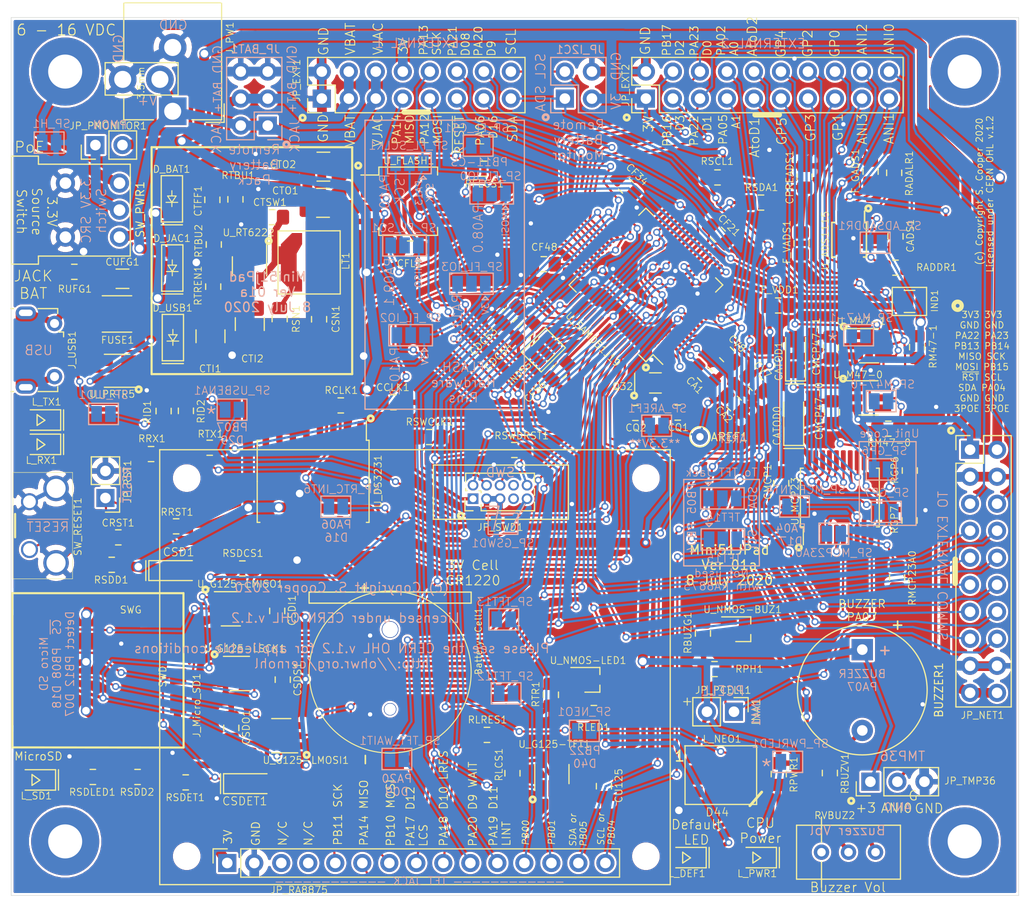
<source format=kicad_pcb>
(kicad_pcb (version 20171130) (host pcbnew "(5.1.6-0-10_14)")

  (general
    (thickness 1.6)
    (drawings 165)
    (tracks 1915)
    (zones 0)
    (modules 158)
    (nets 145)
  )

  (page USLedger)
  (title_block
    (date 2019-12-29)
  )

  (layers
    (0 F.Cu signal)
    (31 B.Cu signal)
    (32 B.Adhes user hide)
    (33 F.Adhes user hide)
    (34 B.Paste user hide)
    (35 F.Paste user hide)
    (36 B.SilkS user)
    (37 F.SilkS user)
    (38 B.Mask user hide)
    (39 F.Mask user hide)
    (40 Dwgs.User user hide)
    (41 Cmts.User user hide)
    (42 Eco1.User user hide)
    (43 Eco2.User user hide)
    (44 Edge.Cuts user)
    (45 Margin user hide)
    (46 B.CrtYd user hide)
    (47 F.CrtYd user)
    (48 B.Fab user hide)
    (49 F.Fab user hide)
  )

  (setup
    (last_trace_width 0.2032)
    (trace_clearance 0.1778)
    (zone_clearance 0.2032)
    (zone_45_only no)
    (trace_min 0.1778)
    (via_size 0.6604)
    (via_drill 0.4064)
    (via_min_size 0.4064)
    (via_min_drill 0.3556)
    (uvia_size 0.3)
    (uvia_drill 0.1)
    (uvias_allowed no)
    (uvia_min_size 0.2)
    (uvia_min_drill 0.1)
    (edge_width 0.05)
    (segment_width 0.2)
    (pcb_text_width 0.3)
    (pcb_text_size 1.5 1.5)
    (mod_edge_width 0.12)
    (mod_text_size 0.5 0.5)
    (mod_text_width 0.07)
    (pad_size 2.2 2.2)
    (pad_drill 2.2)
    (pad_to_mask_clearance 0.0254)
    (solder_mask_min_width 0.0254)
    (aux_axis_origin 0 0)
    (visible_elements FEFDBF7F)
    (pcbplotparams
      (layerselection 0x010fc_ffffffff)
      (usegerberextensions false)
      (usegerberattributes false)
      (usegerberadvancedattributes false)
      (creategerberjobfile false)
      (excludeedgelayer true)
      (linewidth 0.100000)
      (plotframeref false)
      (viasonmask false)
      (mode 1)
      (useauxorigin false)
      (hpglpennumber 1)
      (hpglpenspeed 20)
      (hpglpendiameter 15.000000)
      (psnegative false)
      (psa4output false)
      (plotreference true)
      (plotvalue true)
      (plotinvisibletext false)
      (padsonsilk false)
      (subtractmaskfromsilk false)
      (outputformat 4)
      (mirror false)
      (drillshape 0)
      (scaleselection 1)
      (outputdirectory ""))
  )

  (net 0 "")
  (net 1 GND)
  (net 2 MISOSD)
  (net 3 +3V3)
  (net 4 MOSISD)
  (net 5 SCKSD)
  (net 6 ~RESET~)
  (net 7 +3.3VA)
  (net 8 /3REG)
  (net 9 "Net-(H1-Pad1)")
  (net 10 "Net-(H2-Pad1)")
  (net 11 "Net-(H3-Pad1)")
  (net 12 "Net-(H4-Pad1)")
  (net 13 "Net-(L_DEF1-Pad1)")
  (net 14 "Net-(L_PWR1-Pad1)")
  (net 15 "Net-(L_SD1-Pad1)")
  (net 16 "Net-(CUFG1-Pad1)")
  (net 17 "Net-(BUZZER1-Pad2)")
  (net 18 /FB)
  (net 19 "Net-(FUSE1-Pad2)")
  (net 20 "Net-(J_USB1-Pad4)")
  (net 21 "Net-(JP_SWD1-Pad10)")
  (net 22 "Net-(JP_SWD1-Pad9)")
  (net 23 "Net-(JP_SWD1-Pad8)")
  (net 24 "Net-(JP_SWD1-Pad7)")
  (net 25 "Net-(U_DS3231-Pad4)")
  (net 26 "Net-(U_DS3231-Pad1)")
  (net 27 "Net-(CQ1-Pad1)")
  (net 28 "Net-(CQ2-Pad2)")
  (net 29 "Net-(RCLK1-Pad1)")
  (net 30 "Net-(L_RX1-Pad1)")
  (net 31 "Net-(L_TX1-Pad1)")
  (net 32 "Net-(RID1-Pad2)")
  (net 33 "Net-(RID2-Pad1)")
  (net 34 "Net-(Battery-Cell1-Pad1)")
  (net 35 "Net-(RLED1-Pad1)")
  (net 36 +3V0)
  (net 37 "Net-(L_PWR1-Pad2)")
  (net 38 "Net-(RVBUZ2-Pad1)")
  (net 39 "Net-(RVBUZ2-Pad2)")
  (net 40 AIN2)
  (net 41 AIN3)
  (net 42 "Net-(RBUZV1-Pad2)")
  (net 43 "Net-(RADALR1-Pad2)")
  (net 44 PWR_JACK)
  (net 45 PWR_BAT)
  (net 46 GP0)
  (net 47 GP7)
  (net 48 GP6)
  (net 49 GP5)
  (net 50 GP4)
  (net 51 GP1)
  (net 52 GP2)
  (net 53 GP3)
  (net 54 "Net-(RADDR1-Pad2)")
  (net 55 ANI0-TMP36)
  (net 56 MCP47-V1)
  (net 57 MCP47-V0)
  (net 58 "Net-(RMCP23A0-Pad1)")
  (net 59 "Net-(JP_RA8875-Pad4)")
  (net 60 "Net-(JP_RA8875-Pad3)")
  (net 61 "Net-(JP_PMONITOR1-Pad1)")
  (net 62 "Net-(J_Micro_SD1-Pad1)")
  (net 63 "Net-(J_Micro_SD1-Pad8)")
  (net 64 /VIN)
  (net 65 /BOOT)
  (net 66 /EN)
  (net 67 /SW)
  (net 68 PB03-SCL)
  (net 69 PB02-SDA)
  (net 70 PA16-D13-DEFLED)
  (net 71 PA12-MOSI)
  (net 72 PA13-SCK)
  (net 73 PA14-MISO)
  (net 74 PB12-D07-SD_INT12)
  (net 75 PA17-D12-TFT_CS)
  (net 76 PA18-D10-TFT_RESET)
  (net 77 PA19-D11-TFT_INT3)
  (net 78 PB11-QSPI_CS)
  (net 79 PA08-QSPI_DATA[0])
  (net 80 PA10-QSPI_DATA[2])
  (net 81 PA11-QSPI_DATA[3])
  (net 82 PB10-QSPI_SCK)
  (net 83 PA09-QSPI_DATA[1])
  (net 84 PA04-D17-A3-MCP_INT4)
  (net 85 PA02-A0-DAC0)
  (net 86 PA05-A1-DAC1)
  (net 87 PA06-D16-A2-RTC_INT6)
  (net 88 PB13-D04-NET_RES)
  (net 89 PB14-D05-NET_CS)
  (net 90 PB15-D06-NET_INT15)
  (net 91 PB16-D3-TX5)
  (net 92 PB17-D2-RX5)
  (net 93 PA22-D1-TX3)
  (net 94 PA23-D0-RX3)
  (net 95 "Net-(CDC53-Pad2)")
  (net 96 "Net-(CV7-Pad1)")
  (net 97 "Net-(IND55-Pad2)")
  (net 98 PA25-D31-USBD+)
  (net 99 PA24-D30-USBD-)
  (net 100 PB06-D27-RXLED)
  (net 101 PA27-D28-TXLED)
  (net 102 PB22-D40-NEOPIX)
  (net 103 PB07-D29-USBENA)
  (net 104 TFT12-PB00)
  (net 105 TFT13-PB01)
  (net 106 TFT14-PB05)
  (net 107 TFT15-PB04)
  (net 108 "Net-(SP_MCP_INT4-Pad2)")
  (net 109 "Net-(U_SAMD51J19-Pad60)")
  (net 110 "Net-(U_SAMD51J19-Pad50)")
  (net 111 "Net-(U_SAMD51J19-Pad32)")
  (net 112 PA20-D09)
  (net 113 PA21-D08)
  (net 114 PA07-BUZ)
  (net 115 AIN1-PCELL)
  (net 116 PB09-D19-A5-TFT_WAIT)
  (net 117 PB08-D18-A4_SD_CS)
  (net 118 /PA03-AREF)
  (net 119 /ADSVV)
  (net 120 /ADSGD)
  (net 121 +5C)
  (net 122 /TFT-15)
  (net 123 /TFT-14)
  (net 124 /TFT-13)
  (net 125 /TFT-12)
  (net 126 /TFT-MISO)
  (net 127 /SWO)
  (net 128 /PA30-D44-SWDCLK)
  (net 129 /PA31-D45-SWDIO)
  (net 130 "Net-(L_NEO1-Pad2)")
  (net 131 "Net-(L_NEO1-Pad4)")
  (net 132 /FLCS)
  (net 133 /MCP47-A00)
  (net 134 /MCP47-A01)
  (net 135 /FLMOSI)
  (net 136 /FLI02)
  (net 137 /FLIO3)
  (net 138 /FLSCK)
  (net 139 /FLMISO)
  (net 140 /TFT-WAIT)
  (net 141 "Net-(U_MCP23-Pad11)")
  (net 142 "Net-(U_MCP23-Pad10)")
  (net 143 "Net-(U_MCP23-Pad7)")
  (net 144 "Net-(CSN1-Pad1)")

  (net_class Default "This is the default net class."
    (clearance 0.1778)
    (trace_width 0.2032)
    (via_dia 0.6604)
    (via_drill 0.4064)
    (uvia_dia 0.3)
    (uvia_drill 0.1)
    (diff_pair_width 0.2032)
    (diff_pair_gap 0.25)
    (add_net +3.3VA)
    (add_net +3V0)
    (add_net +3V3)
    (add_net +5C)
    (add_net /3REG)
    (add_net /ADSGD)
    (add_net /ADSVV)
    (add_net /BOOT)
    (add_net /EN)
    (add_net /FB)
    (add_net /FLCS)
    (add_net /FLI02)
    (add_net /FLIO3)
    (add_net /FLMISO)
    (add_net /FLMOSI)
    (add_net /FLSCK)
    (add_net /MCP47-A00)
    (add_net /MCP47-A01)
    (add_net /PA03-AREF)
    (add_net /PA30-D44-SWDCLK)
    (add_net /PA31-D45-SWDIO)
    (add_net /SW)
    (add_net /SWO)
    (add_net /TFT-12)
    (add_net /TFT-13)
    (add_net /TFT-14)
    (add_net /TFT-15)
    (add_net /TFT-MISO)
    (add_net /TFT-WAIT)
    (add_net /VIN)
    (add_net AIN1-PCELL)
    (add_net AIN2)
    (add_net AIN3)
    (add_net ANI0-TMP36)
    (add_net GND)
    (add_net GP0)
    (add_net GP1)
    (add_net GP2)
    (add_net GP3)
    (add_net GP4)
    (add_net GP5)
    (add_net GP6)
    (add_net GP7)
    (add_net MCP47-V0)
    (add_net MCP47-V1)
    (add_net MISOSD)
    (add_net MOSISD)
    (add_net "Net-(BUZZER1-Pad2)")
    (add_net "Net-(Battery-Cell1-Pad1)")
    (add_net "Net-(CDC53-Pad2)")
    (add_net "Net-(CQ1-Pad1)")
    (add_net "Net-(CQ2-Pad2)")
    (add_net "Net-(CSN1-Pad1)")
    (add_net "Net-(CUFG1-Pad1)")
    (add_net "Net-(CV7-Pad1)")
    (add_net "Net-(FUSE1-Pad2)")
    (add_net "Net-(H1-Pad1)")
    (add_net "Net-(H2-Pad1)")
    (add_net "Net-(H3-Pad1)")
    (add_net "Net-(H4-Pad1)")
    (add_net "Net-(IND55-Pad2)")
    (add_net "Net-(JP_PMONITOR1-Pad1)")
    (add_net "Net-(JP_RA8875-Pad3)")
    (add_net "Net-(JP_RA8875-Pad4)")
    (add_net "Net-(JP_SWD1-Pad10)")
    (add_net "Net-(JP_SWD1-Pad7)")
    (add_net "Net-(JP_SWD1-Pad8)")
    (add_net "Net-(JP_SWD1-Pad9)")
    (add_net "Net-(J_Micro_SD1-Pad1)")
    (add_net "Net-(J_Micro_SD1-Pad8)")
    (add_net "Net-(J_USB1-Pad4)")
    (add_net "Net-(L_DEF1-Pad1)")
    (add_net "Net-(L_NEO1-Pad2)")
    (add_net "Net-(L_NEO1-Pad4)")
    (add_net "Net-(L_PWR1-Pad1)")
    (add_net "Net-(L_PWR1-Pad2)")
    (add_net "Net-(L_RX1-Pad1)")
    (add_net "Net-(L_SD1-Pad1)")
    (add_net "Net-(L_TX1-Pad1)")
    (add_net "Net-(RADALR1-Pad2)")
    (add_net "Net-(RADDR1-Pad2)")
    (add_net "Net-(RBUZV1-Pad2)")
    (add_net "Net-(RCLK1-Pad1)")
    (add_net "Net-(RID1-Pad2)")
    (add_net "Net-(RID2-Pad1)")
    (add_net "Net-(RLED1-Pad1)")
    (add_net "Net-(RMCP23A0-Pad1)")
    (add_net "Net-(RVBUZ2-Pad1)")
    (add_net "Net-(RVBUZ2-Pad2)")
    (add_net "Net-(SP_MCP_INT4-Pad2)")
    (add_net "Net-(U_DS3231-Pad1)")
    (add_net "Net-(U_DS3231-Pad4)")
    (add_net "Net-(U_MCP23-Pad10)")
    (add_net "Net-(U_MCP23-Pad11)")
    (add_net "Net-(U_MCP23-Pad7)")
    (add_net "Net-(U_SAMD51J19-Pad32)")
    (add_net "Net-(U_SAMD51J19-Pad50)")
    (add_net "Net-(U_SAMD51J19-Pad60)")
    (add_net PA02-A0-DAC0)
    (add_net PA04-D17-A3-MCP_INT4)
    (add_net PA05-A1-DAC1)
    (add_net PA06-D16-A2-RTC_INT6)
    (add_net PA07-BUZ)
    (add_net PA08-QSPI_DATA[0])
    (add_net PA09-QSPI_DATA[1])
    (add_net PA10-QSPI_DATA[2])
    (add_net PA11-QSPI_DATA[3])
    (add_net PA12-MOSI)
    (add_net PA13-SCK)
    (add_net PA14-MISO)
    (add_net PA16-D13-DEFLED)
    (add_net PA17-D12-TFT_CS)
    (add_net PA18-D10-TFT_RESET)
    (add_net PA19-D11-TFT_INT3)
    (add_net PA20-D09)
    (add_net PA21-D08)
    (add_net PA22-D1-TX3)
    (add_net PA23-D0-RX3)
    (add_net PA24-D30-USBD-)
    (add_net PA25-D31-USBD+)
    (add_net PA27-D28-TXLED)
    (add_net PB02-SDA)
    (add_net PB03-SCL)
    (add_net PB06-D27-RXLED)
    (add_net PB07-D29-USBENA)
    (add_net PB08-D18-A4_SD_CS)
    (add_net PB09-D19-A5-TFT_WAIT)
    (add_net PB10-QSPI_SCK)
    (add_net PB11-QSPI_CS)
    (add_net PB12-D07-SD_INT12)
    (add_net PB13-D04-NET_RES)
    (add_net PB14-D05-NET_CS)
    (add_net PB15-D06-NET_INT15)
    (add_net PB16-D3-TX5)
    (add_net PB17-D2-RX5)
    (add_net PB22-D40-NEOPIX)
    (add_net PWR_BAT)
    (add_net PWR_JACK)
    (add_net SCKSD)
    (add_net TFT12-PB00)
    (add_net TFT13-PB01)
    (add_net TFT14-PB05)
    (add_net TFT15-PB04)
    (add_net ~RESET~)
  )

  (module Package_SO:SOIC-16W_7.5x10.3mm_P1.27mm (layer F.Cu) (tedit 5EFBBDDC) (tstamp 5EB2259C)
    (at 28.3972 43.6118 270)
    (descr "SOIC, 16 Pin (JEDEC MS-013AA, https://www.analog.com/media/en/package-pcb-resources/package/pkg_pdf/soic_wide-rw/rw_16.pdf), generated with kicad-footprint-generator ipc_gullwing_generator.py")
    (tags "SOIC SO")
    (path /5F96E811)
    (attr smd)
    (fp_text reference U_DS3231 (at 0 -6.1 90) (layer F.SilkS)
      (effects (font (size 0.6604 0.6604) (thickness 0.0762)))
    )
    (fp_text value DS3231M (at 0 6.1 90) (layer F.Fab) hide
      (effects (font (size 1 1) (thickness 0.15)))
    )
    (fp_circle (center -5.9182 -5.4102) (end -5.6642 -5.4102) (layer F.SilkS) (width 0.254))
    (fp_line (start 0 5.26) (end 3.86 5.26) (layer F.SilkS) (width 0.12))
    (fp_line (start 3.86 5.26) (end 3.86 5.005) (layer F.SilkS) (width 0.12))
    (fp_line (start 0 5.26) (end -3.86 5.26) (layer F.SilkS) (width 0.12))
    (fp_line (start -3.86 5.26) (end -3.86 5.005) (layer F.SilkS) (width 0.12))
    (fp_line (start 0 -5.26) (end 3.86 -5.26) (layer F.SilkS) (width 0.12))
    (fp_line (start 3.86 -5.26) (end 3.86 -5.005) (layer F.SilkS) (width 0.12))
    (fp_line (start 0 -5.26) (end -3.86 -5.26) (layer F.SilkS) (width 0.12))
    (fp_line (start -3.86 -5.26) (end -3.86 -5.005) (layer F.SilkS) (width 0.12))
    (fp_line (start -3.86 -5.005) (end -5.675 -5.005) (layer F.SilkS) (width 0.12))
    (fp_line (start -2.75 -5.15) (end 3.75 -5.15) (layer F.Fab) (width 0.1))
    (fp_line (start 3.75 -5.15) (end 3.75 5.15) (layer F.Fab) (width 0.1))
    (fp_line (start 3.75 5.15) (end -3.75 5.15) (layer F.Fab) (width 0.1))
    (fp_line (start -3.75 5.15) (end -3.75 -4.15) (layer F.Fab) (width 0.1))
    (fp_line (start -3.75 -4.15) (end -2.75 -5.15) (layer F.Fab) (width 0.1))
    (fp_line (start -5.93 -5.4) (end -5.93 5.4) (layer F.CrtYd) (width 0.05))
    (fp_line (start -5.93 5.4) (end 5.93 5.4) (layer F.CrtYd) (width 0.05))
    (fp_line (start 5.93 5.4) (end 5.93 -5.4) (layer F.CrtYd) (width 0.05))
    (fp_line (start 5.93 -5.4) (end -5.93 -5.4) (layer F.CrtYd) (width 0.05))
    (fp_text user %R (at 0 0 90) (layer F.Fab) hide
      (effects (font (size 1 1) (thickness 0.15)))
    )
    (pad 16 smd roundrect (at 4.65 -4.445 270) (size 2.05 0.6) (layers F.Cu F.Paste F.Mask) (roundrect_rratio 0.25)
      (net 68 PB03-SCL))
    (pad 15 smd roundrect (at 4.65 -3.175 270) (size 2.05 0.6) (layers F.Cu F.Paste F.Mask) (roundrect_rratio 0.25)
      (net 69 PB02-SDA))
    (pad 14 smd roundrect (at 4.65 -1.905 270) (size 2.05 0.6) (layers F.Cu F.Paste F.Mask) (roundrect_rratio 0.25)
      (net 34 "Net-(Battery-Cell1-Pad1)"))
    (pad 13 smd roundrect (at 4.65 -0.635 270) (size 2.05 0.6) (layers F.Cu F.Paste F.Mask) (roundrect_rratio 0.25)
      (net 1 GND))
    (pad 12 smd roundrect (at 4.65 0.635 270) (size 2.05 0.6) (layers F.Cu F.Paste F.Mask) (roundrect_rratio 0.25)
      (net 1 GND))
    (pad 11 smd roundrect (at 4.65 1.905 270) (size 2.05 0.6) (layers F.Cu F.Paste F.Mask) (roundrect_rratio 0.25)
      (net 1 GND))
    (pad 10 smd roundrect (at 4.65 3.175 270) (size 2.05 0.6) (layers F.Cu F.Paste F.Mask) (roundrect_rratio 0.25)
      (net 1 GND))
    (pad 9 smd roundrect (at 4.65 4.445 270) (size 2.05 0.6) (layers F.Cu F.Paste F.Mask) (roundrect_rratio 0.25)
      (net 1 GND))
    (pad 8 smd roundrect (at -4.65 4.445 270) (size 2.05 0.6) (layers F.Cu F.Paste F.Mask) (roundrect_rratio 0.25)
      (net 1 GND))
    (pad 7 smd roundrect (at -4.65 3.175 270) (size 2.05 0.6) (layers F.Cu F.Paste F.Mask) (roundrect_rratio 0.25)
      (net 1 GND))
    (pad 6 smd roundrect (at -4.65 1.905 270) (size 2.05 0.6) (layers F.Cu F.Paste F.Mask) (roundrect_rratio 0.25)
      (net 1 GND))
    (pad 5 smd roundrect (at -4.65 0.635 270) (size 2.05 0.6) (layers F.Cu F.Paste F.Mask) (roundrect_rratio 0.25)
      (net 1 GND))
    (pad 4 smd roundrect (at -4.65 -0.635 270) (size 2.05 0.6) (layers F.Cu F.Paste F.Mask) (roundrect_rratio 0.25)
      (net 25 "Net-(U_DS3231-Pad4)"))
    (pad 3 smd roundrect (at -4.65 -1.905 270) (size 2.05 0.6) (layers F.Cu F.Paste F.Mask) (roundrect_rratio 0.25)
      (net 29 "Net-(RCLK1-Pad1)"))
    (pad 2 smd roundrect (at -4.65 -3.175 270) (size 2.05 0.6) (layers F.Cu F.Paste F.Mask) (roundrect_rratio 0.25)
      (net 3 +3V3))
    (pad 1 smd roundrect (at -4.65 -4.445 270) (size 2.05 0.6) (layers F.Cu F.Paste F.Mask) (roundrect_rratio 0.25)
      (net 26 "Net-(U_DS3231-Pad1)"))
    (model ${KISYS3DMOD}/Package_SO.3dshapes/SOIC-16W_7.5x10.3mm_P1.27mm.wrl
      (at (xyz 0 0 0))
      (scale (xyz 1 1 1))
      (rotate (xyz 0 0 0))
    )
  )

  (module Connector_PinHeader_1.27mm:PinHeader_2x05_P1.27mm_Vertical (layer F.Cu) (tedit 5EFD6B88) (tstamp 5EB24256)
    (at 43.434 45.24756 90)
    (descr "Through hole straight pin header, 2x05, 1.27mm pitch, double rows")
    (tags "Through hole pin header THT 2x05 1.27mm double row")
    (path /60934AAE)
    (fp_text reference JP_SWD1 (at -2.68224 2.5654 180) (layer F.SilkS)
      (effects (font (size 0.6604 0.6604) (thickness 0.0762)))
    )
    (fp_text value Conn_ARM_JTAG_SWD_10 (at 0.635 6.775 90) (layer F.Fab) hide
      (effects (font (size 0.6096 0.6096) (thickness 0.0762)))
    )
    (fp_line (start 2.85 -1.15) (end -1.6 -1.15) (layer F.CrtYd) (width 0.05))
    (fp_line (start 2.85 6.25) (end 2.85 -1.15) (layer F.CrtYd) (width 0.05))
    (fp_line (start -1.6 6.25) (end 2.85 6.25) (layer F.CrtYd) (width 0.05))
    (fp_line (start -1.6 -1.15) (end -1.6 6.25) (layer F.CrtYd) (width 0.05))
    (fp_line (start -1.13 -0.76) (end 0 -0.76) (layer F.SilkS) (width 0.12))
    (fp_line (start -1.13 0) (end -1.13 -0.76) (layer F.SilkS) (width 0.12))
    (fp_line (start 1.57753 -0.695) (end 2.4 -0.695) (layer F.SilkS) (width 0.12))
    (fp_line (start 0.76 -0.695) (end 0.96247 -0.695) (layer F.SilkS) (width 0.12))
    (fp_line (start 0.76 -0.563471) (end 0.76 -0.695) (layer F.SilkS) (width 0.12))
    (fp_line (start 0.76 0.706529) (end 0.76 0.563471) (layer F.SilkS) (width 0.12))
    (fp_line (start 0.563471 0.76) (end 0.706529 0.76) (layer F.SilkS) (width 0.12))
    (fp_line (start -1.13 0.76) (end -0.563471 0.76) (layer F.SilkS) (width 0.12))
    (fp_line (start 2.4 -0.695) (end 2.4 5.775) (layer F.SilkS) (width 0.12))
    (fp_line (start -1.13 0.76) (end -1.13 5.775) (layer F.SilkS) (width 0.12))
    (fp_line (start 0.30753 5.775) (end 0.96247 5.775) (layer F.SilkS) (width 0.12))
    (fp_line (start 1.57753 5.775) (end 2.4 5.775) (layer F.SilkS) (width 0.12))
    (fp_line (start -1.13 5.775) (end -0.30753 5.775) (layer F.SilkS) (width 0.12))
    (fp_line (start -1.07 0.2175) (end -0.2175 -0.635) (layer F.Fab) (width 0.1))
    (fp_line (start -1.07 5.715) (end -1.07 0.2175) (layer F.Fab) (width 0.1))
    (fp_line (start 2.34 5.715) (end -1.07 5.715) (layer F.Fab) (width 0.1))
    (fp_line (start 2.34 -0.635) (end 2.34 5.715) (layer F.Fab) (width 0.1))
    (fp_line (start -0.2175 -0.635) (end 2.34 -0.635) (layer F.Fab) (width 0.1))
    (fp_circle (center -1.6002 -1.143) (end -1.3462 -1.143) (layer F.SilkS) (width 0.254))
    (fp_line (start 3.1696 -3.7338) (end 3.1696 8.9662) (layer F.SilkS) (width 0.12))
    (fp_line (start -1.9304 -3.7338) (end 3.1696 -3.7338) (layer F.SilkS) (width 0.12))
    (fp_line (start -1.9304 -3.7338) (end -1.9304 8.9662) (layer F.SilkS) (width 0.12))
    (fp_line (start -1.9304 8.9662) (end 3.1696 8.9662) (layer F.SilkS) (width 0.12))
    (fp_text user %R (at -2.2098 2.667) (layer F.Fab)
      (effects (font (size 1 1) (thickness 0.15)))
    )
    (pad 10 thru_hole oval (at 1.27 5.08 90) (size 1 1) (drill 0.65) (layers *.Cu *.Mask)
      (net 21 "Net-(JP_SWD1-Pad10)"))
    (pad 9 thru_hole oval (at 0 5.08 90) (size 1 1) (drill 0.65) (layers *.Cu *.Mask)
      (net 22 "Net-(JP_SWD1-Pad9)"))
    (pad 8 thru_hole oval (at 1.27 3.81 90) (size 1 1) (drill 0.65) (layers *.Cu *.Mask)
      (net 23 "Net-(JP_SWD1-Pad8)"))
    (pad 7 thru_hole oval (at 0 3.81 90) (size 1 1) (drill 0.65) (layers *.Cu *.Mask)
      (net 24 "Net-(JP_SWD1-Pad7)"))
    (pad 6 thru_hole oval (at 1.27 2.54 90) (size 1 1) (drill 0.65) (layers *.Cu *.Mask)
      (net 127 /SWO))
    (pad 5 thru_hole oval (at 0 2.54 90) (size 1 1) (drill 0.65) (layers *.Cu *.Mask)
      (net 1 GND))
    (pad 4 thru_hole oval (at 1.27 1.27 90) (size 1 1) (drill 0.65) (layers *.Cu *.Mask)
      (net 128 /PA30-D44-SWDCLK))
    (pad 3 thru_hole oval (at 0 1.27 90) (size 1 1) (drill 0.65) (layers *.Cu *.Mask)
      (net 1 GND))
    (pad 2 thru_hole oval (at 1.27 0 90) (size 1 1) (drill 0.65) (layers *.Cu *.Mask)
      (net 129 /PA31-D45-SWDIO))
    (pad 1 thru_hole rect (at 0 0 90) (size 1 1) (drill 0.65) (layers *.Cu *.Mask)
      (net 7 +3.3VA))
    (model ${KISYS3DMOD}/Connector_PinHeader_1.27mm.3dshapes/PinHeader_2x05_P1.27mm_Vertical.wrl
      (at (xyz 0 0 0))
      (scale (xyz 1 1 1))
      (rotate (xyz 0 0 0))
    )
  )

  (module LED_SMD:LED_WS2812B_PLCC4_5.0x5.0mm_P3.2mm (layer F.Cu) (tedit 5EFBB7FE) (tstamp 5EB23CCB)
    (at 66.72072 71.22668)
    (descr https://cdn-shop.adafruit.com/datasheets/WS2812B.pdf)
    (tags "LED RGB NeoPixel")
    (path /60210249)
    (attr smd)
    (fp_text reference L_NEO1 (at 0.13208 -3.38328 180) (layer F.SilkS)
      (effects (font (size 0.6604 0.6604) (thickness 0.0762)))
    )
    (fp_text value WS2812B-5050 (at 0.1016 3.4544) (layer F.Fab) hide
      (effects (font (size 0.6096 0.6096) (thickness 0.0762)))
    )
    (fp_line (start 3.3782 2.7686) (end 3.3782 -2.7432) (layer F.SilkS) (width 0.12))
    (fp_line (start -3.3528 2.7686) (end -3.3528 -2.7432) (layer F.SilkS) (width 0.12))
    (fp_line (start 2.7432 2.8956) (end 3.8608 1.6002) (layer F.SilkS) (width 0.254))
    (fp_line (start 3.45 -2.75) (end -3.45 -2.75) (layer F.CrtYd) (width 0.05))
    (fp_line (start 3.45 2.75) (end 3.45 -2.75) (layer F.CrtYd) (width 0.05))
    (fp_line (start -3.45 2.75) (end 3.45 2.75) (layer F.CrtYd) (width 0.05))
    (fp_line (start -3.45 -2.75) (end -3.45 2.75) (layer F.CrtYd) (width 0.05))
    (fp_line (start 2.5 1.5) (end 1.5 2.5) (layer F.Fab) (width 0.1))
    (fp_line (start -2.5 -2.5) (end -2.5 2.5) (layer F.Fab) (width 0.1))
    (fp_line (start -2.5 2.5) (end 2.5 2.5) (layer F.Fab) (width 0.1))
    (fp_line (start 2.5 2.5) (end 2.5 -2.5) (layer F.Fab) (width 0.1))
    (fp_line (start 2.5 -2.5) (end -2.5 -2.5) (layer F.Fab) (width 0.1))
    (fp_line (start -3.3782 -2.7432) (end 3.3782 -2.75) (layer F.SilkS) (width 0.12))
    (fp_line (start -3.3528 2.7686) (end 3.3782 2.7686) (layer F.SilkS) (width 0.12))
    (fp_circle (center 0 0) (end 0 -2) (layer F.Fab) (width 0.1))
    (fp_text user %R (at 0 0) (layer F.Fab) hide
      (effects (font (size 0.6096 0.6096) (thickness 0.0762)))
    )
    (fp_text user 1 (at -3.8608 -1.778) (layer F.SilkS)
      (effects (font (size 1 1) (thickness 0.15)))
    )
    (pad 1 smd rect (at -2.45 -1.6) (size 1.5 1) (layers F.Cu F.Paste F.Mask)
      (net 3 +3V3))
    (pad 2 smd rect (at -2.45 1.6) (size 1.5 1) (layers F.Cu F.Paste F.Mask)
      (net 130 "Net-(L_NEO1-Pad2)"))
    (pad 4 smd rect (at 2.45 -1.6) (size 1.5 1) (layers F.Cu F.Paste F.Mask)
      (net 131 "Net-(L_NEO1-Pad4)"))
    (pad 3 smd rect (at 2.45 1.6) (size 1.5 1) (layers F.Cu F.Paste F.Mask)
      (net 1 GND))
    (model ${KISYS3DMOD}/LED_SMD.3dshapes/LED_WS2812B_PLCC4_5.0x5.0mm_P3.2mm.wrl
      (at (xyz 0 0 0))
      (scale (xyz 1 1 1))
      (rotate (xyz 0 0 0))
    )
  )

  (module Package_QFP:TQFP-64_10x10mm_P0.5mm (layer F.Cu) (tedit 5EFBBEAA) (tstamp 5EFA78C9)
    (at 59.69 25.146 135)
    (descr "TQFP, 64 Pin (http://www.microsemi.com/index.php?option=com_docman&task=doc_download&gid=131095), generated with kicad-footprint-generator ipc_gullwing_generator.py")
    (tags "TQFP QFP")
    (path /5F0FE499)
    (attr smd)
    (fp_text reference U_SAMD51J19 (at -0.1016 -7.1374 135) (layer F.SilkS)
      (effects (font (size 0.6604 0.6604) (thickness 0.0762)))
    )
    (fp_text value ATSAMD51J19A-A (at 0 7.35 135) (layer F.Fab) hide
      (effects (font (size 0.762 0.762) (thickness 0.0762)))
    )
    (fp_line (start 4.16 5.11) (end 5.11 5.11) (layer F.SilkS) (width 0.12))
    (fp_line (start 5.11 5.11) (end 5.11 4.16) (layer F.SilkS) (width 0.12))
    (fp_line (start -4.16 5.11) (end -5.11 5.11) (layer F.SilkS) (width 0.12))
    (fp_line (start -5.11 5.11) (end -5.11 4.16) (layer F.SilkS) (width 0.12))
    (fp_line (start 4.16 -5.11) (end 5.11 -5.11) (layer F.SilkS) (width 0.12))
    (fp_line (start 5.11 -5.11) (end 5.11 -4.16) (layer F.SilkS) (width 0.12))
    (fp_line (start -4.16 -5.11) (end -5.11 -5.11) (layer F.SilkS) (width 0.12))
    (fp_line (start -5.11 -5.11) (end -5.11 -4.16) (layer F.SilkS) (width 0.12))
    (fp_line (start -5.11 -4.16) (end -6.4 -4.16) (layer F.SilkS) (width 0.12))
    (fp_line (start -4 -5) (end 5 -5) (layer F.Fab) (width 0.1))
    (fp_line (start 5 -5) (end 5 5) (layer F.Fab) (width 0.1))
    (fp_line (start 5 5) (end -5 5) (layer F.Fab) (width 0.1))
    (fp_line (start -5 5) (end -5 -4) (layer F.Fab) (width 0.1))
    (fp_line (start -5 -4) (end -4 -5) (layer F.Fab) (width 0.1))
    (fp_line (start 0 -6.65) (end -4.15 -6.65) (layer F.CrtYd) (width 0.05))
    (fp_line (start -4.15 -6.65) (end -4.15 -5.25) (layer F.CrtYd) (width 0.05))
    (fp_line (start -4.15 -5.25) (end -5.25 -5.25) (layer F.CrtYd) (width 0.05))
    (fp_line (start -5.25 -5.25) (end -5.25 -4.15) (layer F.CrtYd) (width 0.05))
    (fp_line (start -5.25 -4.15) (end -6.65 -4.15) (layer F.CrtYd) (width 0.05))
    (fp_line (start -6.65 -4.15) (end -6.65 0) (layer F.CrtYd) (width 0.05))
    (fp_line (start 0 -6.65) (end 4.15 -6.65) (layer F.CrtYd) (width 0.05))
    (fp_line (start 4.15 -6.65) (end 4.15 -5.25) (layer F.CrtYd) (width 0.05))
    (fp_line (start 4.15 -5.25) (end 5.25 -5.25) (layer F.CrtYd) (width 0.05))
    (fp_line (start 5.25 -5.25) (end 5.25 -4.15) (layer F.CrtYd) (width 0.05))
    (fp_line (start 5.25 -4.15) (end 6.65 -4.15) (layer F.CrtYd) (width 0.05))
    (fp_line (start 6.65 -4.15) (end 6.65 0) (layer F.CrtYd) (width 0.05))
    (fp_line (start 0 6.65) (end -4.15 6.65) (layer F.CrtYd) (width 0.05))
    (fp_line (start -4.15 6.65) (end -4.15 5.25) (layer F.CrtYd) (width 0.05))
    (fp_line (start -4.15 5.25) (end -5.25 5.25) (layer F.CrtYd) (width 0.05))
    (fp_line (start -5.25 5.25) (end -5.25 4.15) (layer F.CrtYd) (width 0.05))
    (fp_line (start -5.25 4.15) (end -6.65 4.15) (layer F.CrtYd) (width 0.05))
    (fp_line (start -6.65 4.15) (end -6.65 0) (layer F.CrtYd) (width 0.05))
    (fp_line (start 0 6.65) (end 4.15 6.65) (layer F.CrtYd) (width 0.05))
    (fp_line (start 4.15 6.65) (end 4.15 5.25) (layer F.CrtYd) (width 0.05))
    (fp_line (start 4.15 5.25) (end 5.25 5.25) (layer F.CrtYd) (width 0.05))
    (fp_line (start 5.25 5.25) (end 5.25 4.15) (layer F.CrtYd) (width 0.05))
    (fp_line (start 5.25 4.15) (end 6.65 4.15) (layer F.CrtYd) (width 0.05))
    (fp_line (start 6.65 4.15) (end 6.65 0) (layer F.CrtYd) (width 0.05))
    (fp_circle (center -5.4864 -5.4864) (end -5.2324 -5.4864) (layer F.SilkS) (width 0.254))
    (fp_text user %R (at -0.0508 8.382 135) (layer F.Fab) hide
      (effects (font (size 1 1) (thickness 0.15)))
    )
    (pad 64 smd roundrect (at -3.75 -5.6625 135) (size 0.3 1.475) (layers F.Cu F.Paste F.Mask) (roundrect_rratio 0.25)
      (net 68 PB03-SCL))
    (pad 63 smd roundrect (at -3.25 -5.6625 135) (size 0.3 1.475) (layers F.Cu F.Paste F.Mask) (roundrect_rratio 0.25)
      (net 69 PB02-SDA))
    (pad 62 smd roundrect (at -2.75 -5.6625 135) (size 0.3 1.475) (layers F.Cu F.Paste F.Mask) (roundrect_rratio 0.25)
      (net 105 TFT13-PB01))
    (pad 61 smd roundrect (at -2.25 -5.6625 135) (size 0.3 1.475) (layers F.Cu F.Paste F.Mask) (roundrect_rratio 0.25)
      (net 104 TFT12-PB00))
    (pad 60 smd roundrect (at -1.75 -5.6625 135) (size 0.3 1.475) (layers F.Cu F.Paste F.Mask) (roundrect_rratio 0.25)
      (net 109 "Net-(U_SAMD51J19-Pad60)"))
    (pad 59 smd roundrect (at -1.25 -5.6625 135) (size 0.3 1.475) (layers F.Cu F.Paste F.Mask) (roundrect_rratio 0.25)
      (net 127 /SWO))
    (pad 58 smd roundrect (at -0.75 -5.6625 135) (size 0.3 1.475) (layers F.Cu F.Paste F.Mask) (roundrect_rratio 0.25)
      (net 129 /PA31-D45-SWDIO))
    (pad 57 smd roundrect (at -0.25 -5.6625 135) (size 0.3 1.475) (layers F.Cu F.Paste F.Mask) (roundrect_rratio 0.25)
      (net 128 /PA30-D44-SWDCLK))
    (pad 56 smd roundrect (at 0.25 -5.6625 135) (size 0.3 1.475) (layers F.Cu F.Paste F.Mask) (roundrect_rratio 0.25)
      (net 7 +3.3VA))
    (pad 55 smd roundrect (at 0.75 -5.6625 135) (size 0.3 1.475) (layers F.Cu F.Paste F.Mask) (roundrect_rratio 0.25)
      (net 97 "Net-(IND55-Pad2)"))
    (pad 54 smd roundrect (at 1.25 -5.6625 135) (size 0.3 1.475) (layers F.Cu F.Paste F.Mask) (roundrect_rratio 0.25)
      (net 1 GND))
    (pad 53 smd roundrect (at 1.75 -5.6625 135) (size 0.3 1.475) (layers F.Cu F.Paste F.Mask) (roundrect_rratio 0.25)
      (net 95 "Net-(CDC53-Pad2)"))
    (pad 52 smd roundrect (at 2.25 -5.6625 135) (size 0.3 1.475) (layers F.Cu F.Paste F.Mask) (roundrect_rratio 0.25)
      (net 6 ~RESET~))
    (pad 51 smd roundrect (at 2.75 -5.6625 135) (size 0.3 1.475) (layers F.Cu F.Paste F.Mask) (roundrect_rratio 0.25)
      (net 101 PA27-D28-TXLED))
    (pad 50 smd roundrect (at 3.25 -5.6625 135) (size 0.3 1.475) (layers F.Cu F.Paste F.Mask) (roundrect_rratio 0.25)
      (net 110 "Net-(U_SAMD51J19-Pad50)"))
    (pad 49 smd roundrect (at 3.75 -5.6625 135) (size 0.3 1.475) (layers F.Cu F.Paste F.Mask) (roundrect_rratio 0.25)
      (net 102 PB22-D40-NEOPIX))
    (pad 48 smd roundrect (at 5.6625 -3.75 135) (size 1.475 0.3) (layers F.Cu F.Paste F.Mask) (roundrect_rratio 0.25)
      (net 7 +3.3VA))
    (pad 47 smd roundrect (at 5.6625 -3.25 135) (size 1.475 0.3) (layers F.Cu F.Paste F.Mask) (roundrect_rratio 0.25)
      (net 1 GND))
    (pad 46 smd roundrect (at 5.6625 -2.75 135) (size 1.475 0.3) (layers F.Cu F.Paste F.Mask) (roundrect_rratio 0.25)
      (net 98 PA25-D31-USBD+))
    (pad 45 smd roundrect (at 5.6625 -2.25 135) (size 1.475 0.3) (layers F.Cu F.Paste F.Mask) (roundrect_rratio 0.25)
      (net 99 PA24-D30-USBD-))
    (pad 44 smd roundrect (at 5.6625 -1.75 135) (size 1.475 0.3) (layers F.Cu F.Paste F.Mask) (roundrect_rratio 0.25)
      (net 94 PA23-D0-RX3))
    (pad 43 smd roundrect (at 5.6625 -1.25 135) (size 1.475 0.3) (layers F.Cu F.Paste F.Mask) (roundrect_rratio 0.25)
      (net 93 PA22-D1-TX3))
    (pad 42 smd roundrect (at 5.6625 -0.75 135) (size 1.475 0.3) (layers F.Cu F.Paste F.Mask) (roundrect_rratio 0.25)
      (net 113 PA21-D08))
    (pad 41 smd roundrect (at 5.6625 -0.25 135) (size 1.475 0.3) (layers F.Cu F.Paste F.Mask) (roundrect_rratio 0.25)
      (net 112 PA20-D09))
    (pad 40 smd roundrect (at 5.6625 0.25 135) (size 1.475 0.3) (layers F.Cu F.Paste F.Mask) (roundrect_rratio 0.25)
      (net 92 PB17-D2-RX5))
    (pad 39 smd roundrect (at 5.6625 0.75 135) (size 1.475 0.3) (layers F.Cu F.Paste F.Mask) (roundrect_rratio 0.25)
      (net 91 PB16-D3-TX5))
    (pad 38 smd roundrect (at 5.6625 1.25 135) (size 1.475 0.3) (layers F.Cu F.Paste F.Mask) (roundrect_rratio 0.25)
      (net 77 PA19-D11-TFT_INT3))
    (pad 37 smd roundrect (at 5.6625 1.75 135) (size 1.475 0.3) (layers F.Cu F.Paste F.Mask) (roundrect_rratio 0.25)
      (net 76 PA18-D10-TFT_RESET))
    (pad 36 smd roundrect (at 5.6625 2.25 135) (size 1.475 0.3) (layers F.Cu F.Paste F.Mask) (roundrect_rratio 0.25)
      (net 75 PA17-D12-TFT_CS))
    (pad 35 smd roundrect (at 5.6625 2.75 135) (size 1.475 0.3) (layers F.Cu F.Paste F.Mask) (roundrect_rratio 0.25)
      (net 70 PA16-D13-DEFLED))
    (pad 34 smd roundrect (at 5.6625 3.25 135) (size 1.475 0.3) (layers F.Cu F.Paste F.Mask) (roundrect_rratio 0.25)
      (net 7 +3.3VA))
    (pad 33 smd roundrect (at 5.6625 3.75 135) (size 1.475 0.3) (layers F.Cu F.Paste F.Mask) (roundrect_rratio 0.25)
      (net 1 GND))
    (pad 32 smd roundrect (at 3.75 5.6625 135) (size 0.3 1.475) (layers F.Cu F.Paste F.Mask) (roundrect_rratio 0.25)
      (net 111 "Net-(U_SAMD51J19-Pad32)"))
    (pad 31 smd roundrect (at 3.25 5.6625 135) (size 0.3 1.475) (layers F.Cu F.Paste F.Mask) (roundrect_rratio 0.25)
      (net 73 PA14-MISO))
    (pad 30 smd roundrect (at 2.75 5.6625 135) (size 0.3 1.475) (layers F.Cu F.Paste F.Mask) (roundrect_rratio 0.25)
      (net 72 PA13-SCK))
    (pad 29 smd roundrect (at 2.25 5.6625 135) (size 0.3 1.475) (layers F.Cu F.Paste F.Mask) (roundrect_rratio 0.25)
      (net 71 PA12-MOSI))
    (pad 28 smd roundrect (at 1.75 5.6625 135) (size 0.3 1.475) (layers F.Cu F.Paste F.Mask) (roundrect_rratio 0.25)
      (net 90 PB15-D06-NET_INT15))
    (pad 27 smd roundrect (at 1.25 5.6625 135) (size 0.3 1.475) (layers F.Cu F.Paste F.Mask) (roundrect_rratio 0.25)
      (net 89 PB14-D05-NET_CS))
    (pad 26 smd roundrect (at 0.75 5.6625 135) (size 0.3 1.475) (layers F.Cu F.Paste F.Mask) (roundrect_rratio 0.25)
      (net 88 PB13-D04-NET_RES))
    (pad 25 smd roundrect (at 0.25 5.6625 135) (size 0.3 1.475) (layers F.Cu F.Paste F.Mask) (roundrect_rratio 0.25)
      (net 74 PB12-D07-SD_INT12))
    (pad 24 smd roundrect (at -0.25 5.6625 135) (size 0.3 1.475) (layers F.Cu F.Paste F.Mask) (roundrect_rratio 0.25)
      (net 78 PB11-QSPI_CS))
    (pad 23 smd roundrect (at -0.75 5.6625 135) (size 0.3 1.475) (layers F.Cu F.Paste F.Mask) (roundrect_rratio 0.25)
      (net 82 PB10-QSPI_SCK))
    (pad 22 smd roundrect (at -1.25 5.6625 135) (size 0.3 1.475) (layers F.Cu F.Paste F.Mask) (roundrect_rratio 0.25)
      (net 1 GND))
    (pad 21 smd roundrect (at -1.75 5.6625 135) (size 0.3 1.475) (layers F.Cu F.Paste F.Mask) (roundrect_rratio 0.25)
      (net 7 +3.3VA))
    (pad 20 smd roundrect (at -2.25 5.6625 135) (size 0.3 1.475) (layers F.Cu F.Paste F.Mask) (roundrect_rratio 0.25)
      (net 81 PA11-QSPI_DATA[3]))
    (pad 19 smd roundrect (at -2.75 5.6625 135) (size 0.3 1.475) (layers F.Cu F.Paste F.Mask) (roundrect_rratio 0.25)
      (net 80 PA10-QSPI_DATA[2]))
    (pad 18 smd roundrect (at -3.25 5.6625 135) (size 0.3 1.475) (layers F.Cu F.Paste F.Mask) (roundrect_rratio 0.25)
      (net 83 PA09-QSPI_DATA[1]))
    (pad 17 smd roundrect (at -3.75 5.6625 135) (size 0.3 1.475) (layers F.Cu F.Paste F.Mask) (roundrect_rratio 0.25)
      (net 79 PA08-QSPI_DATA[0]))
    (pad 16 smd roundrect (at -5.6625 3.75 135) (size 1.475 0.3) (layers F.Cu F.Paste F.Mask) (roundrect_rratio 0.25)
      (net 114 PA07-BUZ))
    (pad 15 smd roundrect (at -5.6625 3.25 135) (size 1.475 0.3) (layers F.Cu F.Paste F.Mask) (roundrect_rratio 0.25)
      (net 87 PA06-D16-A2-RTC_INT6))
    (pad 14 smd roundrect (at -5.6625 2.75 135) (size 1.475 0.3) (layers F.Cu F.Paste F.Mask) (roundrect_rratio 0.25)
      (net 86 PA05-A1-DAC1))
    (pad 13 smd roundrect (at -5.6625 2.25 135) (size 1.475 0.3) (layers F.Cu F.Paste F.Mask) (roundrect_rratio 0.25)
      (net 84 PA04-D17-A3-MCP_INT4))
    (pad 12 smd roundrect (at -5.6625 1.75 135) (size 1.475 0.3) (layers F.Cu F.Paste F.Mask) (roundrect_rratio 0.25)
      (net 116 PB09-D19-A5-TFT_WAIT))
    (pad 11 smd roundrect (at -5.6625 1.25 135) (size 1.475 0.3) (layers F.Cu F.Paste F.Mask) (roundrect_rratio 0.25)
      (net 117 PB08-D18-A4_SD_CS))
    (pad 10 smd roundrect (at -5.6625 0.75 135) (size 1.475 0.3) (layers F.Cu F.Paste F.Mask) (roundrect_rratio 0.25)
      (net 103 PB07-D29-USBENA))
    (pad 9 smd roundrect (at -5.6625 0.25 135) (size 1.475 0.3) (layers F.Cu F.Paste F.Mask) (roundrect_rratio 0.25)
      (net 100 PB06-D27-RXLED))
    (pad 8 smd roundrect (at -5.6625 -0.25 135) (size 1.475 0.3) (layers F.Cu F.Paste F.Mask) (roundrect_rratio 0.25)
      (net 96 "Net-(CV7-Pad1)"))
    (pad 7 smd roundrect (at -5.6625 -0.75 135) (size 1.475 0.3) (layers F.Cu F.Paste F.Mask) (roundrect_rratio 0.25)
      (net 1 GND))
    (pad 6 smd roundrect (at -5.6625 -1.25 135) (size 1.475 0.3) (layers F.Cu F.Paste F.Mask) (roundrect_rratio 0.25)
      (net 106 TFT14-PB05))
    (pad 5 smd roundrect (at -5.6625 -1.75 135) (size 1.475 0.3) (layers F.Cu F.Paste F.Mask) (roundrect_rratio 0.25)
      (net 107 TFT15-PB04))
    (pad 4 smd roundrect (at -5.6625 -2.25 135) (size 1.475 0.3) (layers F.Cu F.Paste F.Mask) (roundrect_rratio 0.25)
      (net 118 /PA03-AREF))
    (pad 3 smd roundrect (at -5.6625 -2.75 135) (size 1.475 0.3) (layers F.Cu F.Paste F.Mask) (roundrect_rratio 0.25)
      (net 85 PA02-A0-DAC0))
    (pad 2 smd roundrect (at -5.6625 -3.25 135) (size 1.475 0.3) (layers F.Cu F.Paste F.Mask) (roundrect_rratio 0.25)
      (net 27 "Net-(CQ1-Pad1)"))
    (pad 1 smd roundrect (at -5.6625 -3.75 135) (size 1.475 0.3) (layers F.Cu F.Paste F.Mask) (roundrect_rratio 0.25)
      (net 28 "Net-(CQ2-Pad2)"))
    (model ${KISYS3DMOD}/Package_QFP.3dshapes/TQFP-64_10x10mm_P0.5mm.wrl
      (at (xyz 0 0 0))
      (scale (xyz 1 1 1))
      (rotate (xyz 0 0 0))
    )
  )

  (module Package_TO_SOT_SMD:SOT-23-5_HandSoldering (layer F.Cu) (tedit 5EFBBE5C) (tstamp 5DBE062D)
    (at 21.51126 61.68136)
    (descr "5-pin SOT23 package")
    (tags "SOT-23-5 hand-soldering")
    (path /5DD5E71E)
    (attr smd)
    (fp_text reference U_G125-LSCK1 (at 0.45974 -2.34696) (layer F.SilkS)
      (effects (font (size 0.6604 0.6604) (thickness 0.0762)))
    )
    (fp_text value SN74LVC1G125DBVR (at 0.0254 2.3622) (layer F.Fab) hide
      (effects (font (size 0.6096 0.6096) (thickness 0.0762)))
    )
    (fp_circle (center -2.3876 -1.8034) (end -2.1336 -1.8034) (layer F.SilkS) (width 0.254))
    (fp_line (start -0.9 1.61) (end 0.9 1.61) (layer F.SilkS) (width 0.12))
    (fp_line (start 0.9 -1.61) (end -1.55 -1.61) (layer F.SilkS) (width 0.12))
    (fp_line (start -0.9 -0.9) (end -0.25 -1.55) (layer F.Fab) (width 0.1))
    (fp_line (start 0.9 -1.55) (end -0.25 -1.55) (layer F.Fab) (width 0.1))
    (fp_line (start -0.9 -0.9) (end -0.9 1.55) (layer F.Fab) (width 0.1))
    (fp_line (start 0.9 1.55) (end -0.9 1.55) (layer F.Fab) (width 0.1))
    (fp_line (start 0.9 -1.55) (end 0.9 1.55) (layer F.Fab) (width 0.1))
    (fp_line (start -2.38 -1.8) (end 2.38 -1.8) (layer F.CrtYd) (width 0.05))
    (fp_line (start -2.38 -1.8) (end -2.38 1.8) (layer F.CrtYd) (width 0.05))
    (fp_line (start 2.38 1.8) (end 2.38 -1.8) (layer F.CrtYd) (width 0.05))
    (fp_line (start 2.38 1.8) (end -2.38 1.8) (layer F.CrtYd) (width 0.05))
    (fp_text user %R (at 0 0 90) (layer F.Fab) hide
      (effects (font (size 0.5 0.5) (thickness 0.075)))
    )
    (pad 5 smd rect (at 1.35 -0.95) (size 1.56 0.65) (layers F.Cu F.Paste F.Mask)
      (net 3 +3V3))
    (pad 4 smd rect (at 1.35 0.95) (size 1.56 0.65) (layers F.Cu F.Paste F.Mask)
      (net 5 SCKSD))
    (pad 3 smd rect (at -1.35 0.95) (size 1.56 0.65) (layers F.Cu F.Paste F.Mask)
      (net 1 GND))
    (pad 2 smd rect (at -1.35 0) (size 1.56 0.65) (layers F.Cu F.Paste F.Mask)
      (net 72 PA13-SCK))
    (pad 1 smd rect (at -1.35 -0.95) (size 1.56 0.65) (layers F.Cu F.Paste F.Mask)
      (net 117 PB08-D18-A4_SD_CS))
    (model ${KISYS3DMOD}/Package_TO_SOT_SMD.3dshapes/SOT-23-5.wrl
      (at (xyz 0 0 0))
      (scale (xyz 1 1 1))
      (rotate (xyz 0 0 0))
    )
  )

  (module MountingHole:MountingHole_2.2mm_M2 locked (layer F.Cu) (tedit 5EFA9817) (tstamp 5E87299B)
    (at 16.51 78.867)
    (descr "Mounting Hole 2.2mm, no annular, M2")
    (tags "mounting hole 2.2mm no annular m2")
    (path /5EC95CDA)
    (attr virtual)
    (fp_text reference HRA8875-4 (at 1.6002 -2.4384) (layer F.SilkS) hide
      (effects (font (size 0.762 0.762) (thickness 0.0762)))
    )
    (fp_text value MountingHole (at 0 3.2) (layer F.Fab) hide
      (effects (font (size 0.762 0.762) (thickness 0.0762)))
    )
    (fp_circle (center 0 0) (end 1.905 0) (layer F.CrtYd) (width 0.05))
    (fp_circle (center 0 0) (end 2.2 0) (layer Cmts.User) (width 0.15))
    (fp_text user %R (at 0.1524 4.2926) (layer F.Fab) hide
      (effects (font (size 0.6096 0.6096) (thickness 0.0762)))
    )
    (pad 1 np_thru_hole circle (at 0 0) (size 2.2 2.2) (drill 2.2) (layers *.Cu *.Mask))
  )

  (module Resistor_SMD:R_0805_2012Metric_Pad1.15x1.40mm_HandSolder (layer F.Cu) (tedit 5EFB79D2) (tstamp 5DBE1190)
    (at 7.68096 71.4121 180)
    (descr "Resistor SMD 0805 (2012 Metric), square (rectangular) end terminal, IPC_7351 nominal with elongated pad for handsoldering. (Body size source: https://docs.google.com/spreadsheets/d/1BsfQQcO9C6DZCsRaXUlFlo91Tg2WpOkGARC1WS5S8t0/edit?usp=sharing), generated with kicad-footprint-generator")
    (tags "resistor handsolder")
    (path /5DEBC4D5)
    (attr smd)
    (fp_text reference RSDLED1 (at 0.0508 -1.4224) (layer F.SilkS)
      (effects (font (size 0.6604 0.6604) (thickness 0.0762)))
    )
    (fp_text value 1K (at 0 1.65) (layer F.Fab) hide
      (effects (font (size 0.6096 0.6096) (thickness 0.0762)))
    )
    (fp_line (start 1.85 0.95) (end -1.85 0.95) (layer F.CrtYd) (width 0.05))
    (fp_line (start 1.85 -0.95) (end 1.85 0.95) (layer F.CrtYd) (width 0.05))
    (fp_line (start -1.85 -0.95) (end 1.85 -0.95) (layer F.CrtYd) (width 0.05))
    (fp_line (start -1.85 0.95) (end -1.85 -0.95) (layer F.CrtYd) (width 0.05))
    (fp_line (start -0.261252 0.71) (end 0.261252 0.71) (layer F.SilkS) (width 0.12))
    (fp_line (start -0.261252 -0.71) (end 0.261252 -0.71) (layer F.SilkS) (width 0.12))
    (fp_line (start 1 0.6) (end -1 0.6) (layer F.Fab) (width 0.1))
    (fp_line (start 1 -0.6) (end 1 0.6) (layer F.Fab) (width 0.1))
    (fp_line (start -1 -0.6) (end 1 -0.6) (layer F.Fab) (width 0.1))
    (fp_line (start -1 0.6) (end -1 -0.6) (layer F.Fab) (width 0.1))
    (fp_text user %R (at -0.0762 2.3876) (layer F.Fab) hide
      (effects (font (size 0.5 0.5) (thickness 0.08)))
    )
    (pad 2 smd roundrect (at 1.025 0 180) (size 1.15 1.4) (layers F.Cu F.Paste F.Mask) (roundrect_rratio 0.217391)
      (net 15 "Net-(L_SD1-Pad1)"))
    (pad 1 smd roundrect (at -1.025 0 180) (size 1.15 1.4) (layers F.Cu F.Paste F.Mask) (roundrect_rratio 0.217391)
      (net 117 PB08-D18-A4_SD_CS))
    (model ${KISYS3DMOD}/Resistor_SMD.3dshapes/R_0805_2012Metric.wrl
      (at (xyz 0 0 0))
      (scale (xyz 1 1 1))
      (rotate (xyz 0 0 0))
    )
  )

  (module z51j:MicroSD (layer F.Cu) (tedit 5EFBBF18) (tstamp 5EF80887)
    (at 0.2032 68.5292 90)
    (path /607BB791)
    (attr smd)
    (fp_text reference J_Micro_SD1 (at 3.8354 17.2466 90) (layer F.SilkS)
      (effects (font (size 0.6604 0.6604) (thickness 0.0762)))
    )
    (fp_text value Micro_SD_Card_Det (at 6.8707 12.1031 90) (layer F.SilkS) hide
      (effects (font (size 0.762 0.762) (thickness 0.127)))
    )
    (fp_line (start 0 0) (end 14.3 0) (layer F.Fab) (width 0.1))
    (fp_line (start 14.3 0) (end 14.3 15.9) (layer F.Fab) (width 0.1))
    (fp_line (start 14.3 15.9) (end 0 15.9) (layer F.Fab) (width 0.1))
    (fp_line (start 0 0) (end 0 15.9) (layer F.Fab) (width 0.1))
    (fp_line (start -0.1 -0.1143) (end 14.4 -0.11) (layer F.SilkS) (width 0.2))
    (fp_line (start 14.4 16) (end 14.4 -0.1) (layer F.SilkS) (width 0.2))
    (fp_line (start -0.11684 16.00962) (end -0.1 -0.1143) (layer F.SilkS) (width 0.2))
    (fp_line (start 14.4 16) (end -0.1143 16.0147) (layer F.SilkS) (width 0.2))
    (fp_text user SWD (at 6.56082 14.04874 90) (layer F.SilkS)
      (effects (font (size 0.6604 0.6604) (thickness 0.0762)))
    )
    (fp_text user SWG (at 12.83462 11.04392) (layer F.SilkS)
      (effects (font (size 0.6604 0.6604) (thickness 0.0762)))
    )
    (fp_text user %R (at 7.3729 10.44672 90) (layer F.Fab) hide
      (effects (font (size 0.6096 0.6096) (thickness 0.0762)))
    )
    (pad 10 smd rect (at 6.5532 15.50162 90) (size 1.5 1.524) (layers F.Cu F.Paste F.Mask)
      (net 74 PB12-D07-SD_INT12))
    (pad 9 smd rect (at 13.99032 10.9982 90) (size 1.143 1.4224) (layers F.Cu F.Paste F.Mask)
      (net 1 GND))
    (pad 11 smd rect (at 0.7 1 90) (size 1.4 1.9) (layers F.Cu F.Paste F.Mask)
      (net 1 GND))
    (pad 11 smd rect (at 13.6 1 90) (size 1.4 1.9) (layers F.Cu F.Paste F.Mask)
      (net 1 GND))
    (pad 11 smd rect (at 13.55 15.325 90) (size 1.5 1.15) (layers F.Cu F.Paste F.Mask)
      (net 1 GND))
    (pad 11 smd rect (at 4.00558 15.51432 90) (size 1.8 1.524) (layers F.Cu F.Paste F.Mask)
      (net 1 GND))
    (pad 8 smd rect (at 12.15 3.8 90) (size 0.65 2.2) (layers F.Cu F.Paste F.Mask)
      (net 63 "Net-(J_Micro_SD1-Pad8)"))
    (pad 7 smd rect (at 11.05 3.8 90) (size 0.65 2.2) (layers F.Cu F.Paste F.Mask)
      (net 2 MISOSD))
    (pad 6 smd rect (at 9.95 3.8 90) (size 0.65 2.2) (layers F.Cu F.Paste F.Mask)
      (net 1 GND))
    (pad 5 smd rect (at 8.85 3.8 90) (size 0.65 2.2) (layers F.Cu F.Paste F.Mask)
      (net 5 SCKSD))
    (pad 4 smd rect (at 7.75 3.8 90) (size 0.65 2.2) (layers F.Cu F.Paste F.Mask)
      (net 3 +3V3))
    (pad 3 smd rect (at 6.65 3.8 90) (size 0.65 2.2) (layers F.Cu F.Paste F.Mask)
      (net 4 MOSISD))
    (pad 2 smd rect (at 5.55 3.8 90) (size 0.65 2.2) (layers F.Cu F.Paste F.Mask)
      (net 117 PB08-D18-A4_SD_CS))
    (pad 1 smd rect (at 4.45 3.8 90) (size 0.65 2.2) (layers F.Cu F.Paste F.Mask)
      (net 62 "Net-(J_Micro_SD1-Pad1)"))
  )

  (module LED_SMD:LED_0805_2012Metric_Pad1.15x1.40mm_HandSolder (layer F.Cu) (tedit 5EFBBA39) (tstamp 5DBE0D1A)
    (at 2.31648 71.68896 180)
    (descr "LED SMD 0805 (2012 Metric), square (rectangular) end terminal, IPC_7351 nominal, (Body size source: https://docs.google.com/spreadsheets/d/1BsfQQcO9C6DZCsRaXUlFlo91Tg2WpOkGARC1WS5S8t0/edit?usp=sharing), generated with kicad-footprint-generator")
    (tags "LED handsolder")
    (path /5DEBE5E3)
    (attr smd)
    (fp_text reference L_SD1 (at -0.0508 -1.4986) (layer F.SilkS)
      (effects (font (size 0.6604 0.6604) (thickness 0.0762)))
    )
    (fp_text value Green (at 0.3302 1.5494) (layer F.Fab) hide
      (effects (font (size 0.6096 0.6096) (thickness 0.0762)))
    )
    (fp_line (start -2.1336 -0.96) (end -2.1336 0.96) (layer F.SilkS) (width 0.12))
    (fp_line (start 0.4064 -0.6) (end -0.4064 -0.6) (layer F.Fab) (width 0.1))
    (fp_line (start -0.7 -0.6) (end -1 -0.3) (layer F.Fab) (width 0.1))
    (fp_line (start -1 -0.3) (end -1 0.6) (layer F.Fab) (width 0.1))
    (fp_line (start -0.4064 0.6) (end 0.4064 0.6) (layer F.Fab) (width 0.1))
    (fp_line (start 1 0.6) (end 1 -0.6) (layer F.Fab) (width 0.1))
    (fp_line (start 1 -0.96) (end -1.86 -0.96) (layer F.SilkS) (width 0.12))
    (fp_line (start -1.86 -0.96) (end -1.86 0.96) (layer F.SilkS) (width 0.12))
    (fp_line (start -1.86 0.96) (end 1 0.96) (layer F.SilkS) (width 0.12))
    (fp_line (start -1.85 0.95) (end -1.85 -0.95) (layer F.CrtYd) (width 0.05))
    (fp_line (start -1.85 -0.95) (end 1.85 -0.95) (layer F.CrtYd) (width 0.05))
    (fp_line (start 1.85 -0.95) (end 1.85 0.95) (layer F.CrtYd) (width 0.05))
    (fp_line (start 1.85 0.95) (end -1.85 0.95) (layer F.CrtYd) (width 0.05))
    (fp_line (start 0.3556 -0.508) (end 0.3556 0.508) (layer F.SilkS) (width 0.12))
    (fp_line (start -0.381 -0.0254) (end 0.3556 -0.508) (layer F.SilkS) (width 0.12))
    (fp_line (start 0.3556 0.508) (end -0.381 -0.0254) (layer F.SilkS) (width 0.12))
    (fp_text user %R (at 0.0254 2.2098) (layer F.Fab) hide
      (effects (font (size 0.5 0.5) (thickness 0.08)))
    )
    (pad 2 smd roundrect (at 1.025 0 180) (size 1.15 1.4) (layers F.Cu F.Paste F.Mask) (roundrect_rratio 0.217391)
      (net 3 +3V3))
    (pad 1 smd roundrect (at -1.025 0 180) (size 1.15 1.4) (layers F.Cu F.Paste F.Mask) (roundrect_rratio 0.217391)
      (net 15 "Net-(L_SD1-Pad1)"))
    (model ${KISYS3DMOD}/LED_SMD.3dshapes/LED_0805_2012Metric.wrl
      (at (xyz 0 0 0))
      (scale (xyz 1 1 1))
      (rotate (xyz 0 0 0))
    )
  )

  (module MountingHole:MountingHole_2.2mm_M2 locked (layer F.Cu) (tedit 5EFA9817) (tstamp 5E87298B)
    (at 16.51 43.307)
    (descr "Mounting Hole 2.2mm, no annular, M2")
    (tags "mounting hole 2.2mm no annular m2")
    (path /5EC90CB6)
    (attr virtual)
    (fp_text reference HRA8875-2 (at 1.6002 -2.4384) (layer F.SilkS) hide
      (effects (font (size 0.762 0.762) (thickness 0.0762)))
    )
    (fp_text value MountingHole (at 0 3.2) (layer F.Fab) hide
      (effects (font (size 0.762 0.762) (thickness 0.0762)))
    )
    (fp_circle (center 0 0) (end 1.905 0) (layer F.CrtYd) (width 0.05))
    (fp_circle (center 0 0) (end 2.2 0) (layer Cmts.User) (width 0.15))
    (fp_text user %R (at 0.1524 4.2926) (layer F.Fab) hide
      (effects (font (size 0.6096 0.6096) (thickness 0.0762)))
    )
    (pad 1 np_thru_hole circle (at 0 0) (size 2.2 2.2) (drill 2.2) (layers *.Cu *.Mask))
  )

  (module MountingHole:MountingHole_2.2mm_M2 locked (layer F.Cu) (tedit 5EFA9817) (tstamp 5E87247C)
    (at 59.69 43.307)
    (descr "Mounting Hole 2.2mm, no annular, M2")
    (tags "mounting hole 2.2mm no annular m2")
    (path /5EB2E821)
    (attr virtual)
    (fp_text reference HRA8875-1 (at 1.6002 -2.4384) (layer F.SilkS) hide
      (effects (font (size 0.762 0.762) (thickness 0.0762)))
    )
    (fp_text value MountingHole (at 0 3.2) (layer F.Fab) hide
      (effects (font (size 0.762 0.762) (thickness 0.0762)))
    )
    (fp_circle (center 0 0) (end 1.905 0) (layer F.CrtYd) (width 0.05))
    (fp_circle (center 0 0) (end 2.2 0) (layer Cmts.User) (width 0.15))
    (fp_text user %R (at 0.1524 4.2926) (layer F.Fab) hide
      (effects (font (size 0.6096 0.6096) (thickness 0.0762)))
    )
    (pad 1 np_thru_hole circle (at 0 0) (size 2.2 2.2) (drill 2.2) (layers *.Cu *.Mask))
  )

  (module MountingHole:MountingHole_2.2mm_M2 locked (layer F.Cu) (tedit 5EFA9817) (tstamp 5E872993)
    (at 59.69 78.867)
    (descr "Mounting Hole 2.2mm, no annular, M2")
    (tags "mounting hole 2.2mm no annular m2")
    (path /5EC93442)
    (attr virtual)
    (fp_text reference HRA8875-3 (at 1.6002 -2.4384) (layer F.SilkS) hide
      (effects (font (size 0.762 0.762) (thickness 0.0762)))
    )
    (fp_text value MountingHole (at 0 3.2) (layer F.Fab) hide
      (effects (font (size 0.762 0.762) (thickness 0.0762)))
    )
    (fp_circle (center 0 0) (end 1.905 0) (layer F.CrtYd) (width 0.05))
    (fp_circle (center 0 0) (end 2.2 0) (layer Cmts.User) (width 0.15))
    (fp_text user %R (at 0.1524 4.2926) (layer F.Fab) hide
      (effects (font (size 0.6096 0.6096) (thickness 0.0762)))
    )
    (pad 1 np_thru_hole circle (at 0 0) (size 2.2 2.2) (drill 2.2) (layers *.Cu *.Mask))
  )

  (module z51j:SSOP-20_5.3x7.2mm_P0.65mm_fix (layer F.Cu) (tedit 5EFBBDB1) (tstamp 5EFB1EC8)
    (at 77.9272 45.1358 90)
    (descr "SSOP, 20 Pin (http://ww1.microchip.com/downloads/en/DeviceDoc/40001800C.pdf), generated with kicad-footprint-generator ipc_gullwing_generator.py")
    (tags "SSOP SO")
    (path /5E6FF067)
    (attr smd)
    (fp_text reference U_MCP23 (at -0.3429 -4.2164 90) (layer F.SilkS)
      (effects (font (size 0.6604 0.6604) (thickness 0.0762)))
    )
    (fp_text value MCP23008 (at 0 4.55 90) (layer F.Fab) hide
      (effects (font (size 0.6096 0.6096) (thickness 0.0762)))
    )
    (fp_circle (center -4.699 -3.8608) (end -4.445 -3.8608) (layer F.SilkS) (width 0.254))
    (fp_line (start 0 3.71) (end 2.76 3.71) (layer F.SilkS) (width 0.12))
    (fp_line (start 2.76 3.71) (end 2.76 3.435) (layer F.SilkS) (width 0.12))
    (fp_line (start 0 3.71) (end -2.76 3.71) (layer F.SilkS) (width 0.12))
    (fp_line (start -2.76 3.71) (end -2.76 3.435) (layer F.SilkS) (width 0.12))
    (fp_line (start 0 -3.71) (end 2.76 -3.71) (layer F.SilkS) (width 0.12))
    (fp_line (start 2.76 -3.71) (end 2.76 -3.435) (layer F.SilkS) (width 0.12))
    (fp_line (start 0 -3.71) (end -2.76 -3.71) (layer F.SilkS) (width 0.12))
    (fp_line (start -2.76 -3.71) (end -2.76 -3.435) (layer F.SilkS) (width 0.12))
    (fp_line (start -2.76 -3.435) (end -4.45 -3.435) (layer F.SilkS) (width 0.12))
    (fp_line (start -1.65 -3.6) (end 2.65 -3.6) (layer F.Fab) (width 0.1))
    (fp_line (start 2.65 -3.6) (end 2.65 3.6) (layer F.Fab) (width 0.1))
    (fp_line (start 2.65 3.6) (end -2.65 3.6) (layer F.Fab) (width 0.1))
    (fp_line (start -2.65 3.6) (end -2.65 -2.6) (layer F.Fab) (width 0.1))
    (fp_line (start -2.65 -2.6) (end -1.65 -3.6) (layer F.Fab) (width 0.1))
    (fp_line (start -4.7 -3.85) (end -4.7 3.85) (layer F.CrtYd) (width 0.05))
    (fp_line (start -4.7 3.85) (end 4.7 3.85) (layer F.CrtYd) (width 0.05))
    (fp_line (start 4.7 3.85) (end 4.7 -3.85) (layer F.CrtYd) (width 0.05))
    (fp_line (start 4.7 -3.85) (end -4.7 -3.85) (layer F.CrtYd) (width 0.05))
    (fp_text user %R (at 0 0 90) (layer F.Fab) hide
      (effects (font (size 0.635 0.635) (thickness 0.0762)))
    )
    (pad 20 smd roundrect (at 3.5 -2.925 90) (size 1.9 0.45) (layers F.Cu F.Paste F.Mask) (roundrect_rratio 0.25)
      (net 3 +3V3))
    (pad 19 smd roundrect (at 3.5 -2.275 90) (size 1.9 0.45) (layers F.Cu F.Paste F.Mask) (roundrect_rratio 0.25)
      (net 47 GP7))
    (pad 18 smd roundrect (at 3.5 -1.625 90) (size 1.9 0.45) (layers F.Cu F.Paste F.Mask) (roundrect_rratio 0.25)
      (net 48 GP6))
    (pad 17 smd roundrect (at 3.5 -0.975 90) (size 1.9 0.45) (layers F.Cu F.Paste F.Mask) (roundrect_rratio 0.25)
      (net 49 GP5))
    (pad 16 smd roundrect (at 3.5 -0.325 90) (size 1.9 0.45) (layers F.Cu F.Paste F.Mask) (roundrect_rratio 0.25)
      (net 50 GP4))
    (pad 15 smd roundrect (at 3.5 0.325 90) (size 1.9 0.45) (layers F.Cu F.Paste F.Mask) (roundrect_rratio 0.25)
      (net 53 GP3))
    (pad 14 smd roundrect (at 3.5 0.975 90) (size 1.9 0.45) (layers F.Cu F.Paste F.Mask) (roundrect_rratio 0.25)
      (net 52 GP2))
    (pad 13 smd roundrect (at 3.5 1.625 90) (size 1.9 0.45) (layers F.Cu F.Paste F.Mask) (roundrect_rratio 0.25)
      (net 51 GP1))
    (pad 12 smd roundrect (at 3.5 2.275 90) (size 1.9 0.45) (layers F.Cu F.Paste F.Mask) (roundrect_rratio 0.25)
      (net 46 GP0))
    (pad 11 smd roundrect (at 3.5 2.925 90) (size 1.9 0.45) (layers F.Cu F.Paste F.Mask) (roundrect_rratio 0.25)
      (net 141 "Net-(U_MCP23-Pad11)"))
    (pad 10 smd roundrect (at -3.5 2.925 90) (size 1.9 0.45) (layers F.Cu F.Paste F.Mask) (roundrect_rratio 0.25)
      (net 142 "Net-(U_MCP23-Pad10)"))
    (pad 9 smd roundrect (at -3.5 2.275 90) (size 1.9 0.45) (layers F.Cu F.Paste F.Mask) (roundrect_rratio 0.25)
      (net 1 GND))
    (pad 8 smd roundrect (at -3.5 1.625 90) (size 1.9 0.45) (layers F.Cu F.Paste F.Mask) (roundrect_rratio 0.25)
      (net 108 "Net-(SP_MCP_INT4-Pad2)"))
    (pad 7 smd roundrect (at -3.5 0.975 90) (size 1.9 0.45) (layers F.Cu F.Paste F.Mask) (roundrect_rratio 0.25)
      (net 143 "Net-(U_MCP23-Pad7)"))
    (pad 6 smd roundrect (at -3.5 0.325 90) (size 1.9 0.45) (layers F.Cu F.Paste F.Mask) (roundrect_rratio 0.25)
      (net 6 ~RESET~))
    (pad 5 smd roundrect (at -3.5 -0.325 90) (size 1.9 0.45) (layers F.Cu F.Paste F.Mask) (roundrect_rratio 0.25)
      (net 58 "Net-(RMCP23A0-Pad1)"))
    (pad 4 smd roundrect (at -3.5 -0.975 90) (size 1.9 0.45) (layers F.Cu F.Paste F.Mask) (roundrect_rratio 0.25)
      (net 1 GND))
    (pad 3 smd roundrect (at -3.5 -1.625 90) (size 1.9 0.45) (layers F.Cu F.Paste F.Mask) (roundrect_rratio 0.25)
      (net 1 GND))
    (pad 2 smd roundrect (at -3.5 -2.275 90) (size 1.9 0.45) (layers F.Cu F.Paste F.Mask) (roundrect_rratio 0.25)
      (net 69 PB02-SDA))
    (pad 1 smd roundrect (at -3.5 -2.925 90) (size 1.9 0.45) (layers F.Cu F.Paste F.Mask) (roundrect_rratio 0.25)
      (net 68 PB03-SCL))
    (model ${KISYS3DMOD}/Package_SO.3dshapes/SSOP-20_5.3x7.2mm_P0.65mm.wrl
      (at (xyz 0 0 0))
      (scale (xyz 1 1 1))
      (rotate (xyz 0 0 0))
    )
  )

  (module MountingHole:MountingHole_3.2mm_M3_Pad locked (layer F.Cu) (tedit 5EFA97D2) (tstamp 5DEA4D24)
    (at 89.662 77.47)
    (descr "Mounting Hole 3.2mm, M3")
    (tags "mounting hole 3.2mm m3")
    (path /5E17CD5D)
    (attr virtual)
    (fp_text reference H4 (at 0 -4.2) (layer F.SilkS) hide
      (effects (font (size 0.762 0.762) (thickness 0.0762)))
    )
    (fp_text value MO4 (at 0 4.2) (layer F.Fab) hide
      (effects (font (size 0.6096 0.6096) (thickness 0.0762)))
    )
    (fp_circle (center 0 0) (end 3.45 0) (layer F.CrtYd) (width 0.05))
    (fp_circle (center 0 0) (end 3.2 0) (layer Cmts.User) (width 0.15))
    (fp_text user %R (at 0.3 0) (layer F.Fab)
      (effects (font (size 1 1) (thickness 0.15)))
    )
    (pad 1 thru_hole circle (at 0 0) (size 6.4 6.4) (drill 3.2) (layers *.Cu *.Mask)
      (net 12 "Net-(H4-Pad1)"))
  )

  (module Jumper:SolderJumper-2_P1.3mm_Open_Pad1.0x1.5mm (layer B.Cu) (tedit 5EFBBB13) (tstamp 5DFC9CE8)
    (at 30.5308 45.9994)
    (descr "SMD Solder Jumper, 1x1.5mm Pads, 0.3mm gap, open")
    (tags "solder jumper open")
    (path /5E44DEB6)
    (attr virtual)
    (fp_text reference SP_RTC_INT6 (at 0.5588 -1.651) (layer B.SilkS)
      (effects (font (size 0.762 0.762) (thickness 0.0762)) (justify mirror))
    )
    (fp_text value S_RTCINT (at 0 -1.9) (layer B.Fab) hide
      (effects (font (size 0.6096 0.6096) (thickness 0.0762)) (justify mirror))
    )
    (fp_line (start -1.4 -1) (end -1.4 1) (layer B.SilkS) (width 0.12))
    (fp_line (start 1.4 -1) (end -1.4 -1) (layer B.SilkS) (width 0.12))
    (fp_line (start 1.4 1) (end 1.4 -1) (layer B.SilkS) (width 0.12))
    (fp_line (start -1.4 1) (end 1.4 1) (layer B.SilkS) (width 0.12))
    (fp_line (start -1.65 1.25) (end 1.65 1.25) (layer B.CrtYd) (width 0.05))
    (fp_line (start -1.65 1.25) (end -1.65 -1.25) (layer B.CrtYd) (width 0.05))
    (fp_line (start 1.65 -1.25) (end 1.65 1.25) (layer B.CrtYd) (width 0.05))
    (fp_line (start 1.65 -1.25) (end -1.65 -1.25) (layer B.CrtYd) (width 0.05))
    (pad 1 smd rect (at -0.65 0) (size 1 1.5) (layers B.Cu B.Mask)
      (net 29 "Net-(RCLK1-Pad1)"))
    (pad 2 smd rect (at 0.65 0) (size 1 1.5) (layers B.Cu B.Mask)
      (net 87 PA06-D16-A2-RTC_INT6))
  )

  (module Package_TO_SOT_SMD:SOT-23-6_Handsoldering (layer F.Cu) (tedit 5EFBB84A) (tstamp 5DCF0C0E)
    (at 22.41296 23.39212 270)
    (descr "6-pin SOT-23 package, Handsoldering")
    (tags "SOT-23-6 Handsoldering")
    (path /5D39BE71)
    (attr smd)
    (fp_text reference U_RT6222 (at -3.17372 0.08636) (layer F.SilkS)
      (effects (font (size 0.6604 0.6604) (thickness 0.0762)))
    )
    (fp_text value RT6222C (at 0.0254 2.2098 90) (layer F.Fab) hide
      (effects (font (size 0.6096 0.6096) (thickness 0.0762)))
    )
    (fp_circle (center -2.3876 -1.8034) (end -2.1336 -1.8034) (layer F.SilkS) (width 0.254))
    (fp_line (start -0.9 1.61) (end 0.9 1.61) (layer F.SilkS) (width 0.12))
    (fp_line (start 0.9 -1.61) (end -2.05 -1.61) (layer F.SilkS) (width 0.12))
    (fp_line (start -2.4 1.8) (end -2.4 -1.8) (layer F.CrtYd) (width 0.05))
    (fp_line (start 2.4 1.8) (end -2.4 1.8) (layer F.CrtYd) (width 0.05))
    (fp_line (start 2.4 -1.8) (end 2.4 1.8) (layer F.CrtYd) (width 0.05))
    (fp_line (start -2.4 -1.8) (end 2.4 -1.8) (layer F.CrtYd) (width 0.05))
    (fp_line (start -0.9 -0.9) (end -0.25 -1.55) (layer F.Fab) (width 0.1))
    (fp_line (start 0.9 -1.55) (end -0.25 -1.55) (layer F.Fab) (width 0.1))
    (fp_line (start -0.9 -0.9) (end -0.9 1.55) (layer F.Fab) (width 0.1))
    (fp_line (start 0.9 1.55) (end -0.9 1.55) (layer F.Fab) (width 0.1))
    (fp_line (start 0.9 -1.55) (end 0.9 1.55) (layer F.Fab) (width 0.1))
    (fp_text user %R (at 0.3302 2.9972 270) (layer F.Fab) hide
      (effects (font (size 0.5 0.5) (thickness 0.075)))
    )
    (pad 5 smd rect (at 1.35 0 270) (size 1.56 0.65) (layers F.Cu F.Paste F.Mask)
      (net 64 /VIN))
    (pad 6 smd rect (at 1.35 -0.95 270) (size 1.56 0.65) (layers F.Cu F.Paste F.Mask)
      (net 67 /SW))
    (pad 4 smd rect (at 1.35 0.95 270) (size 1.56 0.65) (layers F.Cu F.Paste F.Mask)
      (net 66 /EN))
    (pad 3 smd rect (at -1.35 0.95 270) (size 1.56 0.65) (layers F.Cu F.Paste F.Mask)
      (net 18 /FB))
    (pad 2 smd rect (at -1.35 0 270) (size 1.56 0.65) (layers F.Cu F.Paste F.Mask)
      (net 1 GND))
    (pad 1 smd rect (at -1.35 -0.95 270) (size 1.56 0.65) (layers F.Cu F.Paste F.Mask)
      (net 65 /BOOT))
    (model ${KISYS3DMOD}/Package_TO_SOT_SMD.3dshapes/SOT-23-6.wrl
      (at (xyz 0 0 0))
      (scale (xyz 1 1 1))
      (rotate (xyz 0 0 0))
    )
  )

  (module LED_SMD:LED_0805_2012Metric_Pad1.15x1.40mm_HandSolder (layer F.Cu) (tedit 5EFBBA39) (tstamp 5DBE0D09)
    (at 2.794 40.132 180)
    (descr "LED SMD 0805 (2012 Metric), square (rectangular) end terminal, IPC_7351 nominal, (Body size source: https://docs.google.com/spreadsheets/d/1BsfQQcO9C6DZCsRaXUlFlo91Tg2WpOkGARC1WS5S8t0/edit?usp=sharing), generated with kicad-footprint-generator")
    (tags "LED handsolder")
    (path /5D965F9F)
    (attr smd)
    (fp_text reference L_RX1 (at -0.0508 -1.4986) (layer F.SilkS)
      (effects (font (size 0.6604 0.6604) (thickness 0.0762)))
    )
    (fp_text value Green (at 0.3302 1.5494) (layer F.Fab) hide
      (effects (font (size 0.6096 0.6096) (thickness 0.0762)))
    )
    (fp_line (start -2.1336 -0.96) (end -2.1336 0.96) (layer F.SilkS) (width 0.12))
    (fp_line (start 0.4064 -0.6) (end -0.4064 -0.6) (layer F.Fab) (width 0.1))
    (fp_line (start -0.7 -0.6) (end -1 -0.3) (layer F.Fab) (width 0.1))
    (fp_line (start -1 -0.3) (end -1 0.6) (layer F.Fab) (width 0.1))
    (fp_line (start -0.4064 0.6) (end 0.4064 0.6) (layer F.Fab) (width 0.1))
    (fp_line (start 1 0.6) (end 1 -0.6) (layer F.Fab) (width 0.1))
    (fp_line (start 1 -0.96) (end -1.86 -0.96) (layer F.SilkS) (width 0.12))
    (fp_line (start -1.86 -0.96) (end -1.86 0.96) (layer F.SilkS) (width 0.12))
    (fp_line (start -1.86 0.96) (end 1 0.96) (layer F.SilkS) (width 0.12))
    (fp_line (start -1.85 0.95) (end -1.85 -0.95) (layer F.CrtYd) (width 0.05))
    (fp_line (start -1.85 -0.95) (end 1.85 -0.95) (layer F.CrtYd) (width 0.05))
    (fp_line (start 1.85 -0.95) (end 1.85 0.95) (layer F.CrtYd) (width 0.05))
    (fp_line (start 1.85 0.95) (end -1.85 0.95) (layer F.CrtYd) (width 0.05))
    (fp_line (start 0.3556 -0.508) (end 0.3556 0.508) (layer F.SilkS) (width 0.12))
    (fp_line (start -0.381 -0.0254) (end 0.3556 -0.508) (layer F.SilkS) (width 0.12))
    (fp_line (start 0.3556 0.508) (end -0.381 -0.0254) (layer F.SilkS) (width 0.12))
    (fp_text user %R (at 0.0254 2.2098) (layer F.Fab) hide
      (effects (font (size 0.5 0.5) (thickness 0.08)))
    )
    (pad 2 smd roundrect (at 1.025 0 180) (size 1.15 1.4) (layers F.Cu F.Paste F.Mask) (roundrect_rratio 0.217391)
      (net 3 +3V3))
    (pad 1 smd roundrect (at -1.025 0 180) (size 1.15 1.4) (layers F.Cu F.Paste F.Mask) (roundrect_rratio 0.217391)
      (net 30 "Net-(L_RX1-Pad1)"))
    (model ${KISYS3DMOD}/LED_SMD.3dshapes/LED_0805_2012Metric.wrl
      (at (xyz 0 0 0))
      (scale (xyz 1 1 1))
      (rotate (xyz 0 0 0))
    )
  )

  (module Connector_USB:USB_Micro-B_Molex-105017-0001 (layer F.Cu) (tedit 5EFBB8BE) (tstamp 5DBE0CBD)
    (at 2.6162 31.2674 270)
    (descr http://www.molex.com/pdm_docs/sd/1050170001_sd.pdf)
    (tags "Micro-USB SMD Typ-B")
    (path /5D4CAF75)
    (attr smd)
    (fp_text reference J_USB1 (at 0 -3.1125 90) (layer F.SilkS)
      (effects (font (size 0.6604 0.6604) (thickness 0.0762)))
    )
    (fp_text value USB_B_Micro (at 0.5842 -4.445 90) (layer F.Fab) hide
      (effects (font (size 0.6096 0.6096) (thickness 0.0762)))
    )
    (fp_line (start -1.1 -2.1225) (end -1.1 -1.9125) (layer F.Fab) (width 0.1))
    (fp_line (start -1.5 -2.1225) (end -1.5 -1.9125) (layer F.Fab) (width 0.1))
    (fp_line (start -1.5 -2.1225) (end -1.1 -2.1225) (layer F.Fab) (width 0.1))
    (fp_line (start -1.1 -1.9125) (end -1.3 -1.7125) (layer F.Fab) (width 0.1))
    (fp_line (start -1.3 -1.7125) (end -1.5 -1.9125) (layer F.Fab) (width 0.1))
    (fp_line (start -1.7 -2.3125) (end -1.7 -1.8625) (layer F.SilkS) (width 0.12))
    (fp_line (start -1.7 -2.3125) (end -1.25 -2.3125) (layer F.SilkS) (width 0.12))
    (fp_line (start 3.9 -1.7625) (end 3.45 -1.7625) (layer F.SilkS) (width 0.12))
    (fp_line (start 3.9 0.0875) (end 3.9 -1.7625) (layer F.SilkS) (width 0.12))
    (fp_line (start -3.9 2.6375) (end -3.9 2.3875) (layer F.SilkS) (width 0.12))
    (fp_line (start -3.75 3.3875) (end -3.75 -1.6125) (layer F.Fab) (width 0.1))
    (fp_line (start -3.75 -1.6125) (end 3.75 -1.6125) (layer F.Fab) (width 0.1))
    (fp_line (start -3.75 3.389204) (end 3.75 3.389204) (layer F.Fab) (width 0.1))
    (fp_line (start -3 2.689204) (end 3 2.689204) (layer F.Fab) (width 0.1))
    (fp_line (start 3.75 3.3875) (end 3.75 -1.6125) (layer F.Fab) (width 0.1))
    (fp_line (start 3.9 2.6375) (end 3.9 2.3875) (layer F.SilkS) (width 0.12))
    (fp_line (start -3.9 0.0875) (end -3.9 -1.7625) (layer F.SilkS) (width 0.12))
    (fp_line (start -3.9 -1.7625) (end -3.45 -1.7625) (layer F.SilkS) (width 0.12))
    (fp_line (start -4.4 3.64) (end -4.4 -2.46) (layer F.CrtYd) (width 0.05))
    (fp_line (start -4.4 -2.46) (end 4.4 -2.46) (layer F.CrtYd) (width 0.05))
    (fp_line (start 4.4 -2.46) (end 4.4 3.64) (layer F.CrtYd) (width 0.05))
    (fp_line (start -4.4 3.64) (end 4.4 3.64) (layer F.CrtYd) (width 0.05))
    (fp_text user %R (at 0 0.8875 90) (layer F.Fab) hide
      (effects (font (size 1 1) (thickness 0.15)))
    )
    (fp_text user "PCB Edge" (at 0 2.6875 90) (layer Dwgs.User)
      (effects (font (size 0.5 0.5) (thickness 0.08)))
    )
    (pad 6 smd rect (at -2.9 1.2375 270) (size 1.2 1.9) (layers F.Cu F.Mask)
      (net 16 "Net-(CUFG1-Pad1)"))
    (pad 6 smd rect (at 2.9 1.2375 270) (size 1.2 1.9) (layers F.Cu F.Mask)
      (net 16 "Net-(CUFG1-Pad1)"))
    (pad 6 thru_hole oval (at 3.5 1.2375 270) (size 1.2 1.9) (drill oval 0.6 1.3) (layers *.Cu *.Mask)
      (net 16 "Net-(CUFG1-Pad1)"))
    (pad 6 thru_hole oval (at -3.5 1.2375 90) (size 1.2 1.9) (drill oval 0.6 1.3) (layers *.Cu *.Mask)
      (net 16 "Net-(CUFG1-Pad1)"))
    (pad 6 smd rect (at -1 1.2375 270) (size 1.5 1.9) (layers F.Cu F.Paste F.Mask)
      (net 16 "Net-(CUFG1-Pad1)"))
    (pad 6 thru_hole circle (at 2.5 -1.4625 270) (size 1.45 1.45) (drill 0.85) (layers *.Cu *.Mask)
      (net 16 "Net-(CUFG1-Pad1)"))
    (pad 3 smd rect (at 0 -1.4625 270) (size 0.4 1.35) (layers F.Cu F.Paste F.Mask)
      (net 98 PA25-D31-USBD+))
    (pad 4 smd rect (at 0.65 -1.4625 270) (size 0.4 1.35) (layers F.Cu F.Paste F.Mask)
      (net 20 "Net-(J_USB1-Pad4)"))
    (pad 5 smd rect (at 1.3 -1.4625 270) (size 0.4 1.35) (layers F.Cu F.Paste F.Mask)
      (net 1 GND))
    (pad 1 smd rect (at -1.3 -1.4625 270) (size 0.4 1.35) (layers F.Cu F.Paste F.Mask)
      (net 19 "Net-(FUSE1-Pad2)"))
    (pad 2 smd rect (at -0.65 -1.4625 270) (size 0.4 1.35) (layers F.Cu F.Paste F.Mask)
      (net 99 PA24-D30-USBD-))
    (pad 6 thru_hole circle (at -2.5 -1.4625 270) (size 1.45 1.45) (drill 0.85) (layers *.Cu *.Mask)
      (net 16 "Net-(CUFG1-Pad1)"))
    (pad 6 smd rect (at 1 1.2375 270) (size 1.5 1.9) (layers F.Cu F.Paste F.Mask)
      (net 16 "Net-(CUFG1-Pad1)"))
    (model ${KISYS3DMOD}/Connector_USB.3dshapes/USB_Micro-B_Molex-105017-0001.wrl
      (at (xyz 0 0 0))
      (scale (xyz 1 1 1))
      (rotate (xyz 0 0 0))
    )
  )

  (module Package_SO:TSSOP-10_3x3mm_P0.5mm (layer F.Cu) (tedit 5EFBBF31) (tstamp 5E746CB2)
    (at 78.80096 20.89404 270)
    (descr "TSSOP10: plastic thin shrink small outline package; 10 leads; body width 3 mm; (see NXP SSOP-TSSOP-VSO-REFLOW.pdf and sot552-1_po.pdf)")
    (tags "SSOP 0.5")
    (path /5E3FED78)
    (attr smd)
    (fp_text reference U_ADS1115 (at 0.0762 2.24536 90) (layer F.SilkS)
      (effects (font (size 0.6604 0.6604) (thickness 0.0762)))
    )
    (fp_text value ADS1115IDGS (at 0 2.55 90) (layer F.Fab) hide
      (effects (font (size 0.6096 0.6096) (thickness 0.0762)))
    )
    (fp_circle (center -2.9464 -1.8034) (end -2.6924 -1.8034) (layer F.SilkS) (width 0.254))
    (fp_line (start -0.5 -1.5) (end 1.5 -1.5) (layer F.Fab) (width 0.15))
    (fp_line (start 1.5 -1.5) (end 1.5 1.5) (layer F.Fab) (width 0.15))
    (fp_line (start 1.5 1.5) (end -1.5 1.5) (layer F.Fab) (width 0.15))
    (fp_line (start -1.5 1.5) (end -1.5 -0.5) (layer F.Fab) (width 0.15))
    (fp_line (start -1.5 -0.5) (end -0.5 -1.5) (layer F.Fab) (width 0.15))
    (fp_line (start -2.95 -1.8) (end -2.95 1.8) (layer F.CrtYd) (width 0.05))
    (fp_line (start 2.95 -1.8) (end 2.95 1.8) (layer F.CrtYd) (width 0.05))
    (fp_line (start -2.95 -1.8) (end 2.95 -1.8) (layer F.CrtYd) (width 0.05))
    (fp_line (start -2.95 1.8) (end 2.95 1.8) (layer F.CrtYd) (width 0.05))
    (fp_line (start -1.625 -1.625) (end -1.625 -1.45) (layer F.SilkS) (width 0.15))
    (fp_line (start 1.625 -1.625) (end 1.625 -1.35) (layer F.SilkS) (width 0.15))
    (fp_line (start 1.625 1.625) (end 1.625 1.35) (layer F.SilkS) (width 0.15))
    (fp_line (start -1.625 1.625) (end -1.625 1.35) (layer F.SilkS) (width 0.15))
    (fp_line (start -1.625 -1.625) (end 1.625 -1.625) (layer F.SilkS) (width 0.15))
    (fp_line (start -1.625 1.625) (end 1.625 1.625) (layer F.SilkS) (width 0.15))
    (fp_line (start -1.625 -1.45) (end -2.7 -1.45) (layer F.SilkS) (width 0.15))
    (fp_text user %R (at 0 3.2258 90) (layer F.Fab) hide
      (effects (font (size 0.6 0.6) (thickness 0.0762)))
    )
    (pad 10 smd rect (at 2.15 -1 270) (size 1.1 0.25) (layers F.Cu F.Paste F.Mask)
      (net 68 PB03-SCL))
    (pad 9 smd rect (at 2.15 -0.5 270) (size 1.1 0.25) (layers F.Cu F.Paste F.Mask)
      (net 69 PB02-SDA))
    (pad 8 smd rect (at 2.15 0 270) (size 1.1 0.25) (layers F.Cu F.Paste F.Mask)
      (net 119 /ADSVV))
    (pad 7 smd rect (at 2.15 0.5 270) (size 1.1 0.25) (layers F.Cu F.Paste F.Mask)
      (net 41 AIN3))
    (pad 6 smd rect (at 2.15 1 270) (size 1.1 0.25) (layers F.Cu F.Paste F.Mask)
      (net 40 AIN2))
    (pad 5 smd rect (at -2.15 1 270) (size 1.1 0.25) (layers F.Cu F.Paste F.Mask)
      (net 115 AIN1-PCELL))
    (pad 4 smd rect (at -2.15 0.5 270) (size 1.1 0.25) (layers F.Cu F.Paste F.Mask)
      (net 55 ANI0-TMP36))
    (pad 3 smd rect (at -2.15 0 270) (size 1.1 0.25) (layers F.Cu F.Paste F.Mask)
      (net 120 /ADSGD))
    (pad 2 smd rect (at -2.15 -0.5 270) (size 1.1 0.25) (layers F.Cu F.Paste F.Mask)
      (net 43 "Net-(RADALR1-Pad2)"))
    (pad 1 smd rect (at -2.15 -1 270) (size 1.1 0.25) (layers F.Cu F.Paste F.Mask)
      (net 54 "Net-(RADDR1-Pad2)"))
    (model ${KISYS3DMOD}/Package_SO.3dshapes/TSSOP-10_3x3mm_P0.5mm.wrl
      (at (xyz 0 0 0))
      (scale (xyz 1 1 1))
      (rotate (xyz 0 0 0))
    )
  )

  (module Buzzer_Beeper:Buzzer_12x9.5RM7.6 (layer F.Cu) (tedit 5EFAA119) (tstamp 5DBE06DD)
    (at 80.0354 59.436 270)
    (descr "Generic Buzzer, D12mm height 9.5mm with RM7.6mm")
    (tags buzzer)
    (path /5DC580C3)
    (fp_text reference BUZZER1 (at 3.8 -7.2 90) (layer F.SilkS)
      (effects (font (size 0.762 0.762) (thickness 0.1016)))
    )
    (fp_text value "3V 12mm" (at 3.8 7.4 90) (layer F.Fab) hide
      (effects (font (size 1 1) (thickness 0.15)))
    )
    (fp_circle (center 3.8 0) (end 9.9 0) (layer F.SilkS) (width 0.12))
    (fp_circle (center 3.8 0) (end 4.8 0) (layer F.Fab) (width 0.1))
    (fp_circle (center 3.8 0) (end 9.8 0) (layer F.Fab) (width 0.1))
    (fp_circle (center 3.8 0) (end 10.05 0) (layer F.CrtYd) (width 0.05))
    (fp_text user %R (at 3.8 -4 90) (layer F.Fab) hide
      (effects (font (size 1 1) (thickness 0.15)))
    )
    (fp_text user + (at -2.2987 -3.24866 90) (layer F.SilkS)
      (effects (font (size 1 1) (thickness 0.15)))
    )
    (fp_text user + (at 0.0889 -2.05486 90) (layer B.SilkS)
      (effects (font (size 1 1) (thickness 0.15)))
    )
    (pad 2 thru_hole circle (at 7.6 0 270) (size 2 2) (drill 1) (layers *.Cu *.Mask)
      (net 17 "Net-(BUZZER1-Pad2)"))
    (pad 1 thru_hole rect (at 0 0 270) (size 2 2) (drill 1) (layers *.Cu *.Mask)
      (net 3 +3V3))
    (model ${KISYS3DMOD}/Buzzer_Beeper.3dshapes/Buzzer_12x9.5RM7.6.wrl
      (at (xyz 0 0 0))
      (scale (xyz 1 1 1))
      (rotate (xyz 0 0 0))
    )
  )

  (module LED_SMD:LED_0805_2012Metric_Pad1.15x1.40mm_HandSolder (layer F.Cu) (tedit 5EFBBA39) (tstamp 5E3603FB)
    (at 70.104 78.994 180)
    (descr "LED SMD 0805 (2012 Metric), square (rectangular) end terminal, IPC_7351 nominal, (Body size source: https://docs.google.com/spreadsheets/d/1BsfQQcO9C6DZCsRaXUlFlo91Tg2WpOkGARC1WS5S8t0/edit?usp=sharing), generated with kicad-footprint-generator")
    (tags "LED handsolder")
    (path /5D90848E)
    (attr smd)
    (fp_text reference L_PWR1 (at -0.0508 -1.4986) (layer F.SilkS)
      (effects (font (size 0.6604 0.6604) (thickness 0.0762)))
    )
    (fp_text value Yellow (at 0.3302 1.5494) (layer F.Fab) hide
      (effects (font (size 0.6096 0.6096) (thickness 0.0762)))
    )
    (fp_line (start -2.1336 -0.96) (end -2.1336 0.96) (layer F.SilkS) (width 0.12))
    (fp_line (start 0.4064 -0.6) (end -0.4064 -0.6) (layer F.Fab) (width 0.1))
    (fp_line (start -0.7 -0.6) (end -1 -0.3) (layer F.Fab) (width 0.1))
    (fp_line (start -1 -0.3) (end -1 0.6) (layer F.Fab) (width 0.1))
    (fp_line (start -0.4064 0.6) (end 0.4064 0.6) (layer F.Fab) (width 0.1))
    (fp_line (start 1 0.6) (end 1 -0.6) (layer F.Fab) (width 0.1))
    (fp_line (start 1 -0.96) (end -1.86 -0.96) (layer F.SilkS) (width 0.12))
    (fp_line (start -1.86 -0.96) (end -1.86 0.96) (layer F.SilkS) (width 0.12))
    (fp_line (start -1.86 0.96) (end 1 0.96) (layer F.SilkS) (width 0.12))
    (fp_line (start -1.85 0.95) (end -1.85 -0.95) (layer F.CrtYd) (width 0.05))
    (fp_line (start -1.85 -0.95) (end 1.85 -0.95) (layer F.CrtYd) (width 0.05))
    (fp_line (start 1.85 -0.95) (end 1.85 0.95) (layer F.CrtYd) (width 0.05))
    (fp_line (start 1.85 0.95) (end -1.85 0.95) (layer F.CrtYd) (width 0.05))
    (fp_line (start 0.3556 -0.508) (end 0.3556 0.508) (layer F.SilkS) (width 0.12))
    (fp_line (start -0.381 -0.0254) (end 0.3556 -0.508) (layer F.SilkS) (width 0.12))
    (fp_line (start 0.3556 0.508) (end -0.381 -0.0254) (layer F.SilkS) (width 0.12))
    (fp_text user %R (at 0.0254 2.2098) (layer F.Fab) hide
      (effects (font (size 0.5 0.5) (thickness 0.08)))
    )
    (pad 2 smd roundrect (at 1.025 0 180) (size 1.15 1.4) (layers F.Cu F.Paste F.Mask) (roundrect_rratio 0.217391)
      (net 37 "Net-(L_PWR1-Pad2)"))
    (pad 1 smd roundrect (at -1.025 0 180) (size 1.15 1.4) (layers F.Cu F.Paste F.Mask) (roundrect_rratio 0.217391)
      (net 14 "Net-(L_PWR1-Pad1)"))
    (model ${KISYS3DMOD}/LED_SMD.3dshapes/LED_0805_2012Metric.wrl
      (at (xyz 0 0 0))
      (scale (xyz 1 1 1))
      (rotate (xyz 0 0 0))
    )
  )

  (module Potentiometer_THT:Potentiometer_Bourns_3386C_Horizontal (layer F.Cu) (tedit 5EFBBE45) (tstamp 5E25DF3C)
    (at 76.2 78.486 90)
    (descr "Potentiometer, horizontal, Bourns 3386C, https://www.bourns.com/pdfs/3386.pdf")
    (tags "Potentiometer horizontal Bourns 3386C")
    (path /5E37201C)
    (fp_text reference RVBUZ2 (at 3.4544 1.2446 180) (layer F.SilkS)
      (effects (font (size 0.6604 0.6604) (thickness 0.0762)))
    )
    (fp_text value "200 ohm TRIMMER " (at 3.5814 3.8608) (layer F.Fab) hide
      (effects (font (size 0.6096 0.6096) (thickness 0.0762)))
    )
    (fp_line (start 0.9244 0) (end 3.302 0) (layer F.SilkS) (width 0.12))
    (fp_line (start -3.302 0) (end -0.9244 0) (layer F.SilkS) (width 0.12))
    (fp_line (start 2.415 -2.225) (end 2.415 7.305) (layer F.Fab) (width 0.1))
    (fp_line (start 2.415 7.305) (end -2.415 7.305) (layer F.Fab) (width 0.1))
    (fp_line (start -2.415 7.305) (end -2.415 -2.225) (layer F.Fab) (width 0.1))
    (fp_line (start -2.415 -2.225) (end 2.415 -2.225) (layer F.Fab) (width 0.1))
    (fp_line (start -2.535 -2.345) (end 2.535 -2.345) (layer F.SilkS) (width 0.12))
    (fp_line (start -2.535 7.425) (end 2.535 7.425) (layer F.SilkS) (width 0.12))
    (fp_line (start 2.535 -2.345) (end 2.535 7.425) (layer F.SilkS) (width 0.12))
    (fp_line (start -2.535 -2.345) (end -2.535 7.425) (layer F.SilkS) (width 0.12))
    (fp_line (start -2.67 -2.48) (end -2.67 7.56) (layer F.CrtYd) (width 0.05))
    (fp_line (start -2.67 7.56) (end 2.67 7.56) (layer F.CrtYd) (width 0.05))
    (fp_line (start 2.67 7.56) (end 2.67 -2.48) (layer F.CrtYd) (width 0.05))
    (fp_line (start 2.67 -2.48) (end -2.67 -2.48) (layer F.CrtYd) (width 0.05))
    (fp_text user %R (at -3.5052 5.0546) (layer F.Fab) hide
      (effects (font (size 1 1) (thickness 0.15)))
    )
    (pad 1 thru_hole circle (at 0 0 90) (size 1.44 1.44) (drill 0.8) (layers *.Cu *.Mask)
      (net 38 "Net-(RVBUZ2-Pad1)"))
    (pad 2 thru_hole circle (at 0 2.54 90) (size 1.44 1.44) (drill 0.8) (layers *.Cu *.Mask)
      (net 39 "Net-(RVBUZ2-Pad2)"))
    (pad 3 thru_hole circle (at 0 5.08 90) (size 1.44 1.44) (drill 0.8) (layers *.Cu *.Mask)
      (net 42 "Net-(RBUZV1-Pad2)"))
    (model ${KISYS3DMOD}/Potentiometer_THT.3dshapes/Potentiometer_Bourns_3386C_Horizontal.wrl
      (at (xyz 0 0 0))
      (scale (xyz 1 1 1))
      (rotate (xyz 0 0 0))
    )
  )

  (module MountingHole:MountingHole_3.2mm_M3_Pad locked (layer F.Cu) (tedit 5EFA97D2) (tstamp 5DC67DBF)
    (at 5.08 77.47)
    (descr "Mounting Hole 3.2mm, M3")
    (tags "mounting hole 3.2mm m3")
    (path /5D385526)
    (attr virtual)
    (fp_text reference H2 (at 0 -4.2) (layer F.SilkS) hide
      (effects (font (size 0.762 0.762) (thickness 0.0762)))
    )
    (fp_text value MO2 (at 0 4.2) (layer F.Fab) hide
      (effects (font (size 0.6096 0.6096) (thickness 0.0762)))
    )
    (fp_circle (center 0 0) (end 3.45 0) (layer F.CrtYd) (width 0.05))
    (fp_circle (center 0 0) (end 3.2 0) (layer Cmts.User) (width 0.15))
    (fp_text user %R (at 0.3 0) (layer F.Fab)
      (effects (font (size 1 1) (thickness 0.15)))
    )
    (pad 1 thru_hole circle (at 0 0) (size 6.4 6.4) (drill 3.2) (layers *.Cu *.Mask)
      (net 10 "Net-(H2-Pad1)"))
  )

  (module MountingHole:MountingHole_3.2mm_M3_Pad locked (layer F.Cu) (tedit 5EFA97D2) (tstamp 5DE68AF8)
    (at 89.662 5.08)
    (descr "Mounting Hole 3.2mm, M3")
    (tags "mounting hole 3.2mm m3")
    (path /5E4A3D13)
    (attr virtual)
    (fp_text reference H3 (at 0 -4.2) (layer F.SilkS) hide
      (effects (font (size 0.762 0.762) (thickness 0.0762)))
    )
    (fp_text value MO3 (at 0 4.2) (layer F.Fab) hide
      (effects (font (size 0.6096 0.6096) (thickness 0.0762)))
    )
    (fp_circle (center 0 0) (end 3.45 0) (layer F.CrtYd) (width 0.05))
    (fp_circle (center 0 0) (end 3.2 0) (layer Cmts.User) (width 0.15))
    (fp_text user %R (at 0.3 0) (layer F.Fab)
      (effects (font (size 1 1) (thickness 0.15)))
    )
    (pad 1 thru_hole circle (at 0 0) (size 6.4 6.4) (drill 3.2) (layers *.Cu *.Mask)
      (net 11 "Net-(H3-Pad1)"))
  )

  (module MountingHole:MountingHole_3.2mm_M3_Pad locked (layer F.Cu) (tedit 5EFA97D2) (tstamp 5DEA56FE)
    (at 5.08 5.08)
    (descr "Mounting Hole 3.2mm, M3")
    (tags "mounting hole 3.2mm m3")
    (path /5D36F682)
    (attr virtual)
    (fp_text reference H1 (at 0 -4.2) (layer F.SilkS) hide
      (effects (font (size 0.762 0.762) (thickness 0.0762)))
    )
    (fp_text value MO1 (at 0 4.2) (layer F.Fab) hide
      (effects (font (size 0.6096 0.6096) (thickness 0.0762)))
    )
    (fp_circle (center 0 0) (end 3.45 0) (layer F.CrtYd) (width 0.05))
    (fp_circle (center 0 0) (end 3.2 0) (layer Cmts.User) (width 0.15))
    (fp_text user %R (at 0.3 0) (layer F.Fab)
      (effects (font (size 1 1) (thickness 0.15)))
    )
    (pad 1 thru_hole circle (at 0 0) (size 6.4 6.4) (drill 3.2) (layers *.Cu *.Mask)
      (net 9 "Net-(H1-Pad1)"))
  )

  (module Package_TO_SOT_SMD:SOT-323_SC-70_Handsoldering (layer F.Cu) (tedit 5EFBB9F8) (tstamp 5DBEFAC7)
    (at 54.62778 62.27826)
    (descr "SOT-323, SC-70 Handsoldering")
    (tags "SOT-323 SC-70 Handsoldering")
    (path /5D995BE1)
    (attr smd)
    (fp_text reference U_NMOS-LED1 (at -0.37338 -1.82626) (layer F.SilkS)
      (effects (font (size 0.6604 0.6604) (thickness 0.0762)))
    )
    (fp_text value 2N7002PW.115 (at 0 2.05) (layer F.Fab) hide
      (effects (font (size 0.6096 0.6096) (thickness 0.0762)))
    )
    (fp_line (start 0.735 0.5) (end 0.735 1.16) (layer F.SilkS) (width 0.12))
    (fp_line (start 0.735 -1.17) (end 0.735 -0.5) (layer F.SilkS) (width 0.12))
    (fp_line (start 2.4 1.3) (end -2.4 1.3) (layer F.CrtYd) (width 0.05))
    (fp_line (start 2.4 -1.3) (end 2.4 1.3) (layer F.CrtYd) (width 0.05))
    (fp_line (start -2.4 -1.3) (end 2.4 -1.3) (layer F.CrtYd) (width 0.05))
    (fp_line (start -2.4 1.3) (end -2.4 -1.3) (layer F.CrtYd) (width 0.05))
    (fp_line (start 0.735 -1.16) (end -2 -1.16) (layer F.SilkS) (width 0.12))
    (fp_line (start -0.675 1.16) (end 0.735 1.16) (layer F.SilkS) (width 0.12))
    (fp_line (start 0.675 -1.1) (end -0.175 -1.1) (layer F.Fab) (width 0.1))
    (fp_line (start -0.675 -0.6) (end -0.675 1.1) (layer F.Fab) (width 0.1))
    (fp_line (start 0.675 -1.1) (end 0.675 1.1) (layer F.Fab) (width 0.1))
    (fp_line (start 0.675 1.1) (end -0.675 1.1) (layer F.Fab) (width 0.1))
    (fp_line (start -0.175 -1.1) (end -0.675 -0.6) (layer F.Fab) (width 0.1))
    (fp_text user %R (at -0.127 2.667 180) (layer F.Fab)
      (effects (font (size 0.5 0.5) (thickness 0.075)))
    )
    (pad 3 smd rect (at 1.33 0 270) (size 0.45 1.5) (layers F.Cu F.Paste F.Mask)
      (net 35 "Net-(RLED1-Pad1)"))
    (pad 2 smd rect (at -1.33 0.65 270) (size 0.45 1.5) (layers F.Cu F.Paste F.Mask)
      (net 1 GND))
    (pad 1 smd rect (at -1.33 -0.65 270) (size 0.45 1.5) (layers F.Cu F.Paste F.Mask)
      (net 70 PA16-D13-DEFLED))
    (model ${KISYS3DMOD}/Package_TO_SOT_SMD.3dshapes/SOT-323_SC-70.wrl
      (at (xyz 0 0 0))
      (scale (xyz 1 1 1))
      (rotate (xyz 0 0 0))
    )
  )

  (module Package_TO_SOT_SMD:SOT-323_SC-70_Handsoldering (layer F.Cu) (tedit 5EFBB9F8) (tstamp 5DBE05E5)
    (at 68.81368 57.5183)
    (descr "SOT-323, SC-70 Handsoldering")
    (tags "SOT-323 SC-70 Handsoldering")
    (path /5DDDD3EA)
    (attr smd)
    (fp_text reference U_NMOS-BUZ1 (at -0.0254 -1.8542) (layer F.SilkS)
      (effects (font (size 0.6604 0.6604) (thickness 0.0762)))
    )
    (fp_text value 2N7002PW.115 (at 0 2.05) (layer F.Fab) hide
      (effects (font (size 0.6096 0.6096) (thickness 0.0762)))
    )
    (fp_line (start 0.735 0.5) (end 0.735 1.16) (layer F.SilkS) (width 0.12))
    (fp_line (start 0.735 -1.17) (end 0.735 -0.5) (layer F.SilkS) (width 0.12))
    (fp_line (start 2.4 1.3) (end -2.4 1.3) (layer F.CrtYd) (width 0.05))
    (fp_line (start 2.4 -1.3) (end 2.4 1.3) (layer F.CrtYd) (width 0.05))
    (fp_line (start -2.4 -1.3) (end 2.4 -1.3) (layer F.CrtYd) (width 0.05))
    (fp_line (start -2.4 1.3) (end -2.4 -1.3) (layer F.CrtYd) (width 0.05))
    (fp_line (start 0.735 -1.16) (end -2 -1.16) (layer F.SilkS) (width 0.12))
    (fp_line (start -0.675 1.16) (end 0.735 1.16) (layer F.SilkS) (width 0.12))
    (fp_line (start 0.675 -1.1) (end -0.175 -1.1) (layer F.Fab) (width 0.1))
    (fp_line (start -0.675 -0.6) (end -0.675 1.1) (layer F.Fab) (width 0.1))
    (fp_line (start 0.675 -1.1) (end 0.675 1.1) (layer F.Fab) (width 0.1))
    (fp_line (start 0.675 1.1) (end -0.675 1.1) (layer F.Fab) (width 0.1))
    (fp_line (start -0.175 -1.1) (end -0.675 -0.6) (layer F.Fab) (width 0.1))
    (fp_text user %R (at -0.127 2.667 180) (layer F.Fab)
      (effects (font (size 0.5 0.5) (thickness 0.075)))
    )
    (pad 3 smd rect (at 1.33 0 270) (size 0.45 1.5) (layers F.Cu F.Paste F.Mask)
      (net 39 "Net-(RVBUZ2-Pad2)"))
    (pad 2 smd rect (at -1.33 0.65 270) (size 0.45 1.5) (layers F.Cu F.Paste F.Mask)
      (net 1 GND))
    (pad 1 smd rect (at -1.33 -0.65 270) (size 0.45 1.5) (layers F.Cu F.Paste F.Mask)
      (net 114 PA07-BUZ))
    (model ${KISYS3DMOD}/Package_TO_SOT_SMD.3dshapes/SOT-323_SC-70.wrl
      (at (xyz 0 0 0))
      (scale (xyz 1 1 1))
      (rotate (xyz 0 0 0))
    )
  )

  (module Package_TO_SOT_SMD:SOT-23-5_HandSoldering (layer F.Cu) (tedit 5EFBBE5C) (tstamp 5DBE061B)
    (at 25.4 67.53098 180)
    (descr "5-pin SOT23 package")
    (tags "SOT-23-5 hand-soldering")
    (path /5DD607A7)
    (attr smd)
    (fp_text reference U_G125-LMOSI1 (at -2.3114 -2.30632) (layer F.SilkS)
      (effects (font (size 0.6604 0.6604) (thickness 0.0762)))
    )
    (fp_text value SN74LVC1G125DBVR (at 0.0254 2.3622) (layer F.Fab) hide
      (effects (font (size 0.6096 0.6096) (thickness 0.0762)))
    )
    (fp_circle (center -2.3876 -1.8034) (end -2.1336 -1.8034) (layer F.SilkS) (width 0.254))
    (fp_line (start -0.9 1.61) (end 0.9 1.61) (layer F.SilkS) (width 0.12))
    (fp_line (start 0.9 -1.61) (end -1.55 -1.61) (layer F.SilkS) (width 0.12))
    (fp_line (start -0.9 -0.9) (end -0.25 -1.55) (layer F.Fab) (width 0.1))
    (fp_line (start 0.9 -1.55) (end -0.25 -1.55) (layer F.Fab) (width 0.1))
    (fp_line (start -0.9 -0.9) (end -0.9 1.55) (layer F.Fab) (width 0.1))
    (fp_line (start 0.9 1.55) (end -0.9 1.55) (layer F.Fab) (width 0.1))
    (fp_line (start 0.9 -1.55) (end 0.9 1.55) (layer F.Fab) (width 0.1))
    (fp_line (start -2.38 -1.8) (end 2.38 -1.8) (layer F.CrtYd) (width 0.05))
    (fp_line (start -2.38 -1.8) (end -2.38 1.8) (layer F.CrtYd) (width 0.05))
    (fp_line (start 2.38 1.8) (end 2.38 -1.8) (layer F.CrtYd) (width 0.05))
    (fp_line (start 2.38 1.8) (end -2.38 1.8) (layer F.CrtYd) (width 0.05))
    (fp_text user %R (at 0 0 90) (layer F.Fab) hide
      (effects (font (size 0.5 0.5) (thickness 0.075)))
    )
    (pad 5 smd rect (at 1.35 -0.95 180) (size 1.56 0.65) (layers F.Cu F.Paste F.Mask)
      (net 3 +3V3))
    (pad 4 smd rect (at 1.35 0.95 180) (size 1.56 0.65) (layers F.Cu F.Paste F.Mask)
      (net 4 MOSISD))
    (pad 3 smd rect (at -1.35 0.95 180) (size 1.56 0.65) (layers F.Cu F.Paste F.Mask)
      (net 1 GND))
    (pad 2 smd rect (at -1.35 0 180) (size 1.56 0.65) (layers F.Cu F.Paste F.Mask)
      (net 71 PA12-MOSI))
    (pad 1 smd rect (at -1.35 -0.95 180) (size 1.56 0.65) (layers F.Cu F.Paste F.Mask)
      (net 117 PB08-D18-A4_SD_CS))
    (model ${KISYS3DMOD}/Package_TO_SOT_SMD.3dshapes/SOT-23-5.wrl
      (at (xyz 0 0 0))
      (scale (xyz 1 1 1))
      (rotate (xyz 0 0 0))
    )
  )

  (module Package_TO_SOT_SMD:SOT-23-5_HandSoldering (layer F.Cu) (tedit 5EFBBE5C) (tstamp 5DC4A7B5)
    (at 50.84572 71.14032 90)
    (descr "5-pin SOT23 package")
    (tags "SOT-23-5 hand-soldering")
    (path /5DDF0544)
    (attr smd)
    (fp_text reference U_G125-TFT1 (at 2.81432 0.23368 180) (layer F.SilkS)
      (effects (font (size 0.6604 0.6604) (thickness 0.0762)))
    )
    (fp_text value SN74LVC1G125DBVR (at 0.0254 2.3622 90) (layer F.Fab) hide
      (effects (font (size 0.6096 0.6096) (thickness 0.0762)))
    )
    (fp_circle (center -2.3876 -1.8034) (end -2.1336 -1.8034) (layer F.SilkS) (width 0.254))
    (fp_line (start -0.9 1.61) (end 0.9 1.61) (layer F.SilkS) (width 0.12))
    (fp_line (start 0.9 -1.61) (end -1.55 -1.61) (layer F.SilkS) (width 0.12))
    (fp_line (start -0.9 -0.9) (end -0.25 -1.55) (layer F.Fab) (width 0.1))
    (fp_line (start 0.9 -1.55) (end -0.25 -1.55) (layer F.Fab) (width 0.1))
    (fp_line (start -0.9 -0.9) (end -0.9 1.55) (layer F.Fab) (width 0.1))
    (fp_line (start 0.9 1.55) (end -0.9 1.55) (layer F.Fab) (width 0.1))
    (fp_line (start 0.9 -1.55) (end 0.9 1.55) (layer F.Fab) (width 0.1))
    (fp_line (start -2.38 -1.8) (end 2.38 -1.8) (layer F.CrtYd) (width 0.05))
    (fp_line (start -2.38 -1.8) (end -2.38 1.8) (layer F.CrtYd) (width 0.05))
    (fp_line (start 2.38 1.8) (end 2.38 -1.8) (layer F.CrtYd) (width 0.05))
    (fp_line (start 2.38 1.8) (end -2.38 1.8) (layer F.CrtYd) (width 0.05))
    (fp_text user %R (at 0 0) (layer F.Fab) hide
      (effects (font (size 0.5 0.5) (thickness 0.075)))
    )
    (pad 5 smd rect (at 1.35 -0.95 90) (size 1.56 0.65) (layers F.Cu F.Paste F.Mask)
      (net 3 +3V3))
    (pad 4 smd rect (at 1.35 0.95 90) (size 1.56 0.65) (layers F.Cu F.Paste F.Mask)
      (net 73 PA14-MISO))
    (pad 3 smd rect (at -1.35 0.95 90) (size 1.56 0.65) (layers F.Cu F.Paste F.Mask)
      (net 1 GND))
    (pad 2 smd rect (at -1.35 0 90) (size 1.56 0.65) (layers F.Cu F.Paste F.Mask)
      (net 126 /TFT-MISO))
    (pad 1 smd rect (at -1.35 -0.95 90) (size 1.56 0.65) (layers F.Cu F.Paste F.Mask)
      (net 75 PA17-D12-TFT_CS))
    (model ${KISYS3DMOD}/Package_TO_SOT_SMD.3dshapes/SOT-23-5.wrl
      (at (xyz 0 0 0))
      (scale (xyz 1 1 1))
      (rotate (xyz 0 0 0))
    )
  )

  (module Capacitor_SMD:C_0805_2012Metric_Pad1.15x1.40mm_HandSolder (layer F.Cu) (tedit 5EFB79E5) (tstamp 5DBE06EB)
    (at 65.2272 33.5534 135)
    (descr "Capacitor SMD 0805 (2012 Metric), square (rectangular) end terminal, IPC_7351 nominal with elongated pad for handsoldering. (Body size source: https://docs.google.com/spreadsheets/d/1BsfQQcO9C6DZCsRaXUlFlo91Tg2WpOkGARC1WS5S8t0/edit?usp=sharing), generated with kicad-footprint-generator")
    (tags "capacitor handsolder")
    (path /5D48AC06)
    (attr smd)
    (fp_text reference CA1 (at -0.0508 -1.397 135) (layer F.SilkS)
      (effects (font (size 0.6604 0.6604) (thickness 0.0762)))
    )
    (fp_text value 0.1uf (at 0 1.65 135) (layer F.Fab) hide
      (effects (font (size 0.6096 0.6096) (thickness 0.0762)))
    )
    (fp_line (start -1 0.6) (end -1 -0.6) (layer F.Fab) (width 0.1))
    (fp_line (start -1 -0.6) (end 1 -0.6) (layer F.Fab) (width 0.1))
    (fp_line (start 1 -0.6) (end 1 0.6) (layer F.Fab) (width 0.1))
    (fp_line (start 1 0.6) (end -1 0.6) (layer F.Fab) (width 0.1))
    (fp_line (start -0.261252 -0.71) (end 0.261252 -0.71) (layer F.SilkS) (width 0.12))
    (fp_line (start -0.261252 0.71) (end 0.261252 0.71) (layer F.SilkS) (width 0.12))
    (fp_line (start -1.85 0.95) (end -1.85 -0.95) (layer F.CrtYd) (width 0.05))
    (fp_line (start -1.85 -0.95) (end 1.85 -0.95) (layer F.CrtYd) (width 0.05))
    (fp_line (start 1.85 -0.95) (end 1.85 0.95) (layer F.CrtYd) (width 0.05))
    (fp_line (start 1.85 0.95) (end -1.85 0.95) (layer F.CrtYd) (width 0.05))
    (fp_text user %R (at 0.0508 2.3876 135) (layer F.Fab)
      (effects (font (size 0.5 0.5) (thickness 0.08)))
    )
    (pad 2 smd roundrect (at 1.025 0 135) (size 1.15 1.4) (layers F.Cu F.Paste F.Mask) (roundrect_rratio 0.217391)
      (net 118 /PA03-AREF))
    (pad 1 smd roundrect (at -1.025 0 135) (size 1.15 1.4) (layers F.Cu F.Paste F.Mask) (roundrect_rratio 0.217391)
      (net 1 GND))
    (model ${KISYS3DMOD}/Capacitor_SMD.3dshapes/C_0805_2012Metric.wrl
      (at (xyz 0 0 0))
      (scale (xyz 1 1 1))
      (rotate (xyz 0 0 0))
    )
  )

  (module Capacitor_SMD:C_0805_2012Metric_Pad1.15x1.40mm_HandSolder (layer F.Cu) (tedit 5EFB79E5) (tstamp 5DBE06F9)
    (at 67.9704 36.2966 135)
    (descr "Capacitor SMD 0805 (2012 Metric), square (rectangular) end terminal, IPC_7351 nominal with elongated pad for handsoldering. (Body size source: https://docs.google.com/spreadsheets/d/1BsfQQcO9C6DZCsRaXUlFlo91Tg2WpOkGARC1WS5S8t0/edit?usp=sharing), generated with kicad-footprint-generator")
    (tags "capacitor handsolder")
    (path /5D48A70F)
    (attr smd)
    (fp_text reference CA2 (at -0.0508 -1.397 135) (layer F.SilkS)
      (effects (font (size 0.6604 0.6604) (thickness 0.0762)))
    )
    (fp_text value 4.7uf (at 0 1.65 135) (layer F.Fab) hide
      (effects (font (size 0.6096 0.6096) (thickness 0.0762)))
    )
    (fp_line (start -1 0.6) (end -1 -0.6) (layer F.Fab) (width 0.1))
    (fp_line (start -1 -0.6) (end 1 -0.6) (layer F.Fab) (width 0.1))
    (fp_line (start 1 -0.6) (end 1 0.6) (layer F.Fab) (width 0.1))
    (fp_line (start 1 0.6) (end -1 0.6) (layer F.Fab) (width 0.1))
    (fp_line (start -0.261252 -0.71) (end 0.261252 -0.71) (layer F.SilkS) (width 0.12))
    (fp_line (start -0.261252 0.71) (end 0.261252 0.71) (layer F.SilkS) (width 0.12))
    (fp_line (start -1.85 0.95) (end -1.85 -0.95) (layer F.CrtYd) (width 0.05))
    (fp_line (start -1.85 -0.95) (end 1.85 -0.95) (layer F.CrtYd) (width 0.05))
    (fp_line (start 1.85 -0.95) (end 1.85 0.95) (layer F.CrtYd) (width 0.05))
    (fp_line (start 1.85 0.95) (end -1.85 0.95) (layer F.CrtYd) (width 0.05))
    (fp_text user %R (at 0.0508 2.3876 135) (layer F.Fab)
      (effects (font (size 0.5 0.5) (thickness 0.08)))
    )
    (pad 2 smd roundrect (at 1.025 0 135) (size 1.15 1.4) (layers F.Cu F.Paste F.Mask) (roundrect_rratio 0.217391)
      (net 118 /PA03-AREF))
    (pad 1 smd roundrect (at -1.025 0 135) (size 1.15 1.4) (layers F.Cu F.Paste F.Mask) (roundrect_rratio 0.217391)
      (net 1 GND))
    (model ${KISYS3DMOD}/Capacitor_SMD.3dshapes/C_0805_2012Metric.wrl
      (at (xyz 0 0 0))
      (scale (xyz 1 1 1))
      (rotate (xyz 0 0 0))
    )
  )

  (module Capacitor_SMD:C_0805_2012Metric_Pad1.15x1.40mm_HandSolder (layer F.Cu) (tedit 5EFB79E5) (tstamp 5DBE0707)
    (at 35.94862 36.1823)
    (descr "Capacitor SMD 0805 (2012 Metric), square (rectangular) end terminal, IPC_7351 nominal with elongated pad for handsoldering. (Body size source: https://docs.google.com/spreadsheets/d/1BsfQQcO9C6DZCsRaXUlFlo91Tg2WpOkGARC1WS5S8t0/edit?usp=sharing), generated with kicad-footprint-generator")
    (tags "capacitor handsolder")
    (path /5DFC033F)
    (attr smd)
    (fp_text reference CCLK1 (at -0.0508 -1.397) (layer F.SilkS)
      (effects (font (size 0.6604 0.6604) (thickness 0.0762)))
    )
    (fp_text value 1uf (at 0 1.65) (layer F.Fab) hide
      (effects (font (size 0.6096 0.6096) (thickness 0.0762)))
    )
    (fp_line (start -1 0.6) (end -1 -0.6) (layer F.Fab) (width 0.1))
    (fp_line (start -1 -0.6) (end 1 -0.6) (layer F.Fab) (width 0.1))
    (fp_line (start 1 -0.6) (end 1 0.6) (layer F.Fab) (width 0.1))
    (fp_line (start 1 0.6) (end -1 0.6) (layer F.Fab) (width 0.1))
    (fp_line (start -0.261252 -0.71) (end 0.261252 -0.71) (layer F.SilkS) (width 0.12))
    (fp_line (start -0.261252 0.71) (end 0.261252 0.71) (layer F.SilkS) (width 0.12))
    (fp_line (start -1.85 0.95) (end -1.85 -0.95) (layer F.CrtYd) (width 0.05))
    (fp_line (start -1.85 -0.95) (end 1.85 -0.95) (layer F.CrtYd) (width 0.05))
    (fp_line (start 1.85 -0.95) (end 1.85 0.95) (layer F.CrtYd) (width 0.05))
    (fp_line (start 1.85 0.95) (end -1.85 0.95) (layer F.CrtYd) (width 0.05))
    (fp_text user %R (at 0.0508 2.3876) (layer F.Fab)
      (effects (font (size 0.5 0.5) (thickness 0.08)))
    )
    (pad 2 smd roundrect (at 1.025 0) (size 1.15 1.4) (layers F.Cu F.Paste F.Mask) (roundrect_rratio 0.217391)
      (net 1 GND))
    (pad 1 smd roundrect (at -1.025 0) (size 1.15 1.4) (layers F.Cu F.Paste F.Mask) (roundrect_rratio 0.217391)
      (net 3 +3V3))
    (model ${KISYS3DMOD}/Capacitor_SMD.3dshapes/C_0805_2012Metric.wrl
      (at (xyz 0 0 0))
      (scale (xyz 1 1 1))
      (rotate (xyz 0 0 0))
    )
  )

  (module Capacitor_SMD:C_0805_2012Metric_Pad1.15x1.40mm_HandSolder (layer F.Cu) (tedit 5EFB79E5) (tstamp 5DBE0715)
    (at 46.8884 27.94 45)
    (descr "Capacitor SMD 0805 (2012 Metric), square (rectangular) end terminal, IPC_7351 nominal with elongated pad for handsoldering. (Body size source: https://docs.google.com/spreadsheets/d/1BsfQQcO9C6DZCsRaXUlFlo91Tg2WpOkGARC1WS5S8t0/edit?usp=sharing), generated with kicad-footprint-generator")
    (tags "capacitor handsolder")
    (path /5D48BED3)
    (attr smd)
    (fp_text reference CDC53 (at -3.52026 0.035921 45) (layer F.SilkS)
      (effects (font (size 0.6604 0.6604) (thickness 0.0762)))
    )
    (fp_text value 4.7uf (at 0 1.65 45) (layer F.Fab) hide
      (effects (font (size 0.6096 0.6096) (thickness 0.0762)))
    )
    (fp_line (start -1 0.6) (end -1 -0.6) (layer F.Fab) (width 0.1))
    (fp_line (start -1 -0.6) (end 1 -0.6) (layer F.Fab) (width 0.1))
    (fp_line (start 1 -0.6) (end 1 0.6) (layer F.Fab) (width 0.1))
    (fp_line (start 1 0.6) (end -1 0.6) (layer F.Fab) (width 0.1))
    (fp_line (start -0.261252 -0.71) (end 0.261252 -0.71) (layer F.SilkS) (width 0.12))
    (fp_line (start -0.261252 0.71) (end 0.261252 0.71) (layer F.SilkS) (width 0.12))
    (fp_line (start -1.85 0.95) (end -1.85 -0.95) (layer F.CrtYd) (width 0.05))
    (fp_line (start -1.85 -0.95) (end 1.85 -0.95) (layer F.CrtYd) (width 0.05))
    (fp_line (start 1.85 -0.95) (end 1.85 0.95) (layer F.CrtYd) (width 0.05))
    (fp_line (start 1.85 0.95) (end -1.85 0.95) (layer F.CrtYd) (width 0.05))
    (fp_text user %R (at 0.0508 2.3876 45) (layer F.Fab)
      (effects (font (size 0.5 0.5) (thickness 0.08)))
    )
    (pad 2 smd roundrect (at 1.025 0 45) (size 1.15 1.4) (layers F.Cu F.Paste F.Mask) (roundrect_rratio 0.217391)
      (net 95 "Net-(CDC53-Pad2)"))
    (pad 1 smd roundrect (at -1.025 0 45) (size 1.15 1.4) (layers F.Cu F.Paste F.Mask) (roundrect_rratio 0.217391)
      (net 1 GND))
    (model ${KISYS3DMOD}/Capacitor_SMD.3dshapes/C_0805_2012Metric.wrl
      (at (xyz 0 0 0))
      (scale (xyz 1 1 1))
      (rotate (xyz 0 0 0))
    )
  )

  (module Capacitor_SMD:C_0805_2012Metric_Pad1.15x1.40mm_HandSolder (layer F.Cu) (tedit 5EFB79E5) (tstamp 5DBE0723)
    (at 66.4718 20.3962 135)
    (descr "Capacitor SMD 0805 (2012 Metric), square (rectangular) end terminal, IPC_7351 nominal with elongated pad for handsoldering. (Body size source: https://docs.google.com/spreadsheets/d/1BsfQQcO9C6DZCsRaXUlFlo91Tg2WpOkGARC1WS5S8t0/edit?usp=sharing), generated with kicad-footprint-generator")
    (tags "capacitor handsolder")
    (path /5D48B1D7)
    (attr smd)
    (fp_text reference CF21 (at -0.125724 1.347038 135) (layer F.SilkS)
      (effects (font (size 0.6604 0.6604) (thickness 0.0762)))
    )
    (fp_text value 0.1uf (at 0 1.65 135) (layer F.Fab) hide
      (effects (font (size 0.6096 0.6096) (thickness 0.0762)))
    )
    (fp_line (start -1 0.6) (end -1 -0.6) (layer F.Fab) (width 0.1))
    (fp_line (start -1 -0.6) (end 1 -0.6) (layer F.Fab) (width 0.1))
    (fp_line (start 1 -0.6) (end 1 0.6) (layer F.Fab) (width 0.1))
    (fp_line (start 1 0.6) (end -1 0.6) (layer F.Fab) (width 0.1))
    (fp_line (start -0.261252 -0.71) (end 0.261252 -0.71) (layer F.SilkS) (width 0.12))
    (fp_line (start -0.261252 0.71) (end 0.261252 0.71) (layer F.SilkS) (width 0.12))
    (fp_line (start -1.85 0.95) (end -1.85 -0.95) (layer F.CrtYd) (width 0.05))
    (fp_line (start -1.85 -0.95) (end 1.85 -0.95) (layer F.CrtYd) (width 0.05))
    (fp_line (start 1.85 -0.95) (end 1.85 0.95) (layer F.CrtYd) (width 0.05))
    (fp_line (start 1.85 0.95) (end -1.85 0.95) (layer F.CrtYd) (width 0.05))
    (fp_text user %R (at 0.0508 2.3876 135) (layer F.Fab)
      (effects (font (size 0.5 0.5) (thickness 0.08)))
    )
    (pad 2 smd roundrect (at 1.025 0 135) (size 1.15 1.4) (layers F.Cu F.Paste F.Mask) (roundrect_rratio 0.217391)
      (net 1 GND))
    (pad 1 smd roundrect (at -1.025 0 135) (size 1.15 1.4) (layers F.Cu F.Paste F.Mask) (roundrect_rratio 0.217391)
      (net 7 +3.3VA))
    (model ${KISYS3DMOD}/Capacitor_SMD.3dshapes/C_0805_2012Metric.wrl
      (at (xyz 0 0 0))
      (scale (xyz 1 1 1))
      (rotate (xyz 0 0 0))
    )
  )

  (module Capacitor_SMD:C_0805_2012Metric_Pad1.15x1.40mm_HandSolder (layer F.Cu) (tedit 5EFB79E5) (tstamp 5E8594AA)
    (at 51.562 33.2486 225)
    (descr "Capacitor SMD 0805 (2012 Metric), square (rectangular) end terminal, IPC_7351 nominal with elongated pad for handsoldering. (Body size source: https://docs.google.com/spreadsheets/d/1BsfQQcO9C6DZCsRaXUlFlo91Tg2WpOkGARC1WS5S8t0/edit?usp=sharing), generated with kicad-footprint-generator")
    (tags "capacitor handsolder")
    (path /5D3700EF)
    (attr smd)
    (fp_text reference CF56 (at 2.981445 0.251447 45) (layer F.SilkS)
      (effects (font (size 0.6604 0.6604) (thickness 0.0762)))
    )
    (fp_text value 0.1uf (at 0 1.65 45) (layer F.Fab) hide
      (effects (font (size 0.6096 0.6096) (thickness 0.0762)))
    )
    (fp_line (start -1 0.6) (end -1 -0.6) (layer F.Fab) (width 0.1))
    (fp_line (start -1 -0.6) (end 1 -0.6) (layer F.Fab) (width 0.1))
    (fp_line (start 1 -0.6) (end 1 0.6) (layer F.Fab) (width 0.1))
    (fp_line (start 1 0.6) (end -1 0.6) (layer F.Fab) (width 0.1))
    (fp_line (start -0.261252 -0.71) (end 0.261252 -0.71) (layer F.SilkS) (width 0.12))
    (fp_line (start -0.261252 0.71) (end 0.261252 0.71) (layer F.SilkS) (width 0.12))
    (fp_line (start -1.85 0.95) (end -1.85 -0.95) (layer F.CrtYd) (width 0.05))
    (fp_line (start -1.85 -0.95) (end 1.85 -0.95) (layer F.CrtYd) (width 0.05))
    (fp_line (start 1.85 -0.95) (end 1.85 0.95) (layer F.CrtYd) (width 0.05))
    (fp_line (start 1.85 0.95) (end -1.85 0.95) (layer F.CrtYd) (width 0.05))
    (fp_text user %R (at 0.0508 2.3876 45) (layer F.Fab)
      (effects (font (size 0.5 0.5) (thickness 0.08)))
    )
    (pad 2 smd roundrect (at 1.025 0 225) (size 1.15 1.4) (layers F.Cu F.Paste F.Mask) (roundrect_rratio 0.217391)
      (net 1 GND))
    (pad 1 smd roundrect (at -1.025 0 225) (size 1.15 1.4) (layers F.Cu F.Paste F.Mask) (roundrect_rratio 0.217391)
      (net 7 +3.3VA))
    (model ${KISYS3DMOD}/Capacitor_SMD.3dshapes/C_0805_2012Metric.wrl
      (at (xyz 0 0 0))
      (scale (xyz 1 1 1))
      (rotate (xyz 0 0 0))
    )
  )

  (module Capacitor_SMD:C_0805_2012Metric_Pad1.15x1.40mm_HandSolder (layer F.Cu) (tedit 5EFB79E5) (tstamp 5DBE074D)
    (at 57.8104 15.8242 135)
    (descr "Capacitor SMD 0805 (2012 Metric), square (rectangular) end terminal, IPC_7351 nominal with elongated pad for handsoldering. (Body size source: https://docs.google.com/spreadsheets/d/1BsfQQcO9C6DZCsRaXUlFlo91Tg2WpOkGARC1WS5S8t0/edit?usp=sharing), generated with kicad-footprint-generator")
    (tags "capacitor handsolder")
    (path /5D4A1562)
    (attr smd)
    (fp_text reference CF34 (at 0.017961 1.490723 135) (layer F.SilkS)
      (effects (font (size 0.6604 0.6604) (thickness 0.0762)))
    )
    (fp_text value 0.1uf (at 0 1.65 135) (layer F.Fab) hide
      (effects (font (size 0.6096 0.6096) (thickness 0.0762)))
    )
    (fp_line (start -1 0.6) (end -1 -0.6) (layer F.Fab) (width 0.1))
    (fp_line (start -1 -0.6) (end 1 -0.6) (layer F.Fab) (width 0.1))
    (fp_line (start 1 -0.6) (end 1 0.6) (layer F.Fab) (width 0.1))
    (fp_line (start 1 0.6) (end -1 0.6) (layer F.Fab) (width 0.1))
    (fp_line (start -0.261252 -0.71) (end 0.261252 -0.71) (layer F.SilkS) (width 0.12))
    (fp_line (start -0.261252 0.71) (end 0.261252 0.71) (layer F.SilkS) (width 0.12))
    (fp_line (start -1.85 0.95) (end -1.85 -0.95) (layer F.CrtYd) (width 0.05))
    (fp_line (start -1.85 -0.95) (end 1.85 -0.95) (layer F.CrtYd) (width 0.05))
    (fp_line (start 1.85 -0.95) (end 1.85 0.95) (layer F.CrtYd) (width 0.05))
    (fp_line (start 1.85 0.95) (end -1.85 0.95) (layer F.CrtYd) (width 0.05))
    (fp_text user %R (at 0.0508 2.3876 135) (layer F.Fab)
      (effects (font (size 0.5 0.5) (thickness 0.08)))
    )
    (pad 2 smd roundrect (at 1.025 0 135) (size 1.15 1.4) (layers F.Cu F.Paste F.Mask) (roundrect_rratio 0.217391)
      (net 1 GND))
    (pad 1 smd roundrect (at -1.025 0 135) (size 1.15 1.4) (layers F.Cu F.Paste F.Mask) (roundrect_rratio 0.217391)
      (net 7 +3.3VA))
    (model ${KISYS3DMOD}/Capacitor_SMD.3dshapes/C_0805_2012Metric.wrl
      (at (xyz 0 0 0))
      (scale (xyz 1 1 1))
      (rotate (xyz 0 0 0))
    )
  )

  (module Capacitor_SMD:C_0805_2012Metric_Pad1.15x1.40mm_HandSolder (layer F.Cu) (tedit 5EFB79E5) (tstamp 5DBE075B)
    (at 18.92046 17.13992 90)
    (descr "Capacitor SMD 0805 (2012 Metric), square (rectangular) end terminal, IPC_7351 nominal with elongated pad for handsoldering. (Body size source: https://docs.google.com/spreadsheets/d/1BsfQQcO9C6DZCsRaXUlFlo91Tg2WpOkGARC1WS5S8t0/edit?usp=sharing), generated with kicad-footprint-generator")
    (tags "capacitor handsolder")
    (path /5D383620)
    (attr smd)
    (fp_text reference CTFF1 (at -0.10668 -1.34366 90) (layer F.SilkS)
      (effects (font (size 0.6604 0.6604) (thickness 0.0762)))
    )
    (fp_text value "12pf 50V" (at 0 1.65 90) (layer F.Fab) hide
      (effects (font (size 0.6096 0.6096) (thickness 0.0762)))
    )
    (fp_line (start -1 0.6) (end -1 -0.6) (layer F.Fab) (width 0.1))
    (fp_line (start -1 -0.6) (end 1 -0.6) (layer F.Fab) (width 0.1))
    (fp_line (start 1 -0.6) (end 1 0.6) (layer F.Fab) (width 0.1))
    (fp_line (start 1 0.6) (end -1 0.6) (layer F.Fab) (width 0.1))
    (fp_line (start -0.261252 -0.71) (end 0.261252 -0.71) (layer F.SilkS) (width 0.12))
    (fp_line (start -0.261252 0.71) (end 0.261252 0.71) (layer F.SilkS) (width 0.12))
    (fp_line (start -1.85 0.95) (end -1.85 -0.95) (layer F.CrtYd) (width 0.05))
    (fp_line (start -1.85 -0.95) (end 1.85 -0.95) (layer F.CrtYd) (width 0.05))
    (fp_line (start 1.85 -0.95) (end 1.85 0.95) (layer F.CrtYd) (width 0.05))
    (fp_line (start 1.85 0.95) (end -1.85 0.95) (layer F.CrtYd) (width 0.05))
    (fp_text user %R (at 0.0508 2.3876 90) (layer F.Fab)
      (effects (font (size 0.5 0.5) (thickness 0.08)))
    )
    (pad 2 smd roundrect (at 1.025 0 90) (size 1.15 1.4) (layers F.Cu F.Paste F.Mask) (roundrect_rratio 0.217391)
      (net 8 /3REG))
    (pad 1 smd roundrect (at -1.025 0 90) (size 1.15 1.4) (layers F.Cu F.Paste F.Mask) (roundrect_rratio 0.217391)
      (net 18 /FB))
    (model ${KISYS3DMOD}/Capacitor_SMD.3dshapes/C_0805_2012Metric.wrl
      (at (xyz 0 0 0))
      (scale (xyz 1 1 1))
      (rotate (xyz 0 0 0))
    )
  )

  (module Capacitor_SMD:C_1206_3216Metric_Pad1.42x1.75mm_HandSolder (layer F.Cu) (tedit 5EFBB95E) (tstamp 5DBE0769)
    (at 10.46988 24.5618)
    (descr "Capacitor SMD 1206 (3216 Metric), square (rectangular) end terminal, IPC_7351 nominal with elongated pad for handsoldering. (Body size source: http://www.tortai-tech.com/upload/download/2011102023233369053.pdf), generated with kicad-footprint-generator")
    (tags "capacitor handsolder")
    (path /5D3F91B2)
    (attr smd)
    (fp_text reference CUFG1 (at 0 -1.5748) (layer F.SilkS)
      (effects (font (size 0.6604 0.6604) (thickness 0.0762)))
    )
    (fp_text value "4.7pf 1K" (at 0 1.82) (layer F.Fab) hide
      (effects (font (size 0.6096 0.6096) (thickness 0.0762)))
    )
    (fp_line (start -1.6 0.8) (end -1.6 -0.8) (layer F.Fab) (width 0.1))
    (fp_line (start -1.6 -0.8) (end 1.6 -0.8) (layer F.Fab) (width 0.1))
    (fp_line (start 1.6 -0.8) (end 1.6 0.8) (layer F.Fab) (width 0.1))
    (fp_line (start 1.6 0.8) (end -1.6 0.8) (layer F.Fab) (width 0.1))
    (fp_line (start -0.602064 -0.91) (end 0.602064 -0.91) (layer F.SilkS) (width 0.12))
    (fp_line (start -0.602064 0.91) (end 0.602064 0.91) (layer F.SilkS) (width 0.12))
    (fp_line (start -2.45 1.12) (end -2.45 -1.12) (layer F.CrtYd) (width 0.05))
    (fp_line (start -2.45 -1.12) (end 2.45 -1.12) (layer F.CrtYd) (width 0.05))
    (fp_line (start 2.45 -1.12) (end 2.45 1.12) (layer F.CrtYd) (width 0.05))
    (fp_line (start 2.45 1.12) (end -2.45 1.12) (layer F.CrtYd) (width 0.05))
    (fp_text user %R (at 0.0508 2.6924) (layer F.Fab) hide
      (effects (font (size 0.8 0.8) (thickness 0.0762)))
    )
    (pad 2 smd roundrect (at 1.4875 0) (size 1.425 1.75) (layers F.Cu F.Paste F.Mask) (roundrect_rratio 0.175439)
      (net 1 GND))
    (pad 1 smd roundrect (at -1.4875 0) (size 1.425 1.75) (layers F.Cu F.Paste F.Mask) (roundrect_rratio 0.175439)
      (net 16 "Net-(CUFG1-Pad1)"))
    (model ${KISYS3DMOD}/Capacitor_SMD.3dshapes/C_1206_3216Metric.wrl
      (at (xyz 0 0 0))
      (scale (xyz 1 1 1))
      (rotate (xyz 0 0 0))
    )
  )

  (module Capacitor_SMD:C_1210_3225Metric_Pad1.42x2.65mm_HandSolder (layer F.Cu) (tedit 5EFBB8EA) (tstamp 5DBE0778)
    (at 18.7452 29.96946 90)
    (descr "Capacitor SMD 1210 (3225 Metric), square (rectangular) end terminal, IPC_7351 nominal with elongated pad for handsoldering. (Body size source: http://www.tortai-tech.com/upload/download/2011102023233369053.pdf), generated with kicad-footprint-generator")
    (tags "capacitor handsolder")
    (path /5D3721C3)
    (attr smd)
    (fp_text reference CTI1 (at -3.05054 -0.0254 180) (layer F.SilkS)
      (effects (font (size 0.6604 0.6604) (thickness 0.0762)))
    )
    (fp_text value "0.1uf 50V" (at 0 2.28 90) (layer F.Fab) hide
      (effects (font (size 0.6096 0.6096) (thickness 0.0762)))
    )
    (fp_line (start 2.45 1.58) (end -2.45 1.58) (layer F.CrtYd) (width 0.05))
    (fp_line (start 2.45 -1.58) (end 2.45 1.58) (layer F.CrtYd) (width 0.05))
    (fp_line (start -2.45 -1.58) (end 2.45 -1.58) (layer F.CrtYd) (width 0.05))
    (fp_line (start -2.45 1.58) (end -2.45 -1.58) (layer F.CrtYd) (width 0.05))
    (fp_line (start -0.602064 1.36) (end 0.602064 1.36) (layer F.SilkS) (width 0.12))
    (fp_line (start -0.602064 -1.36) (end 0.602064 -1.36) (layer F.SilkS) (width 0.12))
    (fp_line (start 1.6 1.25) (end -1.6 1.25) (layer F.Fab) (width 0.1))
    (fp_line (start 1.6 -1.25) (end 1.6 1.25) (layer F.Fab) (width 0.1))
    (fp_line (start -1.6 -1.25) (end 1.6 -1.25) (layer F.Fab) (width 0.1))
    (fp_line (start -1.6 1.25) (end -1.6 -1.25) (layer F.Fab) (width 0.1))
    (fp_text user %R (at -0.0254 3.2766 90) (layer F.Fab) hide
      (effects (font (size 0.8 0.8) (thickness 0.12)))
    )
    (pad 2 smd roundrect (at 1.4875 0 90) (size 1.425 2.65) (layers F.Cu F.Paste F.Mask) (roundrect_rratio 0.175439)
      (net 64 /VIN))
    (pad 1 smd roundrect (at -1.4875 0 90) (size 1.425 2.65) (layers F.Cu F.Paste F.Mask) (roundrect_rratio 0.175439)
      (net 1 GND))
    (model ${KISYS3DMOD}/Capacitor_SMD.3dshapes/C_1210_3225Metric.wrl
      (at (xyz 0 0 0))
      (scale (xyz 1 1 1))
      (rotate (xyz 0 0 0))
    )
  )

  (module Capacitor_SMD:C_1210_3225Metric_Pad1.42x2.65mm_HandSolder (layer F.Cu) (tedit 5EFBB8EA) (tstamp 5DBE0787)
    (at 22.4409 28.82646 270)
    (descr "Capacitor SMD 1210 (3225 Metric), square (rectangular) end terminal, IPC_7351 nominal with elongated pad for handsoldering. (Body size source: http://www.tortai-tech.com/upload/download/2011102023233369053.pdf), generated with kicad-footprint-generator")
    (tags "capacitor handsolder")
    (path /5D37300D)
    (attr smd)
    (fp_text reference CTI2 (at 3.25374 -0.2413 180) (layer F.SilkS)
      (effects (font (size 0.6604 0.6604) (thickness 0.0762)))
    )
    (fp_text value "10uf 50V" (at 0 2.28 90) (layer F.Fab) hide
      (effects (font (size 0.6096 0.6096) (thickness 0.0762)))
    )
    (fp_line (start 2.45 1.58) (end -2.45 1.58) (layer F.CrtYd) (width 0.05))
    (fp_line (start 2.45 -1.58) (end 2.45 1.58) (layer F.CrtYd) (width 0.05))
    (fp_line (start -2.45 -1.58) (end 2.45 -1.58) (layer F.CrtYd) (width 0.05))
    (fp_line (start -2.45 1.58) (end -2.45 -1.58) (layer F.CrtYd) (width 0.05))
    (fp_line (start -0.602064 1.36) (end 0.602064 1.36) (layer F.SilkS) (width 0.12))
    (fp_line (start -0.602064 -1.36) (end 0.602064 -1.36) (layer F.SilkS) (width 0.12))
    (fp_line (start 1.6 1.25) (end -1.6 1.25) (layer F.Fab) (width 0.1))
    (fp_line (start 1.6 -1.25) (end 1.6 1.25) (layer F.Fab) (width 0.1))
    (fp_line (start -1.6 -1.25) (end 1.6 -1.25) (layer F.Fab) (width 0.1))
    (fp_line (start -1.6 1.25) (end -1.6 -1.25) (layer F.Fab) (width 0.1))
    (fp_text user %R (at -0.0254 3.2766 90) (layer F.Fab) hide
      (effects (font (size 0.8 0.8) (thickness 0.12)))
    )
    (pad 2 smd roundrect (at 1.4875 0 270) (size 1.425 2.65) (layers F.Cu F.Paste F.Mask) (roundrect_rratio 0.175439)
      (net 1 GND))
    (pad 1 smd roundrect (at -1.4875 0 270) (size 1.425 2.65) (layers F.Cu F.Paste F.Mask) (roundrect_rratio 0.175439)
      (net 64 /VIN))
    (model ${KISYS3DMOD}/Capacitor_SMD.3dshapes/C_1210_3225Metric.wrl
      (at (xyz 0 0 0))
      (scale (xyz 1 1 1))
      (rotate (xyz 0 0 0))
    )
  )

  (module Capacitor_SMD:C_0805_2012Metric_Pad1.15x1.40mm_HandSolder (layer F.Cu) (tedit 5EFB79E5) (tstamp 5DBE0795)
    (at 55.7403 72.28078 270)
    (descr "Capacitor SMD 0805 (2012 Metric), square (rectangular) end terminal, IPC_7351 nominal with elongated pad for handsoldering. (Body size source: https://docs.google.com/spreadsheets/d/1BsfQQcO9C6DZCsRaXUlFlo91Tg2WpOkGARC1WS5S8t0/edit?usp=sharing), generated with kicad-footprint-generator")
    (tags "capacitor handsolder")
    (path /5E04D18C)
    (attr smd)
    (fp_text reference CU125 (at -0.0508 -1.397 90) (layer F.SilkS)
      (effects (font (size 0.6604 0.6604) (thickness 0.0762)))
    )
    (fp_text value 0.1uf (at 0 1.65 90) (layer F.Fab) hide
      (effects (font (size 0.6096 0.6096) (thickness 0.0762)))
    )
    (fp_line (start -1 0.6) (end -1 -0.6) (layer F.Fab) (width 0.1))
    (fp_line (start -1 -0.6) (end 1 -0.6) (layer F.Fab) (width 0.1))
    (fp_line (start 1 -0.6) (end 1 0.6) (layer F.Fab) (width 0.1))
    (fp_line (start 1 0.6) (end -1 0.6) (layer F.Fab) (width 0.1))
    (fp_line (start -0.261252 -0.71) (end 0.261252 -0.71) (layer F.SilkS) (width 0.12))
    (fp_line (start -0.261252 0.71) (end 0.261252 0.71) (layer F.SilkS) (width 0.12))
    (fp_line (start -1.85 0.95) (end -1.85 -0.95) (layer F.CrtYd) (width 0.05))
    (fp_line (start -1.85 -0.95) (end 1.85 -0.95) (layer F.CrtYd) (width 0.05))
    (fp_line (start 1.85 -0.95) (end 1.85 0.95) (layer F.CrtYd) (width 0.05))
    (fp_line (start 1.85 0.95) (end -1.85 0.95) (layer F.CrtYd) (width 0.05))
    (fp_text user %R (at 0.0508 2.3876 90) (layer F.Fab)
      (effects (font (size 0.5 0.5) (thickness 0.08)))
    )
    (pad 2 smd roundrect (at 1.025 0 270) (size 1.15 1.4) (layers F.Cu F.Paste F.Mask) (roundrect_rratio 0.217391)
      (net 1 GND))
    (pad 1 smd roundrect (at -1.025 0 270) (size 1.15 1.4) (layers F.Cu F.Paste F.Mask) (roundrect_rratio 0.217391)
      (net 3 +3V3))
    (model ${KISYS3DMOD}/Capacitor_SMD.3dshapes/C_0805_2012Metric.wrl
      (at (xyz 0 0 0))
      (scale (xyz 1 1 1))
      (rotate (xyz 0 0 0))
    )
  )

  (module Capacitor_SMD:C_1210_3225Metric_Pad1.42x2.65mm_HandSolder (layer F.Cu) (tedit 5EFBB8EA) (tstamp 5DBE08BD)
    (at 29.3259 17.4244)
    (descr "Capacitor SMD 1210 (3225 Metric), square (rectangular) end terminal, IPC_7351 nominal with elongated pad for handsoldering. (Body size source: http://www.tortai-tech.com/upload/download/2011102023233369053.pdf), generated with kicad-footprint-generator")
    (tags "capacitor handsolder")
    (path /5D371400)
    (attr smd)
    (fp_text reference CTO1 (at -3.5449 -1.143) (layer F.SilkS)
      (effects (font (size 0.6604 0.6604) (thickness 0.0762)))
    )
    (fp_text value 22uf (at 0 2.28) (layer F.Fab) hide
      (effects (font (size 0.6096 0.6096) (thickness 0.0762)))
    )
    (fp_line (start 2.45 1.58) (end -2.45 1.58) (layer F.CrtYd) (width 0.05))
    (fp_line (start 2.45 -1.58) (end 2.45 1.58) (layer F.CrtYd) (width 0.05))
    (fp_line (start -2.45 -1.58) (end 2.45 -1.58) (layer F.CrtYd) (width 0.05))
    (fp_line (start -2.45 1.58) (end -2.45 -1.58) (layer F.CrtYd) (width 0.05))
    (fp_line (start -0.602064 1.36) (end 0.602064 1.36) (layer F.SilkS) (width 0.12))
    (fp_line (start -0.602064 -1.36) (end 0.602064 -1.36) (layer F.SilkS) (width 0.12))
    (fp_line (start 1.6 1.25) (end -1.6 1.25) (layer F.Fab) (width 0.1))
    (fp_line (start 1.6 -1.25) (end 1.6 1.25) (layer F.Fab) (width 0.1))
    (fp_line (start -1.6 -1.25) (end 1.6 -1.25) (layer F.Fab) (width 0.1))
    (fp_line (start -1.6 1.25) (end -1.6 -1.25) (layer F.Fab) (width 0.1))
    (fp_text user %R (at -0.0254 3.2766) (layer F.Fab) hide
      (effects (font (size 0.8 0.8) (thickness 0.12)))
    )
    (pad 2 smd roundrect (at 1.4875 0) (size 1.425 2.65) (layers F.Cu F.Paste F.Mask) (roundrect_rratio 0.175439)
      (net 1 GND))
    (pad 1 smd roundrect (at -1.4875 0) (size 1.425 2.65) (layers F.Cu F.Paste F.Mask) (roundrect_rratio 0.175439)
      (net 8 /3REG))
    (model ${KISYS3DMOD}/Capacitor_SMD.3dshapes/C_1210_3225Metric.wrl
      (at (xyz 0 0 0))
      (scale (xyz 1 1 1))
      (rotate (xyz 0 0 0))
    )
  )

  (module Capacitor_SMD:C_1210_3225Metric_Pad1.42x2.65mm_HandSolder (layer F.Cu) (tedit 5EFBB8EA) (tstamp 5DBE08CC)
    (at 29.3624 14.0208)
    (descr "Capacitor SMD 1210 (3225 Metric), square (rectangular) end terminal, IPC_7351 nominal with elongated pad for handsoldering. (Body size source: http://www.tortai-tech.com/upload/download/2011102023233369053.pdf), generated with kicad-footprint-generator")
    (tags "capacitor handsolder")
    (path /5D370722)
    (attr smd)
    (fp_text reference CTO2 (at -3.81 -0.2032) (layer F.SilkS)
      (effects (font (size 0.6604 0.6604) (thickness 0.0762)))
    )
    (fp_text value 22uf (at 0 2.28) (layer F.Fab) hide
      (effects (font (size 0.6096 0.6096) (thickness 0.0762)))
    )
    (fp_line (start 2.45 1.58) (end -2.45 1.58) (layer F.CrtYd) (width 0.05))
    (fp_line (start 2.45 -1.58) (end 2.45 1.58) (layer F.CrtYd) (width 0.05))
    (fp_line (start -2.45 -1.58) (end 2.45 -1.58) (layer F.CrtYd) (width 0.05))
    (fp_line (start -2.45 1.58) (end -2.45 -1.58) (layer F.CrtYd) (width 0.05))
    (fp_line (start -0.602064 1.36) (end 0.602064 1.36) (layer F.SilkS) (width 0.12))
    (fp_line (start -0.602064 -1.36) (end 0.602064 -1.36) (layer F.SilkS) (width 0.12))
    (fp_line (start 1.6 1.25) (end -1.6 1.25) (layer F.Fab) (width 0.1))
    (fp_line (start 1.6 -1.25) (end 1.6 1.25) (layer F.Fab) (width 0.1))
    (fp_line (start -1.6 -1.25) (end 1.6 -1.25) (layer F.Fab) (width 0.1))
    (fp_line (start -1.6 1.25) (end -1.6 -1.25) (layer F.Fab) (width 0.1))
    (fp_text user %R (at -0.0254 3.2766) (layer F.Fab) hide
      (effects (font (size 0.8 0.8) (thickness 0.12)))
    )
    (pad 2 smd roundrect (at 1.4875 0) (size 1.425 2.65) (layers F.Cu F.Paste F.Mask) (roundrect_rratio 0.175439)
      (net 1 GND))
    (pad 1 smd roundrect (at -1.4875 0) (size 1.425 2.65) (layers F.Cu F.Paste F.Mask) (roundrect_rratio 0.175439)
      (net 8 /3REG))
    (model ${KISYS3DMOD}/Capacitor_SMD.3dshapes/C_1210_3225Metric.wrl
      (at (xyz 0 0 0))
      (scale (xyz 1 1 1))
      (rotate (xyz 0 0 0))
    )
  )

  (module Capacitor_SMD:C_0805_2012Metric_Pad1.15x1.40mm_HandSolder (layer F.Cu) (tedit 5EFB79E5) (tstamp 5DBE09AC)
    (at 62.68212 37.15004 180)
    (descr "Capacitor SMD 0805 (2012 Metric), square (rectangular) end terminal, IPC_7351 nominal with elongated pad for handsoldering. (Body size source: https://docs.google.com/spreadsheets/d/1BsfQQcO9C6DZCsRaXUlFlo91Tg2WpOkGARC1WS5S8t0/edit?usp=sharing), generated with kicad-footprint-generator")
    (tags "capacitor handsolder")
    (path /5D4378E4)
    (attr smd)
    (fp_text reference CQ1 (at -0.0508 -1.397) (layer F.SilkS)
      (effects (font (size 0.6604 0.6604) (thickness 0.0762)))
    )
    (fp_text value 20pf (at 0 1.65) (layer F.Fab) hide
      (effects (font (size 0.6096 0.6096) (thickness 0.0762)))
    )
    (fp_line (start -1 0.6) (end -1 -0.6) (layer F.Fab) (width 0.1))
    (fp_line (start -1 -0.6) (end 1 -0.6) (layer F.Fab) (width 0.1))
    (fp_line (start 1 -0.6) (end 1 0.6) (layer F.Fab) (width 0.1))
    (fp_line (start 1 0.6) (end -1 0.6) (layer F.Fab) (width 0.1))
    (fp_line (start -0.261252 -0.71) (end 0.261252 -0.71) (layer F.SilkS) (width 0.12))
    (fp_line (start -0.261252 0.71) (end 0.261252 0.71) (layer F.SilkS) (width 0.12))
    (fp_line (start -1.85 0.95) (end -1.85 -0.95) (layer F.CrtYd) (width 0.05))
    (fp_line (start -1.85 -0.95) (end 1.85 -0.95) (layer F.CrtYd) (width 0.05))
    (fp_line (start 1.85 -0.95) (end 1.85 0.95) (layer F.CrtYd) (width 0.05))
    (fp_line (start 1.85 0.95) (end -1.85 0.95) (layer F.CrtYd) (width 0.05))
    (fp_text user %R (at 0.0508 2.3876) (layer F.Fab)
      (effects (font (size 0.5 0.5) (thickness 0.08)))
    )
    (pad 2 smd roundrect (at 1.025 0 180) (size 1.15 1.4) (layers F.Cu F.Paste F.Mask) (roundrect_rratio 0.217391)
      (net 1 GND))
    (pad 1 smd roundrect (at -1.025 0 180) (size 1.15 1.4) (layers F.Cu F.Paste F.Mask) (roundrect_rratio 0.217391)
      (net 27 "Net-(CQ1-Pad1)"))
    (model ${KISYS3DMOD}/Capacitor_SMD.3dshapes/C_0805_2012Metric.wrl
      (at (xyz 0 0 0))
      (scale (xyz 1 1 1))
      (rotate (xyz 0 0 0))
    )
  )

  (module Capacitor_SMD:C_0805_2012Metric_Pad1.15x1.40mm_HandSolder (layer F.Cu) (tedit 5EFB79E5) (tstamp 5DBE09BA)
    (at 58.70194 37.18052 180)
    (descr "Capacitor SMD 0805 (2012 Metric), square (rectangular) end terminal, IPC_7351 nominal with elongated pad for handsoldering. (Body size source: https://docs.google.com/spreadsheets/d/1BsfQQcO9C6DZCsRaXUlFlo91Tg2WpOkGARC1WS5S8t0/edit?usp=sharing), generated with kicad-footprint-generator")
    (tags "capacitor handsolder")
    (path /5D43815C)
    (attr smd)
    (fp_text reference CQ2 (at -0.0508 -1.397) (layer F.SilkS)
      (effects (font (size 0.6604 0.6604) (thickness 0.0762)))
    )
    (fp_text value 20pf (at 0 1.65) (layer F.Fab) hide
      (effects (font (size 0.6096 0.6096) (thickness 0.0762)))
    )
    (fp_line (start -1 0.6) (end -1 -0.6) (layer F.Fab) (width 0.1))
    (fp_line (start -1 -0.6) (end 1 -0.6) (layer F.Fab) (width 0.1))
    (fp_line (start 1 -0.6) (end 1 0.6) (layer F.Fab) (width 0.1))
    (fp_line (start 1 0.6) (end -1 0.6) (layer F.Fab) (width 0.1))
    (fp_line (start -0.261252 -0.71) (end 0.261252 -0.71) (layer F.SilkS) (width 0.12))
    (fp_line (start -0.261252 0.71) (end 0.261252 0.71) (layer F.SilkS) (width 0.12))
    (fp_line (start -1.85 0.95) (end -1.85 -0.95) (layer F.CrtYd) (width 0.05))
    (fp_line (start -1.85 -0.95) (end 1.85 -0.95) (layer F.CrtYd) (width 0.05))
    (fp_line (start 1.85 -0.95) (end 1.85 0.95) (layer F.CrtYd) (width 0.05))
    (fp_line (start 1.85 0.95) (end -1.85 0.95) (layer F.CrtYd) (width 0.05))
    (fp_text user %R (at 0.0508 2.3876) (layer F.Fab)
      (effects (font (size 0.5 0.5) (thickness 0.08)))
    )
    (pad 2 smd roundrect (at 1.025 0 180) (size 1.15 1.4) (layers F.Cu F.Paste F.Mask) (roundrect_rratio 0.217391)
      (net 28 "Net-(CQ2-Pad2)"))
    (pad 1 smd roundrect (at -1.025 0 180) (size 1.15 1.4) (layers F.Cu F.Paste F.Mask) (roundrect_rratio 0.217391)
      (net 1 GND))
    (model ${KISYS3DMOD}/Capacitor_SMD.3dshapes/C_0805_2012Metric.wrl
      (at (xyz 0 0 0))
      (scale (xyz 1 1 1))
      (rotate (xyz 0 0 0))
    )
  )

  (module Capacitor_SMD:C_0805_2012Metric_Pad1.15x1.40mm_HandSolder (layer F.Cu) (tedit 5EFB79E5) (tstamp 5DBE09C8)
    (at 10.07618 48.8823)
    (descr "Capacitor SMD 0805 (2012 Metric), square (rectangular) end terminal, IPC_7351 nominal with elongated pad for handsoldering. (Body size source: https://docs.google.com/spreadsheets/d/1BsfQQcO9C6DZCsRaXUlFlo91Tg2WpOkGARC1WS5S8t0/edit?usp=sharing), generated with kicad-footprint-generator")
    (tags "capacitor handsolder")
    (path /5D4545F5)
    (attr smd)
    (fp_text reference CRST1 (at -0.01778 -1.3589 180) (layer F.SilkS)
      (effects (font (size 0.6604 0.6604) (thickness 0.0762)))
    )
    (fp_text value 0.1uf (at 0 1.65) (layer F.Fab) hide
      (effects (font (size 0.6096 0.6096) (thickness 0.0762)))
    )
    (fp_line (start -1 0.6) (end -1 -0.6) (layer F.Fab) (width 0.1))
    (fp_line (start -1 -0.6) (end 1 -0.6) (layer F.Fab) (width 0.1))
    (fp_line (start 1 -0.6) (end 1 0.6) (layer F.Fab) (width 0.1))
    (fp_line (start 1 0.6) (end -1 0.6) (layer F.Fab) (width 0.1))
    (fp_line (start -0.261252 -0.71) (end 0.261252 -0.71) (layer F.SilkS) (width 0.12))
    (fp_line (start -0.261252 0.71) (end 0.261252 0.71) (layer F.SilkS) (width 0.12))
    (fp_line (start -1.85 0.95) (end -1.85 -0.95) (layer F.CrtYd) (width 0.05))
    (fp_line (start -1.85 -0.95) (end 1.85 -0.95) (layer F.CrtYd) (width 0.05))
    (fp_line (start 1.85 -0.95) (end 1.85 0.95) (layer F.CrtYd) (width 0.05))
    (fp_line (start 1.85 0.95) (end -1.85 0.95) (layer F.CrtYd) (width 0.05))
    (fp_text user %R (at 0.0508 2.3876) (layer F.Fab)
      (effects (font (size 0.5 0.5) (thickness 0.08)))
    )
    (pad 2 smd roundrect (at 1.025 0) (size 1.15 1.4) (layers F.Cu F.Paste F.Mask) (roundrect_rratio 0.217391)
      (net 1 GND))
    (pad 1 smd roundrect (at -1.025 0) (size 1.15 1.4) (layers F.Cu F.Paste F.Mask) (roundrect_rratio 0.217391)
      (net 6 ~RESET~))
    (model ${KISYS3DMOD}/Capacitor_SMD.3dshapes/C_0805_2012Metric.wrl
      (at (xyz 0 0 0))
      (scale (xyz 1 1 1))
      (rotate (xyz 0 0 0))
    )
  )

  (module Capacitor_SMD:C_0805_2012Metric_Pad1.15x1.40mm_HandSolder (layer F.Cu) (tedit 5EFB79E5) (tstamp 5DC3E429)
    (at 25.02154 55.79872 270)
    (descr "Capacitor SMD 0805 (2012 Metric), square (rectangular) end terminal, IPC_7351 nominal with elongated pad for handsoldering. (Body size source: https://docs.google.com/spreadsheets/d/1BsfQQcO9C6DZCsRaXUlFlo91Tg2WpOkGARC1WS5S8t0/edit?usp=sharing), generated with kicad-footprint-generator")
    (tags "capacitor handsolder")
    (path /5DE93CA2)
    (attr smd)
    (fp_text reference CSDI1 (at -0.0508 -1.397 90) (layer F.SilkS)
      (effects (font (size 0.6604 0.6604) (thickness 0.0762)))
    )
    (fp_text value 0.1uf (at 0 1.65 90) (layer F.Fab) hide
      (effects (font (size 0.6096 0.6096) (thickness 0.0762)))
    )
    (fp_line (start -1 0.6) (end -1 -0.6) (layer F.Fab) (width 0.1))
    (fp_line (start -1 -0.6) (end 1 -0.6) (layer F.Fab) (width 0.1))
    (fp_line (start 1 -0.6) (end 1 0.6) (layer F.Fab) (width 0.1))
    (fp_line (start 1 0.6) (end -1 0.6) (layer F.Fab) (width 0.1))
    (fp_line (start -0.261252 -0.71) (end 0.261252 -0.71) (layer F.SilkS) (width 0.12))
    (fp_line (start -0.261252 0.71) (end 0.261252 0.71) (layer F.SilkS) (width 0.12))
    (fp_line (start -1.85 0.95) (end -1.85 -0.95) (layer F.CrtYd) (width 0.05))
    (fp_line (start -1.85 -0.95) (end 1.85 -0.95) (layer F.CrtYd) (width 0.05))
    (fp_line (start 1.85 -0.95) (end 1.85 0.95) (layer F.CrtYd) (width 0.05))
    (fp_line (start 1.85 0.95) (end -1.85 0.95) (layer F.CrtYd) (width 0.05))
    (fp_text user %R (at 0.0508 2.3876 90) (layer F.Fab)
      (effects (font (size 0.5 0.5) (thickness 0.08)))
    )
    (pad 2 smd roundrect (at 1.025 0 270) (size 1.15 1.4) (layers F.Cu F.Paste F.Mask) (roundrect_rratio 0.217391)
      (net 1 GND))
    (pad 1 smd roundrect (at -1.025 0 270) (size 1.15 1.4) (layers F.Cu F.Paste F.Mask) (roundrect_rratio 0.217391)
      (net 3 +3V3))
    (model ${KISYS3DMOD}/Capacitor_SMD.3dshapes/C_0805_2012Metric.wrl
      (at (xyz 0 0 0))
      (scale (xyz 1 1 1))
      (rotate (xyz 0 0 0))
    )
  )

  (module Capacitor_SMD:C_0805_2012Metric_Pad1.15x1.40mm_HandSolder (layer F.Cu) (tedit 5EFB79E5) (tstamp 5DBE0A00)
    (at 20.701 66.802 270)
    (descr "Capacitor SMD 0805 (2012 Metric), square (rectangular) end terminal, IPC_7351 nominal with elongated pad for handsoldering. (Body size source: https://docs.google.com/spreadsheets/d/1BsfQQcO9C6DZCsRaXUlFlo91Tg2WpOkGARC1WS5S8t0/edit?usp=sharing), generated with kicad-footprint-generator")
    (tags "capacitor handsolder")
    (path /5DE96342)
    (attr smd)
    (fp_text reference CSDO1 (at -0.0508 -1.397 90) (layer F.SilkS)
      (effects (font (size 0.6604 0.6604) (thickness 0.0762)))
    )
    (fp_text value 0.1uf (at 0 1.65 90) (layer F.Fab) hide
      (effects (font (size 0.6096 0.6096) (thickness 0.0762)))
    )
    (fp_line (start -1 0.6) (end -1 -0.6) (layer F.Fab) (width 0.1))
    (fp_line (start -1 -0.6) (end 1 -0.6) (layer F.Fab) (width 0.1))
    (fp_line (start 1 -0.6) (end 1 0.6) (layer F.Fab) (width 0.1))
    (fp_line (start 1 0.6) (end -1 0.6) (layer F.Fab) (width 0.1))
    (fp_line (start -0.261252 -0.71) (end 0.261252 -0.71) (layer F.SilkS) (width 0.12))
    (fp_line (start -0.261252 0.71) (end 0.261252 0.71) (layer F.SilkS) (width 0.12))
    (fp_line (start -1.85 0.95) (end -1.85 -0.95) (layer F.CrtYd) (width 0.05))
    (fp_line (start -1.85 -0.95) (end 1.85 -0.95) (layer F.CrtYd) (width 0.05))
    (fp_line (start 1.85 -0.95) (end 1.85 0.95) (layer F.CrtYd) (width 0.05))
    (fp_line (start 1.85 0.95) (end -1.85 0.95) (layer F.CrtYd) (width 0.05))
    (fp_text user %R (at 0.0508 2.3876 90) (layer F.Fab)
      (effects (font (size 0.5 0.5) (thickness 0.08)))
    )
    (pad 2 smd roundrect (at 1.025 0 270) (size 1.15 1.4) (layers F.Cu F.Paste F.Mask) (roundrect_rratio 0.217391)
      (net 3 +3V3))
    (pad 1 smd roundrect (at -1.025 0 270) (size 1.15 1.4) (layers F.Cu F.Paste F.Mask) (roundrect_rratio 0.217391)
      (net 1 GND))
    (model ${KISYS3DMOD}/Capacitor_SMD.3dshapes/C_0805_2012Metric.wrl
      (at (xyz 0 0 0))
      (scale (xyz 1 1 1))
      (rotate (xyz 0 0 0))
    )
  )

  (module Capacitor_SMD:C_0805_2012Metric_Pad1.15x1.40mm_HandSolder (layer F.Cu) (tedit 5EFB79E5) (tstamp 5DBE0A0E)
    (at 25.5397 62.26048 270)
    (descr "Capacitor SMD 0805 (2012 Metric), square (rectangular) end terminal, IPC_7351 nominal with elongated pad for handsoldering. (Body size source: https://docs.google.com/spreadsheets/d/1BsfQQcO9C6DZCsRaXUlFlo91Tg2WpOkGARC1WS5S8t0/edit?usp=sharing), generated with kicad-footprint-generator")
    (tags "capacitor handsolder")
    (path /5DE98852)
    (attr smd)
    (fp_text reference CSDS1 (at -0.0508 -1.397 90) (layer F.SilkS)
      (effects (font (size 0.6604 0.6604) (thickness 0.0762)))
    )
    (fp_text value 0.1uf (at 0 1.65 90) (layer F.Fab) hide
      (effects (font (size 0.6096 0.6096) (thickness 0.0762)))
    )
    (fp_line (start -1 0.6) (end -1 -0.6) (layer F.Fab) (width 0.1))
    (fp_line (start -1 -0.6) (end 1 -0.6) (layer F.Fab) (width 0.1))
    (fp_line (start 1 -0.6) (end 1 0.6) (layer F.Fab) (width 0.1))
    (fp_line (start 1 0.6) (end -1 0.6) (layer F.Fab) (width 0.1))
    (fp_line (start -0.261252 -0.71) (end 0.261252 -0.71) (layer F.SilkS) (width 0.12))
    (fp_line (start -0.261252 0.71) (end 0.261252 0.71) (layer F.SilkS) (width 0.12))
    (fp_line (start -1.85 0.95) (end -1.85 -0.95) (layer F.CrtYd) (width 0.05))
    (fp_line (start -1.85 -0.95) (end 1.85 -0.95) (layer F.CrtYd) (width 0.05))
    (fp_line (start 1.85 -0.95) (end 1.85 0.95) (layer F.CrtYd) (width 0.05))
    (fp_line (start 1.85 0.95) (end -1.85 0.95) (layer F.CrtYd) (width 0.05))
    (fp_text user %R (at 0.0508 2.3876 90) (layer F.Fab)
      (effects (font (size 0.5 0.5) (thickness 0.08)))
    )
    (pad 2 smd roundrect (at 1.025 0 270) (size 1.15 1.4) (layers F.Cu F.Paste F.Mask) (roundrect_rratio 0.217391)
      (net 1 GND))
    (pad 1 smd roundrect (at -1.025 0 270) (size 1.15 1.4) (layers F.Cu F.Paste F.Mask) (roundrect_rratio 0.217391)
      (net 3 +3V3))
    (model ${KISYS3DMOD}/Capacitor_SMD.3dshapes/C_0805_2012Metric.wrl
      (at (xyz 0 0 0))
      (scale (xyz 1 1 1))
      (rotate (xyz 0 0 0))
    )
  )

  (module Capacitor_SMD:C_0805_2012Metric_Pad1.15x1.40mm_HandSolder (layer F.Cu) (tedit 5EFB79E5) (tstamp 5DBE0A1C)
    (at 24.5364 18.7706)
    (descr "Capacitor SMD 0805 (2012 Metric), square (rectangular) end terminal, IPC_7351 nominal with elongated pad for handsoldering. (Body size source: https://docs.google.com/spreadsheets/d/1BsfQQcO9C6DZCsRaXUlFlo91Tg2WpOkGARC1WS5S8t0/edit?usp=sharing), generated with kicad-footprint-generator")
    (tags "capacitor handsolder")
    (path /5D382A6C)
    (attr smd)
    (fp_text reference CTSW1 (at -0.2032 -1.397) (layer F.SilkS)
      (effects (font (size 0.6604 0.6604) (thickness 0.0762)))
    )
    (fp_text value "0.1uf 50V" (at 0 1.65) (layer F.Fab) hide
      (effects (font (size 0.6096 0.6096) (thickness 0.0762)))
    )
    (fp_line (start -1 0.6) (end -1 -0.6) (layer F.Fab) (width 0.1))
    (fp_line (start -1 -0.6) (end 1 -0.6) (layer F.Fab) (width 0.1))
    (fp_line (start 1 -0.6) (end 1 0.6) (layer F.Fab) (width 0.1))
    (fp_line (start 1 0.6) (end -1 0.6) (layer F.Fab) (width 0.1))
    (fp_line (start -0.261252 -0.71) (end 0.261252 -0.71) (layer F.SilkS) (width 0.12))
    (fp_line (start -0.261252 0.71) (end 0.261252 0.71) (layer F.SilkS) (width 0.12))
    (fp_line (start -1.85 0.95) (end -1.85 -0.95) (layer F.CrtYd) (width 0.05))
    (fp_line (start -1.85 -0.95) (end 1.85 -0.95) (layer F.CrtYd) (width 0.05))
    (fp_line (start 1.85 -0.95) (end 1.85 0.95) (layer F.CrtYd) (width 0.05))
    (fp_line (start 1.85 0.95) (end -1.85 0.95) (layer F.CrtYd) (width 0.05))
    (fp_text user %R (at 0.0508 2.3876) (layer F.Fab)
      (effects (font (size 0.5 0.5) (thickness 0.08)))
    )
    (pad 2 smd roundrect (at 1.025 0) (size 1.15 1.4) (layers F.Cu F.Paste F.Mask) (roundrect_rratio 0.217391)
      (net 67 /SW))
    (pad 1 smd roundrect (at -1.025 0) (size 1.15 1.4) (layers F.Cu F.Paste F.Mask) (roundrect_rratio 0.217391)
      (net 65 /BOOT))
    (model ${KISYS3DMOD}/Capacitor_SMD.3dshapes/C_0805_2012Metric.wrl
      (at (xyz 0 0 0))
      (scale (xyz 1 1 1))
      (rotate (xyz 0 0 0))
    )
  )

  (module Capacitor_SMD:C_0805_2012Metric_Pad1.15x1.40mm_HandSolder (layer F.Cu) (tedit 5EFB79E5) (tstamp 5DBE0A2A)
    (at 67.31 31.6738 315)
    (descr "Capacitor SMD 0805 (2012 Metric), square (rectangular) end terminal, IPC_7351 nominal with elongated pad for handsoldering. (Body size source: https://docs.google.com/spreadsheets/d/1BsfQQcO9C6DZCsRaXUlFlo91Tg2WpOkGARC1WS5S8t0/edit?usp=sharing), generated with kicad-footprint-generator")
    (tags "capacitor handsolder")
    (path /5D48E128)
    (attr smd)
    (fp_text reference CV8 (at -0.0508 -1.397 135) (layer F.SilkS)
      (effects (font (size 0.6604 0.6604) (thickness 0.0762)))
    )
    (fp_text value 0.1uf (at 0 1.65 135) (layer F.Fab) hide
      (effects (font (size 0.6096 0.6096) (thickness 0.0762)))
    )
    (fp_line (start -1 0.6) (end -1 -0.6) (layer F.Fab) (width 0.1))
    (fp_line (start -1 -0.6) (end 1 -0.6) (layer F.Fab) (width 0.1))
    (fp_line (start 1 -0.6) (end 1 0.6) (layer F.Fab) (width 0.1))
    (fp_line (start 1 0.6) (end -1 0.6) (layer F.Fab) (width 0.1))
    (fp_line (start -0.261252 -0.71) (end 0.261252 -0.71) (layer F.SilkS) (width 0.12))
    (fp_line (start -0.261252 0.71) (end 0.261252 0.71) (layer F.SilkS) (width 0.12))
    (fp_line (start -1.85 0.95) (end -1.85 -0.95) (layer F.CrtYd) (width 0.05))
    (fp_line (start -1.85 -0.95) (end 1.85 -0.95) (layer F.CrtYd) (width 0.05))
    (fp_line (start 1.85 -0.95) (end 1.85 0.95) (layer F.CrtYd) (width 0.05))
    (fp_line (start 1.85 0.95) (end -1.85 0.95) (layer F.CrtYd) (width 0.05))
    (fp_text user %R (at 0.0508 2.3876 135) (layer F.Fab)
      (effects (font (size 0.5 0.5) (thickness 0.08)))
    )
    (pad 2 smd roundrect (at 1.025 0 315) (size 1.15 1.4) (layers F.Cu F.Paste F.Mask) (roundrect_rratio 0.217391)
      (net 1 GND))
    (pad 1 smd roundrect (at -1.025 0 315) (size 1.15 1.4) (layers F.Cu F.Paste F.Mask) (roundrect_rratio 0.217391)
      (net 96 "Net-(CV7-Pad1)"))
    (model ${KISYS3DMOD}/Capacitor_SMD.3dshapes/C_0805_2012Metric.wrl
      (at (xyz 0 0 0))
      (scale (xyz 1 1 1))
      (rotate (xyz 0 0 0))
    )
  )

  (module Capacitor_SMD:C_0805_2012Metric_Pad1.15x1.40mm_HandSolder (layer F.Cu) (tedit 5EFB79E5) (tstamp 5DBE0A38)
    (at 70.0024 34.3916 315)
    (descr "Capacitor SMD 0805 (2012 Metric), square (rectangular) end terminal, IPC_7351 nominal with elongated pad for handsoldering. (Body size source: https://docs.google.com/spreadsheets/d/1BsfQQcO9C6DZCsRaXUlFlo91Tg2WpOkGARC1WS5S8t0/edit?usp=sharing), generated with kicad-footprint-generator")
    (tags "capacitor handsolder")
    (path /5D48E9B7)
    (attr smd)
    (fp_text reference CV7 (at -0.431052 -1.364999 135) (layer F.SilkS)
      (effects (font (size 0.6604 0.6604) (thickness 0.0762)))
    )
    (fp_text value 10uf (at 0 1.65 135) (layer F.Fab) hide
      (effects (font (size 0.6096 0.6096) (thickness 0.0762)))
    )
    (fp_line (start -1 0.6) (end -1 -0.6) (layer F.Fab) (width 0.1))
    (fp_line (start -1 -0.6) (end 1 -0.6) (layer F.Fab) (width 0.1))
    (fp_line (start 1 -0.6) (end 1 0.6) (layer F.Fab) (width 0.1))
    (fp_line (start 1 0.6) (end -1 0.6) (layer F.Fab) (width 0.1))
    (fp_line (start -0.261252 -0.71) (end 0.261252 -0.71) (layer F.SilkS) (width 0.12))
    (fp_line (start -0.261252 0.71) (end 0.261252 0.71) (layer F.SilkS) (width 0.12))
    (fp_line (start -1.85 0.95) (end -1.85 -0.95) (layer F.CrtYd) (width 0.05))
    (fp_line (start -1.85 -0.95) (end 1.85 -0.95) (layer F.CrtYd) (width 0.05))
    (fp_line (start 1.85 -0.95) (end 1.85 0.95) (layer F.CrtYd) (width 0.05))
    (fp_line (start 1.85 0.95) (end -1.85 0.95) (layer F.CrtYd) (width 0.05))
    (fp_text user %R (at 0.0508 2.3876 135) (layer F.Fab)
      (effects (font (size 0.5 0.5) (thickness 0.08)))
    )
    (pad 2 smd roundrect (at 1.025 0 315) (size 1.15 1.4) (layers F.Cu F.Paste F.Mask) (roundrect_rratio 0.217391)
      (net 1 GND))
    (pad 1 smd roundrect (at -1.025 0 315) (size 1.15 1.4) (layers F.Cu F.Paste F.Mask) (roundrect_rratio 0.217391)
      (net 96 "Net-(CV7-Pad1)"))
    (model ${KISYS3DMOD}/Capacitor_SMD.3dshapes/C_0805_2012Metric.wrl
      (at (xyz 0 0 0))
      (scale (xyz 1 1 1))
      (rotate (xyz 0 0 0))
    )
  )

  (module Diode_SMD:D_SOD-123F (layer F.Cu) (tedit 5EFBB8D0) (tstamp 5DBE0A4E)
    (at 15.1511 23.5331 90)
    (descr D_SOD-123F)
    (tags D_SOD-123F)
    (path /5D383A31)
    (attr smd)
    (fp_text reference D_JAC1 (at 2.7686 -0.0254) (layer F.SilkS)
      (effects (font (size 0.6604 0.6604) (thickness 0.0762)))
    )
    (fp_text value MBR230LSFT1G (at -0.635 1.6256 90) (layer F.Fab) hide
      (effects (font (size 0.6096 0.6096) (thickness 0.0762)))
    )
    (fp_line (start 2.159 -1) (end 2.159 1) (layer F.SilkS) (width 0.12))
    (fp_line (start -2.2 -1) (end 2.159 -1) (layer F.SilkS) (width 0.12))
    (fp_line (start -2.2 1) (end 2.159 1) (layer F.SilkS) (width 0.12))
    (fp_line (start -2.2 -1.15) (end -2.2 1.15) (layer F.CrtYd) (width 0.05))
    (fp_line (start 2.2 1.15) (end -2.2 1.15) (layer F.CrtYd) (width 0.05))
    (fp_line (start 2.2 -1.15) (end 2.2 1.15) (layer F.CrtYd) (width 0.05))
    (fp_line (start -2.2 -1.15) (end 2.2 -1.15) (layer F.CrtYd) (width 0.05))
    (fp_line (start -1.4 -0.9) (end 1.4 -0.9) (layer F.Fab) (width 0.1))
    (fp_line (start 1.4 -0.9) (end 1.4 0.9) (layer F.Fab) (width 0.1))
    (fp_line (start 1.4 0.9) (end -1.4 0.9) (layer F.Fab) (width 0.1))
    (fp_line (start -1.4 0.9) (end -1.4 -0.9) (layer F.Fab) (width 0.1))
    (fp_line (start -0.75 0) (end -0.35 0) (layer F.SilkS) (width 0.1))
    (fp_line (start -0.35 0) (end -0.35 -0.55) (layer F.SilkS) (width 0.1))
    (fp_line (start -0.35 0) (end -0.35 0.55) (layer F.SilkS) (width 0.1))
    (fp_line (start -0.35 0) (end 0.25 -0.4) (layer F.SilkS) (width 0.1))
    (fp_line (start 0.25 -0.4) (end 0.25 0.4) (layer F.SilkS) (width 0.1))
    (fp_line (start 0.25 0.4) (end -0.35 0) (layer F.SilkS) (width 0.1))
    (fp_line (start 0.25 0) (end 0.75 0) (layer F.SilkS) (width 0.1))
    (fp_line (start -2.2 -1) (end -2.2 1) (layer F.SilkS) (width 0.12))
    (fp_line (start -2.4638 -1.0094) (end -2.4638 0.9906) (layer F.SilkS) (width 0.12))
    (fp_text user %R (at 0.1016 2.3876 90) (layer F.Fab) hide
      (effects (font (size 0.6096 0.6096) (thickness 0.0762)))
    )
    (pad 2 smd rect (at 1.4 0 90) (size 1.1 1.1) (layers F.Cu F.Paste F.Mask)
      (net 44 PWR_JACK))
    (pad 1 smd rect (at -1.4 0 90) (size 1.1 1.1) (layers F.Cu F.Paste F.Mask)
      (net 64 /VIN))
    (model ${KISYS3DMOD}/Diode_SMD.3dshapes/D_SOD-123F.wrl
      (at (xyz 0 0 0))
      (scale (xyz 1 1 1))
      (rotate (xyz 0 0 0))
    )
  )

  (module Diode_SMD:D_SOD-123F (layer F.Cu) (tedit 5EFBB8D0) (tstamp 5DBE0A64)
    (at 15.20698 30.07614 90)
    (descr D_SOD-123F)
    (tags D_SOD-123F)
    (path /5D37A9CC)
    (attr smd)
    (fp_text reference D_USB1 (at 2.7686 -0.0254) (layer F.SilkS)
      (effects (font (size 0.6604 0.6604) (thickness 0.0762)))
    )
    (fp_text value MBR230LSFT1G (at -0.635 1.6256 90) (layer F.Fab) hide
      (effects (font (size 0.6096 0.6096) (thickness 0.0762)))
    )
    (fp_line (start 2.159 -1) (end 2.159 1) (layer F.SilkS) (width 0.12))
    (fp_line (start -2.2 -1) (end 2.159 -1) (layer F.SilkS) (width 0.12))
    (fp_line (start -2.2 1) (end 2.159 1) (layer F.SilkS) (width 0.12))
    (fp_line (start -2.2 -1.15) (end -2.2 1.15) (layer F.CrtYd) (width 0.05))
    (fp_line (start 2.2 1.15) (end -2.2 1.15) (layer F.CrtYd) (width 0.05))
    (fp_line (start 2.2 -1.15) (end 2.2 1.15) (layer F.CrtYd) (width 0.05))
    (fp_line (start -2.2 -1.15) (end 2.2 -1.15) (layer F.CrtYd) (width 0.05))
    (fp_line (start -1.4 -0.9) (end 1.4 -0.9) (layer F.Fab) (width 0.1))
    (fp_line (start 1.4 -0.9) (end 1.4 0.9) (layer F.Fab) (width 0.1))
    (fp_line (start 1.4 0.9) (end -1.4 0.9) (layer F.Fab) (width 0.1))
    (fp_line (start -1.4 0.9) (end -1.4 -0.9) (layer F.Fab) (width 0.1))
    (fp_line (start -0.75 0) (end -0.35 0) (layer F.SilkS) (width 0.1))
    (fp_line (start -0.35 0) (end -0.35 -0.55) (layer F.SilkS) (width 0.1))
    (fp_line (start -0.35 0) (end -0.35 0.55) (layer F.SilkS) (width 0.1))
    (fp_line (start -0.35 0) (end 0.25 -0.4) (layer F.SilkS) (width 0.1))
    (fp_line (start 0.25 -0.4) (end 0.25 0.4) (layer F.SilkS) (width 0.1))
    (fp_line (start 0.25 0.4) (end -0.35 0) (layer F.SilkS) (width 0.1))
    (fp_line (start 0.25 0) (end 0.75 0) (layer F.SilkS) (width 0.1))
    (fp_line (start -2.2 -1) (end -2.2 1) (layer F.SilkS) (width 0.12))
    (fp_line (start -2.4638 -1.0094) (end -2.4638 0.9906) (layer F.SilkS) (width 0.12))
    (fp_text user %R (at 0.1016 2.3876 90) (layer F.Fab) hide
      (effects (font (size 0.6096 0.6096) (thickness 0.0762)))
    )
    (pad 2 smd rect (at 1.4 0 90) (size 1.1 1.1) (layers F.Cu F.Paste F.Mask)
      (net 121 +5C))
    (pad 1 smd rect (at -1.4 0 90) (size 1.1 1.1) (layers F.Cu F.Paste F.Mask)
      (net 64 /VIN))
    (model ${KISYS3DMOD}/Diode_SMD.3dshapes/D_SOD-123F.wrl
      (at (xyz 0 0 0))
      (scale (xyz 1 1 1))
      (rotate (xyz 0 0 0))
    )
  )

  (module Resistor_SMD:R_0805_2012Metric_Pad1.15x1.40mm_HandSolder (layer F.Cu) (tedit 5EFB79D2) (tstamp 5E458422)
    (at 72.136 27.0764 180)
    (descr "Resistor SMD 0805 (2012 Metric), square (rectangular) end terminal, IPC_7351 nominal with elongated pad for handsoldering. (Body size source: https://docs.google.com/spreadsheets/d/1BsfQQcO9C6DZCsRaXUlFlo91Tg2WpOkGARC1WS5S8t0/edit?usp=sharing), generated with kicad-footprint-generator")
    (tags "resistor handsolder")
    (path /5D4D07F4)
    (attr smd)
    (fp_text reference F_VDD1 (at -0.127 1.4732) (layer F.SilkS)
      (effects (font (size 0.6604 0.6604) (thickness 0.0762)))
    )
    (fp_text value "120 ohm Ferrite" (at 0 1.65) (layer F.Fab) hide
      (effects (font (size 0.6096 0.6096) (thickness 0.0762)))
    )
    (fp_line (start 1.85 0.95) (end -1.85 0.95) (layer F.CrtYd) (width 0.05))
    (fp_line (start 1.85 -0.95) (end 1.85 0.95) (layer F.CrtYd) (width 0.05))
    (fp_line (start -1.85 -0.95) (end 1.85 -0.95) (layer F.CrtYd) (width 0.05))
    (fp_line (start -1.85 0.95) (end -1.85 -0.95) (layer F.CrtYd) (width 0.05))
    (fp_line (start -0.261252 0.71) (end 0.261252 0.71) (layer F.SilkS) (width 0.12))
    (fp_line (start -0.261252 -0.71) (end 0.261252 -0.71) (layer F.SilkS) (width 0.12))
    (fp_line (start 1 0.6) (end -1 0.6) (layer F.Fab) (width 0.1))
    (fp_line (start 1 -0.6) (end 1 0.6) (layer F.Fab) (width 0.1))
    (fp_line (start -1 -0.6) (end 1 -0.6) (layer F.Fab) (width 0.1))
    (fp_line (start -1 0.6) (end -1 -0.6) (layer F.Fab) (width 0.1))
    (fp_text user %R (at -0.0762 2.3876) (layer F.Fab) hide
      (effects (font (size 0.5 0.5) (thickness 0.08)))
    )
    (pad 2 smd roundrect (at 1.025 0 180) (size 1.15 1.4) (layers F.Cu F.Paste F.Mask) (roundrect_rratio 0.217391)
      (net 96 "Net-(CV7-Pad1)"))
    (pad 1 smd roundrect (at -1.025 0 180) (size 1.15 1.4) (layers F.Cu F.Paste F.Mask) (roundrect_rratio 0.217391)
      (net 7 +3.3VA))
    (model ${KISYS3DMOD}/Resistor_SMD.3dshapes/R_0805_2012Metric.wrl
      (at (xyz 0 0 0))
      (scale (xyz 1 1 1))
      (rotate (xyz 0 0 0))
    )
  )

  (module LED_SMD:LED_0805_2012Metric_Pad1.15x1.40mm_HandSolder (layer F.Cu) (tedit 5EFBBA39) (tstamp 5DBF1165)
    (at 63.5 78.994 180)
    (descr "LED SMD 0805 (2012 Metric), square (rectangular) end terminal, IPC_7351 nominal, (Body size source: https://docs.google.com/spreadsheets/d/1BsfQQcO9C6DZCsRaXUlFlo91Tg2WpOkGARC1WS5S8t0/edit?usp=sharing), generated with kicad-footprint-generator")
    (tags "LED handsolder")
    (path /5D9759E5)
    (attr smd)
    (fp_text reference L_DEF1 (at -0.0508 -1.4986) (layer F.SilkS)
      (effects (font (size 0.6604 0.6604) (thickness 0.0762)))
    )
    (fp_text value Blue (at 0.3302 1.5494) (layer F.Fab) hide
      (effects (font (size 0.6096 0.6096) (thickness 0.0762)))
    )
    (fp_line (start -2.1336 -0.96) (end -2.1336 0.96) (layer F.SilkS) (width 0.12))
    (fp_line (start 0.4064 -0.6) (end -0.4064 -0.6) (layer F.Fab) (width 0.1))
    (fp_line (start -0.7 -0.6) (end -1 -0.3) (layer F.Fab) (width 0.1))
    (fp_line (start -1 -0.3) (end -1 0.6) (layer F.Fab) (width 0.1))
    (fp_line (start -0.4064 0.6) (end 0.4064 0.6) (layer F.Fab) (width 0.1))
    (fp_line (start 1 0.6) (end 1 -0.6) (layer F.Fab) (width 0.1))
    (fp_line (start 1 -0.96) (end -1.86 -0.96) (layer F.SilkS) (width 0.12))
    (fp_line (start -1.86 -0.96) (end -1.86 0.96) (layer F.SilkS) (width 0.12))
    (fp_line (start -1.86 0.96) (end 1 0.96) (layer F.SilkS) (width 0.12))
    (fp_line (start -1.85 0.95) (end -1.85 -0.95) (layer F.CrtYd) (width 0.05))
    (fp_line (start -1.85 -0.95) (end 1.85 -0.95) (layer F.CrtYd) (width 0.05))
    (fp_line (start 1.85 -0.95) (end 1.85 0.95) (layer F.CrtYd) (width 0.05))
    (fp_line (start 1.85 0.95) (end -1.85 0.95) (layer F.CrtYd) (width 0.05))
    (fp_line (start 0.3556 -0.508) (end 0.3556 0.508) (layer F.SilkS) (width 0.12))
    (fp_line (start -0.381 -0.0254) (end 0.3556 -0.508) (layer F.SilkS) (width 0.12))
    (fp_line (start 0.3556 0.508) (end -0.381 -0.0254) (layer F.SilkS) (width 0.12))
    (fp_text user %R (at 0.0254 2.2098) (layer F.Fab) hide
      (effects (font (size 0.5 0.5) (thickness 0.08)))
    )
    (pad 2 smd roundrect (at 1.025 0 180) (size 1.15 1.4) (layers F.Cu F.Paste F.Mask) (roundrect_rratio 0.217391)
      (net 3 +3V3))
    (pad 1 smd roundrect (at -1.025 0 180) (size 1.15 1.4) (layers F.Cu F.Paste F.Mask) (roundrect_rratio 0.217391)
      (net 13 "Net-(L_DEF1-Pad1)"))
    (model ${KISYS3DMOD}/LED_SMD.3dshapes/LED_0805_2012Metric.wrl
      (at (xyz 0 0 0))
      (scale (xyz 1 1 1))
      (rotate (xyz 0 0 0))
    )
  )

  (module LED_SMD:LED_0805_2012Metric_Pad1.15x1.40mm_HandSolder (layer F.Cu) (tedit 5EFBBA39) (tstamp 5DBE0D2B)
    (at 2.794 37.846 180)
    (descr "LED SMD 0805 (2012 Metric), square (rectangular) end terminal, IPC_7351 nominal, (Body size source: https://docs.google.com/spreadsheets/d/1BsfQQcO9C6DZCsRaXUlFlo91Tg2WpOkGARC1WS5S8t0/edit?usp=sharing), generated with kicad-footprint-generator")
    (tags "LED handsolder")
    (path /5D9542C5)
    (attr smd)
    (fp_text reference L_TX1 (at -0.5334 1.7018) (layer F.SilkS)
      (effects (font (size 0.6604 0.6604) (thickness 0.0762)))
    )
    (fp_text value Red (at 0.3302 1.5494) (layer F.Fab) hide
      (effects (font (size 0.6096 0.6096) (thickness 0.0762)))
    )
    (fp_line (start -2.1336 -0.96) (end -2.1336 0.96) (layer F.SilkS) (width 0.12))
    (fp_line (start 0.4064 -0.6) (end -0.4064 -0.6) (layer F.Fab) (width 0.1))
    (fp_line (start -0.7 -0.6) (end -1 -0.3) (layer F.Fab) (width 0.1))
    (fp_line (start -1 -0.3) (end -1 0.6) (layer F.Fab) (width 0.1))
    (fp_line (start -0.4064 0.6) (end 0.4064 0.6) (layer F.Fab) (width 0.1))
    (fp_line (start 1 0.6) (end 1 -0.6) (layer F.Fab) (width 0.1))
    (fp_line (start 1 -0.96) (end -1.86 -0.96) (layer F.SilkS) (width 0.12))
    (fp_line (start -1.86 -0.96) (end -1.86 0.96) (layer F.SilkS) (width 0.12))
    (fp_line (start -1.86 0.96) (end 1 0.96) (layer F.SilkS) (width 0.12))
    (fp_line (start -1.85 0.95) (end -1.85 -0.95) (layer F.CrtYd) (width 0.05))
    (fp_line (start -1.85 -0.95) (end 1.85 -0.95) (layer F.CrtYd) (width 0.05))
    (fp_line (start 1.85 -0.95) (end 1.85 0.95) (layer F.CrtYd) (width 0.05))
    (fp_line (start 1.85 0.95) (end -1.85 0.95) (layer F.CrtYd) (width 0.05))
    (fp_line (start 0.3556 -0.508) (end 0.3556 0.508) (layer F.SilkS) (width 0.12))
    (fp_line (start -0.381 -0.0254) (end 0.3556 -0.508) (layer F.SilkS) (width 0.12))
    (fp_line (start 0.3556 0.508) (end -0.381 -0.0254) (layer F.SilkS) (width 0.12))
    (fp_text user %R (at 0.0254 2.2098) (layer F.Fab) hide
      (effects (font (size 0.5 0.5) (thickness 0.08)))
    )
    (pad 2 smd roundrect (at 1.025 0 180) (size 1.15 1.4) (layers F.Cu F.Paste F.Mask) (roundrect_rratio 0.217391)
      (net 3 +3V3))
    (pad 1 smd roundrect (at -1.025 0 180) (size 1.15 1.4) (layers F.Cu F.Paste F.Mask) (roundrect_rratio 0.217391)
      (net 31 "Net-(L_TX1-Pad1)"))
    (model ${KISYS3DMOD}/LED_SMD.3dshapes/LED_0805_2012Metric.wrl
      (at (xyz 0 0 0))
      (scale (xyz 1 1 1))
      (rotate (xyz 0 0 0))
    )
  )

  (module Package_TO_SOT_SMD:SOT-143 (layer F.Cu) (tedit 5EFBB873) (tstamp 5E3DB4B0)
    (at 9.96442 33.21558 180)
    (descr SOT-143)
    (tags SOT-143)
    (path /5D9D3159)
    (attr smd)
    (fp_text reference U_PRTR5 (at 0.46482 -2.19202) (layer F.SilkS)
      (effects (font (size 0.6604 0.6604) (thickness 0.0762)))
    )
    (fp_text value PRTR5V0U2X (at -0.28 2.48) (layer F.Fab) hide
      (effects (font (size 0.6096 0.6096) (thickness 0.0762)))
    )
    (fp_circle (center -2.032 -1.7526) (end -1.778 -1.7526) (layer F.SilkS) (width 0.254))
    (fp_line (start -1.2 1.55) (end 1.2 1.55) (layer F.SilkS) (width 0.12))
    (fp_line (start 1.2 -1.55) (end -1.75 -1.55) (layer F.SilkS) (width 0.12))
    (fp_line (start -1.2 -1) (end -0.7 -1.5) (layer F.Fab) (width 0.1))
    (fp_line (start -0.7 -1.5) (end 1.2 -1.5) (layer F.Fab) (width 0.1))
    (fp_line (start -1.2 1.5) (end -1.2 -1) (layer F.Fab) (width 0.1))
    (fp_line (start 1.2 1.5) (end -1.2 1.5) (layer F.Fab) (width 0.1))
    (fp_line (start 1.2 -1.5) (end 1.2 1.5) (layer F.Fab) (width 0.1))
    (fp_line (start 2.05 -1.75) (end 2.05 1.75) (layer F.CrtYd) (width 0.05))
    (fp_line (start 2.05 -1.75) (end -2.05 -1.75) (layer F.CrtYd) (width 0.05))
    (fp_line (start -2.05 1.75) (end 2.05 1.75) (layer F.CrtYd) (width 0.05))
    (fp_line (start -2.05 1.75) (end -2.05 -1.75) (layer F.CrtYd) (width 0.05))
    (fp_text user %R (at 0 3.2004 180) (layer F.Fab) hide
      (effects (font (size 0.5 0.5) (thickness 0.075)))
    )
    (pad 4 smd rect (at 1.1 -0.95 90) (size 1 1.4) (layers F.Cu F.Paste F.Mask)
      (net 121 +5C))
    (pad 3 smd rect (at 1.1 0.95 90) (size 1 1.4) (layers F.Cu F.Paste F.Mask)
      (net 99 PA24-D30-USBD-))
    (pad 2 smd rect (at -1.1 0.95 90) (size 1 1.4) (layers F.Cu F.Paste F.Mask)
      (net 98 PA25-D31-USBD+))
    (pad 1 smd rect (at -1.1 -0.77 90) (size 1.2 1.4) (layers F.Cu F.Paste F.Mask)
      (net 1 GND))
    (model ${KISYS3DMOD}/Package_TO_SOT_SMD.3dshapes/SOT-143.wrl
      (at (xyz 0 0 0))
      (scale (xyz 1 1 1))
      (rotate (xyz 0 0 0))
    )
  )

  (module Resistor_SMD:R_0805_2012Metric_Pad1.15x1.40mm_HandSolder (layer F.Cu) (tedit 5EFB79D2) (tstamp 5DCF2FCF)
    (at 21.08962 17.09674 90)
    (descr "Resistor SMD 0805 (2012 Metric), square (rectangular) end terminal, IPC_7351 nominal with elongated pad for handsoldering. (Body size source: https://docs.google.com/spreadsheets/d/1BsfQQcO9C6DZCsRaXUlFlo91Tg2WpOkGARC1WS5S8t0/edit?usp=sharing), generated with kicad-footprint-generator")
    (tags "resistor handsolder")
    (path /5D38223E)
    (attr smd)
    (fp_text reference RTBU1 (at 2.25044 0.25908 180) (layer F.SilkS)
      (effects (font (size 0.6604 0.6604) (thickness 0.0762)))
    )
    (fp_text value "115K 1%" (at 0 1.65 90) (layer F.Fab) hide
      (effects (font (size 0.6096 0.6096) (thickness 0.0762)))
    )
    (fp_line (start 1.85 0.95) (end -1.85 0.95) (layer F.CrtYd) (width 0.05))
    (fp_line (start 1.85 -0.95) (end 1.85 0.95) (layer F.CrtYd) (width 0.05))
    (fp_line (start -1.85 -0.95) (end 1.85 -0.95) (layer F.CrtYd) (width 0.05))
    (fp_line (start -1.85 0.95) (end -1.85 -0.95) (layer F.CrtYd) (width 0.05))
    (fp_line (start -0.261252 0.71) (end 0.261252 0.71) (layer F.SilkS) (width 0.12))
    (fp_line (start -0.261252 -0.71) (end 0.261252 -0.71) (layer F.SilkS) (width 0.12))
    (fp_line (start 1 0.6) (end -1 0.6) (layer F.Fab) (width 0.1))
    (fp_line (start 1 -0.6) (end 1 0.6) (layer F.Fab) (width 0.1))
    (fp_line (start -1 -0.6) (end 1 -0.6) (layer F.Fab) (width 0.1))
    (fp_line (start -1 0.6) (end -1 -0.6) (layer F.Fab) (width 0.1))
    (fp_text user %R (at -0.0762 2.3876 90) (layer F.Fab) hide
      (effects (font (size 0.5 0.5) (thickness 0.08)))
    )
    (pad 2 smd roundrect (at 1.025 0 90) (size 1.15 1.4) (layers F.Cu F.Paste F.Mask) (roundrect_rratio 0.217391)
      (net 8 /3REG))
    (pad 1 smd roundrect (at -1.025 0 90) (size 1.15 1.4) (layers F.Cu F.Paste F.Mask) (roundrect_rratio 0.217391)
      (net 18 /FB))
    (model ${KISYS3DMOD}/Resistor_SMD.3dshapes/R_0805_2012Metric.wrl
      (at (xyz 0 0 0))
      (scale (xyz 1 1 1))
      (rotate (xyz 0 0 0))
    )
  )

  (module Resistor_SMD:R_0805_2012Metric_Pad1.15x1.40mm_HandSolder (layer F.Cu) (tedit 5EFB79D2) (tstamp 5DBE0E1D)
    (at 19.05508 21.34108 90)
    (descr "Resistor SMD 0805 (2012 Metric), square (rectangular) end terminal, IPC_7351 nominal with elongated pad for handsoldering. (Body size source: https://docs.google.com/spreadsheets/d/1BsfQQcO9C6DZCsRaXUlFlo91Tg2WpOkGARC1WS5S8t0/edit?usp=sharing), generated with kicad-footprint-generator")
    (tags "resistor handsolder")
    (path /5D380ACC)
    (attr smd)
    (fp_text reference RTBU2 (at 0.33528 -1.42748 90) (layer F.SilkS)
      (effects (font (size 0.6604 0.6604) (thickness 0.0762)))
    )
    (fp_text value "25.5K 1%" (at 0 1.65 90) (layer F.Fab) hide
      (effects (font (size 0.6096 0.6096) (thickness 0.0762)))
    )
    (fp_line (start 1.85 0.95) (end -1.85 0.95) (layer F.CrtYd) (width 0.05))
    (fp_line (start 1.85 -0.95) (end 1.85 0.95) (layer F.CrtYd) (width 0.05))
    (fp_line (start -1.85 -0.95) (end 1.85 -0.95) (layer F.CrtYd) (width 0.05))
    (fp_line (start -1.85 0.95) (end -1.85 -0.95) (layer F.CrtYd) (width 0.05))
    (fp_line (start -0.261252 0.71) (end 0.261252 0.71) (layer F.SilkS) (width 0.12))
    (fp_line (start -0.261252 -0.71) (end 0.261252 -0.71) (layer F.SilkS) (width 0.12))
    (fp_line (start 1 0.6) (end -1 0.6) (layer F.Fab) (width 0.1))
    (fp_line (start 1 -0.6) (end 1 0.6) (layer F.Fab) (width 0.1))
    (fp_line (start -1 -0.6) (end 1 -0.6) (layer F.Fab) (width 0.1))
    (fp_line (start -1 0.6) (end -1 -0.6) (layer F.Fab) (width 0.1))
    (fp_text user %R (at -0.0762 2.3876 90) (layer F.Fab) hide
      (effects (font (size 0.5 0.5) (thickness 0.08)))
    )
    (pad 2 smd roundrect (at 1.025 0 90) (size 1.15 1.4) (layers F.Cu F.Paste F.Mask) (roundrect_rratio 0.217391)
      (net 18 /FB))
    (pad 1 smd roundrect (at -1.025 0 90) (size 1.15 1.4) (layers F.Cu F.Paste F.Mask) (roundrect_rratio 0.217391)
      (net 1 GND))
    (model ${KISYS3DMOD}/Resistor_SMD.3dshapes/R_0805_2012Metric.wrl
      (at (xyz 0 0 0))
      (scale (xyz 1 1 1))
      (rotate (xyz 0 0 0))
    )
  )

  (module Resistor_SMD:R_0805_2012Metric_Pad1.15x1.40mm_HandSolder (layer F.Cu) (tedit 5EFB79D2) (tstamp 5E5A048F)
    (at 65.05194 57.91454 90)
    (descr "Resistor SMD 0805 (2012 Metric), square (rectangular) end terminal, IPC_7351 nominal with elongated pad for handsoldering. (Body size source: https://docs.google.com/spreadsheets/d/1BsfQQcO9C6DZCsRaXUlFlo91Tg2WpOkGARC1WS5S8t0/edit?usp=sharing), generated with kicad-footprint-generator")
    (tags "resistor handsolder")
    (path /5E0538A6)
    (attr smd)
    (fp_text reference RBUZG1 (at 0.0508 -1.4224 90) (layer F.SilkS)
      (effects (font (size 0.6604 0.6604) (thickness 0.0762)))
    )
    (fp_text value 10k (at 0 1.65 90) (layer F.Fab) hide
      (effects (font (size 0.6096 0.6096) (thickness 0.0762)))
    )
    (fp_line (start 1.85 0.95) (end -1.85 0.95) (layer F.CrtYd) (width 0.05))
    (fp_line (start 1.85 -0.95) (end 1.85 0.95) (layer F.CrtYd) (width 0.05))
    (fp_line (start -1.85 -0.95) (end 1.85 -0.95) (layer F.CrtYd) (width 0.05))
    (fp_line (start -1.85 0.95) (end -1.85 -0.95) (layer F.CrtYd) (width 0.05))
    (fp_line (start -0.261252 0.71) (end 0.261252 0.71) (layer F.SilkS) (width 0.12))
    (fp_line (start -0.261252 -0.71) (end 0.261252 -0.71) (layer F.SilkS) (width 0.12))
    (fp_line (start 1 0.6) (end -1 0.6) (layer F.Fab) (width 0.1))
    (fp_line (start 1 -0.6) (end 1 0.6) (layer F.Fab) (width 0.1))
    (fp_line (start -1 -0.6) (end 1 -0.6) (layer F.Fab) (width 0.1))
    (fp_line (start -1 0.6) (end -1 -0.6) (layer F.Fab) (width 0.1))
    (fp_text user %R (at -0.0762 2.3876 90) (layer F.Fab) hide
      (effects (font (size 0.5 0.5) (thickness 0.08)))
    )
    (pad 2 smd roundrect (at 1.025 0 90) (size 1.15 1.4) (layers F.Cu F.Paste F.Mask) (roundrect_rratio 0.217391)
      (net 114 PA07-BUZ))
    (pad 1 smd roundrect (at -1.025 0 90) (size 1.15 1.4) (layers F.Cu F.Paste F.Mask) (roundrect_rratio 0.217391)
      (net 1 GND))
    (model ${KISYS3DMOD}/Resistor_SMD.3dshapes/R_0805_2012Metric.wrl
      (at (xyz 0 0 0))
      (scale (xyz 1 1 1))
      (rotate (xyz 0 0 0))
    )
  )

  (module Resistor_SMD:R_0805_2012Metric_Pad1.15x1.40mm_HandSolder (layer F.Cu) (tedit 5EFB79D2) (tstamp 5DBE0E47)
    (at 30.99562 36.4744)
    (descr "Resistor SMD 0805 (2012 Metric), square (rectangular) end terminal, IPC_7351 nominal with elongated pad for handsoldering. (Body size source: https://docs.google.com/spreadsheets/d/1BsfQQcO9C6DZCsRaXUlFlo91Tg2WpOkGARC1WS5S8t0/edit?usp=sharing), generated with kicad-footprint-generator")
    (tags "resistor handsolder")
    (path /5DFBC39F)
    (attr smd)
    (fp_text reference RCLK1 (at 0.0508 -1.4224) (layer F.SilkS)
      (effects (font (size 0.6604 0.6604) (thickness 0.0762)))
    )
    (fp_text value 10K (at 0 1.65) (layer F.Fab) hide
      (effects (font (size 0.6096 0.6096) (thickness 0.0762)))
    )
    (fp_line (start 1.85 0.95) (end -1.85 0.95) (layer F.CrtYd) (width 0.05))
    (fp_line (start 1.85 -0.95) (end 1.85 0.95) (layer F.CrtYd) (width 0.05))
    (fp_line (start -1.85 -0.95) (end 1.85 -0.95) (layer F.CrtYd) (width 0.05))
    (fp_line (start -1.85 0.95) (end -1.85 -0.95) (layer F.CrtYd) (width 0.05))
    (fp_line (start -0.261252 0.71) (end 0.261252 0.71) (layer F.SilkS) (width 0.12))
    (fp_line (start -0.261252 -0.71) (end 0.261252 -0.71) (layer F.SilkS) (width 0.12))
    (fp_line (start 1 0.6) (end -1 0.6) (layer F.Fab) (width 0.1))
    (fp_line (start 1 -0.6) (end 1 0.6) (layer F.Fab) (width 0.1))
    (fp_line (start -1 -0.6) (end 1 -0.6) (layer F.Fab) (width 0.1))
    (fp_line (start -1 0.6) (end -1 -0.6) (layer F.Fab) (width 0.1))
    (fp_text user %R (at -0.0762 2.3876) (layer F.Fab) hide
      (effects (font (size 0.5 0.5) (thickness 0.08)))
    )
    (pad 2 smd roundrect (at 1.025 0) (size 1.15 1.4) (layers F.Cu F.Paste F.Mask) (roundrect_rratio 0.217391)
      (net 3 +3V3))
    (pad 1 smd roundrect (at -1.025 0) (size 1.15 1.4) (layers F.Cu F.Paste F.Mask) (roundrect_rratio 0.217391)
      (net 29 "Net-(RCLK1-Pad1)"))
    (model ${KISYS3DMOD}/Resistor_SMD.3dshapes/R_0805_2012Metric.wrl
      (at (xyz 0 0 0))
      (scale (xyz 1 1 1))
      (rotate (xyz 0 0 0))
    )
  )

  (module Resistor_SMD:R_0805_2012Metric_Pad1.15x1.40mm_HandSolder (layer F.Cu) (tedit 5EFB79D2) (tstamp 5DBE0E55)
    (at 18.9992 25.30348 90)
    (descr "Resistor SMD 0805 (2012 Metric), square (rectangular) end terminal, IPC_7351 nominal with elongated pad for handsoldering. (Body size source: https://docs.google.com/spreadsheets/d/1BsfQQcO9C6DZCsRaXUlFlo91Tg2WpOkGARC1WS5S8t0/edit?usp=sharing), generated with kicad-footprint-generator")
    (tags "resistor handsolder")
    (path /5D36F4B8)
    (attr smd)
    (fp_text reference RTREN1 (at 0.09398 -1.4224 90) (layer F.SilkS)
      (effects (font (size 0.6604 0.6604) (thickness 0.0762)))
    )
    (fp_text value "100K 1%" (at 0 1.65 90) (layer F.Fab) hide
      (effects (font (size 0.6096 0.6096) (thickness 0.0762)))
    )
    (fp_line (start 1.85 0.95) (end -1.85 0.95) (layer F.CrtYd) (width 0.05))
    (fp_line (start 1.85 -0.95) (end 1.85 0.95) (layer F.CrtYd) (width 0.05))
    (fp_line (start -1.85 -0.95) (end 1.85 -0.95) (layer F.CrtYd) (width 0.05))
    (fp_line (start -1.85 0.95) (end -1.85 -0.95) (layer F.CrtYd) (width 0.05))
    (fp_line (start -0.261252 0.71) (end 0.261252 0.71) (layer F.SilkS) (width 0.12))
    (fp_line (start -0.261252 -0.71) (end 0.261252 -0.71) (layer F.SilkS) (width 0.12))
    (fp_line (start 1 0.6) (end -1 0.6) (layer F.Fab) (width 0.1))
    (fp_line (start 1 -0.6) (end 1 0.6) (layer F.Fab) (width 0.1))
    (fp_line (start -1 -0.6) (end 1 -0.6) (layer F.Fab) (width 0.1))
    (fp_line (start -1 0.6) (end -1 -0.6) (layer F.Fab) (width 0.1))
    (fp_text user %R (at -0.0762 2.3876 90) (layer F.Fab) hide
      (effects (font (size 0.5 0.5) (thickness 0.08)))
    )
    (pad 2 smd roundrect (at 1.025 0 90) (size 1.15 1.4) (layers F.Cu F.Paste F.Mask) (roundrect_rratio 0.217391)
      (net 66 /EN))
    (pad 1 smd roundrect (at -1.025 0 90) (size 1.15 1.4) (layers F.Cu F.Paste F.Mask) (roundrect_rratio 0.217391)
      (net 64 /VIN))
    (model ${KISYS3DMOD}/Resistor_SMD.3dshapes/R_0805_2012Metric.wrl
      (at (xyz 0 0 0))
      (scale (xyz 1 1 1))
      (rotate (xyz 0 0 0))
    )
  )

  (module Resistor_SMD:R_0805_2012Metric_Pad1.15x1.40mm_HandSolder (layer F.Cu) (tedit 5EFB79D2) (tstamp 5DBE0E63)
    (at 5.94106 23.90902)
    (descr "Resistor SMD 0805 (2012 Metric), square (rectangular) end terminal, IPC_7351 nominal with elongated pad for handsoldering. (Body size source: https://docs.google.com/spreadsheets/d/1BsfQQcO9C6DZCsRaXUlFlo91Tg2WpOkGARC1WS5S8t0/edit?usp=sharing), generated with kicad-footprint-generator")
    (tags "resistor handsolder")
    (path /5D3F8BAB)
    (attr smd)
    (fp_text reference RUFG1 (at 0.0508 1.61798) (layer F.SilkS)
      (effects (font (size 0.6604 0.6604) (thickness 0.0762)))
    )
    (fp_text value 1Meg (at 0 1.65) (layer F.Fab) hide
      (effects (font (size 0.6096 0.6096) (thickness 0.0762)))
    )
    (fp_line (start 1.85 0.95) (end -1.85 0.95) (layer F.CrtYd) (width 0.05))
    (fp_line (start 1.85 -0.95) (end 1.85 0.95) (layer F.CrtYd) (width 0.05))
    (fp_line (start -1.85 -0.95) (end 1.85 -0.95) (layer F.CrtYd) (width 0.05))
    (fp_line (start -1.85 0.95) (end -1.85 -0.95) (layer F.CrtYd) (width 0.05))
    (fp_line (start -0.261252 0.71) (end 0.261252 0.71) (layer F.SilkS) (width 0.12))
    (fp_line (start -0.261252 -0.71) (end 0.261252 -0.71) (layer F.SilkS) (width 0.12))
    (fp_line (start 1 0.6) (end -1 0.6) (layer F.Fab) (width 0.1))
    (fp_line (start 1 -0.6) (end 1 0.6) (layer F.Fab) (width 0.1))
    (fp_line (start -1 -0.6) (end 1 -0.6) (layer F.Fab) (width 0.1))
    (fp_line (start -1 0.6) (end -1 -0.6) (layer F.Fab) (width 0.1))
    (fp_text user %R (at -0.0762 2.3876) (layer F.Fab) hide
      (effects (font (size 0.5 0.5) (thickness 0.08)))
    )
    (pad 2 smd roundrect (at 1.025 0) (size 1.15 1.4) (layers F.Cu F.Paste F.Mask) (roundrect_rratio 0.217391)
      (net 16 "Net-(CUFG1-Pad1)"))
    (pad 1 smd roundrect (at -1.025 0) (size 1.15 1.4) (layers F.Cu F.Paste F.Mask) (roundrect_rratio 0.217391)
      (net 1 GND))
    (model ${KISYS3DMOD}/Resistor_SMD.3dshapes/R_0805_2012Metric.wrl
      (at (xyz 0 0 0))
      (scale (xyz 1 1 1))
      (rotate (xyz 0 0 0))
    )
  )

  (module Resistor_SMD:R_0805_2012Metric_Pad1.15x1.40mm_HandSolder (layer F.Cu) (tedit 5EFB79D2) (tstamp 5DBF2DDA)
    (at 14.33576 37.00272 270)
    (descr "Resistor SMD 0805 (2012 Metric), square (rectangular) end terminal, IPC_7351 nominal with elongated pad for handsoldering. (Body size source: https://docs.google.com/spreadsheets/d/1BsfQQcO9C6DZCsRaXUlFlo91Tg2WpOkGARC1WS5S8t0/edit?usp=sharing), generated with kicad-footprint-generator")
    (tags "resistor handsolder")
    (path /5D3ED30D)
    (attr smd)
    (fp_text reference RID1 (at 0.10668 1.53416 90) (layer F.SilkS)
      (effects (font (size 0.6604 0.6604) (thickness 0.0762)))
    )
    (fp_text value 100K (at 0 1.65 90) (layer F.Fab) hide
      (effects (font (size 0.6096 0.6096) (thickness 0.0762)))
    )
    (fp_line (start 1.85 0.95) (end -1.85 0.95) (layer F.CrtYd) (width 0.05))
    (fp_line (start 1.85 -0.95) (end 1.85 0.95) (layer F.CrtYd) (width 0.05))
    (fp_line (start -1.85 -0.95) (end 1.85 -0.95) (layer F.CrtYd) (width 0.05))
    (fp_line (start -1.85 0.95) (end -1.85 -0.95) (layer F.CrtYd) (width 0.05))
    (fp_line (start -0.261252 0.71) (end 0.261252 0.71) (layer F.SilkS) (width 0.12))
    (fp_line (start -0.261252 -0.71) (end 0.261252 -0.71) (layer F.SilkS) (width 0.12))
    (fp_line (start 1 0.6) (end -1 0.6) (layer F.Fab) (width 0.1))
    (fp_line (start 1 -0.6) (end 1 0.6) (layer F.Fab) (width 0.1))
    (fp_line (start -1 -0.6) (end 1 -0.6) (layer F.Fab) (width 0.1))
    (fp_line (start -1 0.6) (end -1 -0.6) (layer F.Fab) (width 0.1))
    (fp_text user %R (at -0.0762 2.3876 90) (layer F.Fab) hide
      (effects (font (size 0.5 0.5) (thickness 0.08)))
    )
    (pad 2 smd roundrect (at 1.025 0 270) (size 1.15 1.4) (layers F.Cu F.Paste F.Mask) (roundrect_rratio 0.217391)
      (net 32 "Net-(RID1-Pad2)"))
    (pad 1 smd roundrect (at -1.025 0 270) (size 1.15 1.4) (layers F.Cu F.Paste F.Mask) (roundrect_rratio 0.217391)
      (net 3 +3V3))
    (model ${KISYS3DMOD}/Resistor_SMD.3dshapes/R_0805_2012Metric.wrl
      (at (xyz 0 0 0))
      (scale (xyz 1 1 1))
      (rotate (xyz 0 0 0))
    )
  )

  (module Resistor_SMD:R_0805_2012Metric_Pad1.15x1.40mm_HandSolder (layer F.Cu) (tedit 5EFB79D2) (tstamp 5DC1EA86)
    (at 16.4338 36.9824 270)
    (descr "Resistor SMD 0805 (2012 Metric), square (rectangular) end terminal, IPC_7351 nominal with elongated pad for handsoldering. (Body size source: https://docs.google.com/spreadsheets/d/1BsfQQcO9C6DZCsRaXUlFlo91Tg2WpOkGARC1WS5S8t0/edit?usp=sharing), generated with kicad-footprint-generator")
    (tags "resistor handsolder")
    (path /5D3EF096)
    (attr smd)
    (fp_text reference RID2 (at 0.0508 -1.4224 90) (layer F.SilkS)
      (effects (font (size 0.6604 0.6604) (thickness 0.0762)))
    )
    (fp_text value 330 (at 0 1.65 90) (layer F.Fab) hide
      (effects (font (size 0.6096 0.6096) (thickness 0.0762)))
    )
    (fp_line (start 1.85 0.95) (end -1.85 0.95) (layer F.CrtYd) (width 0.05))
    (fp_line (start 1.85 -0.95) (end 1.85 0.95) (layer F.CrtYd) (width 0.05))
    (fp_line (start -1.85 -0.95) (end 1.85 -0.95) (layer F.CrtYd) (width 0.05))
    (fp_line (start -1.85 0.95) (end -1.85 -0.95) (layer F.CrtYd) (width 0.05))
    (fp_line (start -0.261252 0.71) (end 0.261252 0.71) (layer F.SilkS) (width 0.12))
    (fp_line (start -0.261252 -0.71) (end 0.261252 -0.71) (layer F.SilkS) (width 0.12))
    (fp_line (start 1 0.6) (end -1 0.6) (layer F.Fab) (width 0.1))
    (fp_line (start 1 -0.6) (end 1 0.6) (layer F.Fab) (width 0.1))
    (fp_line (start -1 -0.6) (end 1 -0.6) (layer F.Fab) (width 0.1))
    (fp_line (start -1 0.6) (end -1 -0.6) (layer F.Fab) (width 0.1))
    (fp_text user %R (at -0.0762 2.3876 90) (layer F.Fab) hide
      (effects (font (size 0.5 0.5) (thickness 0.08)))
    )
    (pad 2 smd roundrect (at 1.025 0 270) (size 1.15 1.4) (layers F.Cu F.Paste F.Mask) (roundrect_rratio 0.217391)
      (net 32 "Net-(RID1-Pad2)"))
    (pad 1 smd roundrect (at -1.025 0 270) (size 1.15 1.4) (layers F.Cu F.Paste F.Mask) (roundrect_rratio 0.217391)
      (net 33 "Net-(RID2-Pad1)"))
    (model ${KISYS3DMOD}/Resistor_SMD.3dshapes/R_0805_2012Metric.wrl
      (at (xyz 0 0 0))
      (scale (xyz 1 1 1))
      (rotate (xyz 0 0 0))
    )
  )

  (module Resistor_SMD:R_0805_2012Metric_Pad1.15x1.40mm_HandSolder (layer F.Cu) (tedit 5EFB79D2) (tstamp 5DBE0EAA)
    (at 47.13986 71.06158 90)
    (descr "Resistor SMD 0805 (2012 Metric), square (rectangular) end terminal, IPC_7351 nominal with elongated pad for handsoldering. (Body size source: https://docs.google.com/spreadsheets/d/1BsfQQcO9C6DZCsRaXUlFlo91Tg2WpOkGARC1WS5S8t0/edit?usp=sharing), generated with kicad-footprint-generator")
    (tags "resistor handsolder")
    (path /5DFD1701)
    (attr smd)
    (fp_text reference RLCS1 (at 0.80518 -1.26746 90) (layer F.SilkS)
      (effects (font (size 0.6604 0.6604) (thickness 0.0762)))
    )
    (fp_text value 10K (at 0 1.65 90) (layer F.Fab) hide
      (effects (font (size 0.6096 0.6096) (thickness 0.0762)))
    )
    (fp_line (start 1.85 0.95) (end -1.85 0.95) (layer F.CrtYd) (width 0.05))
    (fp_line (start 1.85 -0.95) (end 1.85 0.95) (layer F.CrtYd) (width 0.05))
    (fp_line (start -1.85 -0.95) (end 1.85 -0.95) (layer F.CrtYd) (width 0.05))
    (fp_line (start -1.85 0.95) (end -1.85 -0.95) (layer F.CrtYd) (width 0.05))
    (fp_line (start -0.261252 0.71) (end 0.261252 0.71) (layer F.SilkS) (width 0.12))
    (fp_line (start -0.261252 -0.71) (end 0.261252 -0.71) (layer F.SilkS) (width 0.12))
    (fp_line (start 1 0.6) (end -1 0.6) (layer F.Fab) (width 0.1))
    (fp_line (start 1 -0.6) (end 1 0.6) (layer F.Fab) (width 0.1))
    (fp_line (start -1 -0.6) (end 1 -0.6) (layer F.Fab) (width 0.1))
    (fp_line (start -1 0.6) (end -1 -0.6) (layer F.Fab) (width 0.1))
    (fp_text user %R (at -0.0762 2.3876 90) (layer F.Fab) hide
      (effects (font (size 0.5 0.5) (thickness 0.08)))
    )
    (pad 2 smd roundrect (at 1.025 0 90) (size 1.15 1.4) (layers F.Cu F.Paste F.Mask) (roundrect_rratio 0.217391)
      (net 3 +3V3))
    (pad 1 smd roundrect (at -1.025 0 90) (size 1.15 1.4) (layers F.Cu F.Paste F.Mask) (roundrect_rratio 0.217391)
      (net 75 PA17-D12-TFT_CS))
    (model ${KISYS3DMOD}/Resistor_SMD.3dshapes/R_0805_2012Metric.wrl
      (at (xyz 0 0 0))
      (scale (xyz 1 1 1))
      (rotate (xyz 0 0 0))
    )
  )

  (module Resistor_SMD:R_0805_2012Metric_Pad1.15x1.40mm_HandSolder (layer F.Cu) (tedit 5EFB79D2) (tstamp 5DBEFB9E)
    (at 54.79542 65.39738)
    (descr "Resistor SMD 0805 (2012 Metric), square (rectangular) end terminal, IPC_7351 nominal with elongated pad for handsoldering. (Body size source: https://docs.google.com/spreadsheets/d/1BsfQQcO9C6DZCsRaXUlFlo91Tg2WpOkGARC1WS5S8t0/edit?usp=sharing), generated with kicad-footprint-generator")
    (tags "resistor handsolder")
    (path /5D41D98E)
    (attr smd)
    (fp_text reference RLED1 (at -0.03302 1.34112) (layer F.SilkS)
      (effects (font (size 0.6604 0.6604) (thickness 0.0762)))
    )
    (fp_text value 330 (at 0 1.65) (layer F.Fab) hide
      (effects (font (size 0.6096 0.6096) (thickness 0.0762)))
    )
    (fp_line (start 1.85 0.95) (end -1.85 0.95) (layer F.CrtYd) (width 0.05))
    (fp_line (start 1.85 -0.95) (end 1.85 0.95) (layer F.CrtYd) (width 0.05))
    (fp_line (start -1.85 -0.95) (end 1.85 -0.95) (layer F.CrtYd) (width 0.05))
    (fp_line (start -1.85 0.95) (end -1.85 -0.95) (layer F.CrtYd) (width 0.05))
    (fp_line (start -0.261252 0.71) (end 0.261252 0.71) (layer F.SilkS) (width 0.12))
    (fp_line (start -0.261252 -0.71) (end 0.261252 -0.71) (layer F.SilkS) (width 0.12))
    (fp_line (start 1 0.6) (end -1 0.6) (layer F.Fab) (width 0.1))
    (fp_line (start 1 -0.6) (end 1 0.6) (layer F.Fab) (width 0.1))
    (fp_line (start -1 -0.6) (end 1 -0.6) (layer F.Fab) (width 0.1))
    (fp_line (start -1 0.6) (end -1 -0.6) (layer F.Fab) (width 0.1))
    (fp_text user %R (at -0.0762 2.3876) (layer F.Fab) hide
      (effects (font (size 0.5 0.5) (thickness 0.08)))
    )
    (pad 2 smd roundrect (at 1.025 0) (size 1.15 1.4) (layers F.Cu F.Paste F.Mask) (roundrect_rratio 0.217391)
      (net 13 "Net-(L_DEF1-Pad1)"))
    (pad 1 smd roundrect (at -1.025 0) (size 1.15 1.4) (layers F.Cu F.Paste F.Mask) (roundrect_rratio 0.217391)
      (net 35 "Net-(RLED1-Pad1)"))
    (model ${KISYS3DMOD}/Resistor_SMD.3dshapes/R_0805_2012Metric.wrl
      (at (xyz 0 0 0))
      (scale (xyz 1 1 1))
      (rotate (xyz 0 0 0))
    )
  )

  (module Resistor_SMD:R_0805_2012Metric_Pad1.15x1.40mm_HandSolder (layer F.Cu) (tedit 5EFB79D2) (tstamp 5DBE1104)
    (at 72.18172 71.13778 270)
    (descr "Resistor SMD 0805 (2012 Metric), square (rectangular) end terminal, IPC_7351 nominal with elongated pad for handsoldering. (Body size source: https://docs.google.com/spreadsheets/d/1BsfQQcO9C6DZCsRaXUlFlo91Tg2WpOkGARC1WS5S8t0/edit?usp=sharing), generated with kicad-footprint-generator")
    (tags "resistor handsolder")
    (path /5D481804)
    (attr smd)
    (fp_text reference RPWR1 (at 0.0508 -1.4224 90) (layer F.SilkS)
      (effects (font (size 0.6604 0.6604) (thickness 0.0762)))
    )
    (fp_text value 330 (at 0 1.65 90) (layer F.Fab) hide
      (effects (font (size 0.6096 0.6096) (thickness 0.0762)))
    )
    (fp_line (start 1.85 0.95) (end -1.85 0.95) (layer F.CrtYd) (width 0.05))
    (fp_line (start 1.85 -0.95) (end 1.85 0.95) (layer F.CrtYd) (width 0.05))
    (fp_line (start -1.85 -0.95) (end 1.85 -0.95) (layer F.CrtYd) (width 0.05))
    (fp_line (start -1.85 0.95) (end -1.85 -0.95) (layer F.CrtYd) (width 0.05))
    (fp_line (start -0.261252 0.71) (end 0.261252 0.71) (layer F.SilkS) (width 0.12))
    (fp_line (start -0.261252 -0.71) (end 0.261252 -0.71) (layer F.SilkS) (width 0.12))
    (fp_line (start 1 0.6) (end -1 0.6) (layer F.Fab) (width 0.1))
    (fp_line (start 1 -0.6) (end 1 0.6) (layer F.Fab) (width 0.1))
    (fp_line (start -1 -0.6) (end 1 -0.6) (layer F.Fab) (width 0.1))
    (fp_line (start -1 0.6) (end -1 -0.6) (layer F.Fab) (width 0.1))
    (fp_text user %R (at -0.0762 2.3876 90) (layer F.Fab) hide
      (effects (font (size 0.5 0.5) (thickness 0.08)))
    )
    (pad 2 smd roundrect (at 1.025 0 270) (size 1.15 1.4) (layers F.Cu F.Paste F.Mask) (roundrect_rratio 0.217391)
      (net 14 "Net-(L_PWR1-Pad1)"))
    (pad 1 smd roundrect (at -1.025 0 270) (size 1.15 1.4) (layers F.Cu F.Paste F.Mask) (roundrect_rratio 0.217391)
      (net 1 GND))
    (model ${KISYS3DMOD}/Resistor_SMD.3dshapes/R_0805_2012Metric.wrl
      (at (xyz 0 0 0))
      (scale (xyz 1 1 1))
      (rotate (xyz 0 0 0))
    )
  )

  (module Resistor_SMD:R_0805_2012Metric_Pad1.15x1.40mm_HandSolder (layer F.Cu) (tedit 5EFB79D2) (tstamp 5DBE1112)
    (at 15.51432 47.84344 180)
    (descr "Resistor SMD 0805 (2012 Metric), square (rectangular) end terminal, IPC_7351 nominal with elongated pad for handsoldering. (Body size source: https://docs.google.com/spreadsheets/d/1BsfQQcO9C6DZCsRaXUlFlo91Tg2WpOkGARC1WS5S8t0/edit?usp=sharing), generated with kicad-footprint-generator")
    (tags "resistor handsolder")
    (path /5D453E3B)
    (attr smd)
    (fp_text reference RRST1 (at -0.08128 1.33604) (layer F.SilkS)
      (effects (font (size 0.6604 0.6604) (thickness 0.0762)))
    )
    (fp_text value 10K (at 0 1.65) (layer F.Fab) hide
      (effects (font (size 0.6096 0.6096) (thickness 0.0762)))
    )
    (fp_line (start 1.85 0.95) (end -1.85 0.95) (layer F.CrtYd) (width 0.05))
    (fp_line (start 1.85 -0.95) (end 1.85 0.95) (layer F.CrtYd) (width 0.05))
    (fp_line (start -1.85 -0.95) (end 1.85 -0.95) (layer F.CrtYd) (width 0.05))
    (fp_line (start -1.85 0.95) (end -1.85 -0.95) (layer F.CrtYd) (width 0.05))
    (fp_line (start -0.261252 0.71) (end 0.261252 0.71) (layer F.SilkS) (width 0.12))
    (fp_line (start -0.261252 -0.71) (end 0.261252 -0.71) (layer F.SilkS) (width 0.12))
    (fp_line (start 1 0.6) (end -1 0.6) (layer F.Fab) (width 0.1))
    (fp_line (start 1 -0.6) (end 1 0.6) (layer F.Fab) (width 0.1))
    (fp_line (start -1 -0.6) (end 1 -0.6) (layer F.Fab) (width 0.1))
    (fp_line (start -1 0.6) (end -1 -0.6) (layer F.Fab) (width 0.1))
    (fp_text user %R (at -0.0762 2.3876) (layer F.Fab) hide
      (effects (font (size 0.5 0.5) (thickness 0.08)))
    )
    (pad 2 smd roundrect (at 1.025 0 180) (size 1.15 1.4) (layers F.Cu F.Paste F.Mask) (roundrect_rratio 0.217391)
      (net 6 ~RESET~))
    (pad 1 smd roundrect (at -1.025 0 180) (size 1.15 1.4) (layers F.Cu F.Paste F.Mask) (roundrect_rratio 0.217391)
      (net 3 +3V3))
    (model ${KISYS3DMOD}/Resistor_SMD.3dshapes/R_0805_2012Metric.wrl
      (at (xyz 0 0 0))
      (scale (xyz 1 1 1))
      (rotate (xyz 0 0 0))
    )
  )

  (module Resistor_SMD:R_0805_2012Metric_Pad1.15x1.40mm_HandSolder (layer F.Cu) (tedit 5EFB79D2) (tstamp 5DBE112E)
    (at 13.1572 41.0464 180)
    (descr "Resistor SMD 0805 (2012 Metric), square (rectangular) end terminal, IPC_7351 nominal with elongated pad for handsoldering. (Body size source: https://docs.google.com/spreadsheets/d/1BsfQQcO9C6DZCsRaXUlFlo91Tg2WpOkGARC1WS5S8t0/edit?usp=sharing), generated with kicad-footprint-generator")
    (tags "resistor handsolder")
    (path /5D4893A0)
    (attr smd)
    (fp_text reference RRX1 (at -0.0762 1.4478) (layer F.SilkS)
      (effects (font (size 0.6604 0.6604) (thickness 0.0762)))
    )
    (fp_text value 820 (at 0 1.65) (layer F.Fab) hide
      (effects (font (size 0.6096 0.6096) (thickness 0.0762)))
    )
    (fp_line (start 1.85 0.95) (end -1.85 0.95) (layer F.CrtYd) (width 0.05))
    (fp_line (start 1.85 -0.95) (end 1.85 0.95) (layer F.CrtYd) (width 0.05))
    (fp_line (start -1.85 -0.95) (end 1.85 -0.95) (layer F.CrtYd) (width 0.05))
    (fp_line (start -1.85 0.95) (end -1.85 -0.95) (layer F.CrtYd) (width 0.05))
    (fp_line (start -0.261252 0.71) (end 0.261252 0.71) (layer F.SilkS) (width 0.12))
    (fp_line (start -0.261252 -0.71) (end 0.261252 -0.71) (layer F.SilkS) (width 0.12))
    (fp_line (start 1 0.6) (end -1 0.6) (layer F.Fab) (width 0.1))
    (fp_line (start 1 -0.6) (end 1 0.6) (layer F.Fab) (width 0.1))
    (fp_line (start -1 -0.6) (end 1 -0.6) (layer F.Fab) (width 0.1))
    (fp_line (start -1 0.6) (end -1 -0.6) (layer F.Fab) (width 0.1))
    (fp_text user %R (at -0.0762 2.3876) (layer F.Fab) hide
      (effects (font (size 0.5 0.5) (thickness 0.08)))
    )
    (pad 2 smd roundrect (at 1.025 0 180) (size 1.15 1.4) (layers F.Cu F.Paste F.Mask) (roundrect_rratio 0.217391)
      (net 30 "Net-(L_RX1-Pad1)"))
    (pad 1 smd roundrect (at -1.025 0 180) (size 1.15 1.4) (layers F.Cu F.Paste F.Mask) (roundrect_rratio 0.217391)
      (net 100 PB06-D27-RXLED))
    (model ${KISYS3DMOD}/Resistor_SMD.3dshapes/R_0805_2012Metric.wrl
      (at (xyz 0 0 0))
      (scale (xyz 1 1 1))
      (rotate (xyz 0 0 0))
    )
  )

  (module Resistor_SMD:R_0805_2012Metric_Pad1.15x1.40mm_HandSolder (layer F.Cu) (tedit 5EFB79D2) (tstamp 5E17284C)
    (at 70.5104 17.399)
    (descr "Resistor SMD 0805 (2012 Metric), square (rectangular) end terminal, IPC_7351 nominal with elongated pad for handsoldering. (Body size source: https://docs.google.com/spreadsheets/d/1BsfQQcO9C6DZCsRaXUlFlo91Tg2WpOkGARC1WS5S8t0/edit?usp=sharing), generated with kicad-footprint-generator")
    (tags "resistor handsolder")
    (path /701D2BEE)
    (attr smd)
    (fp_text reference RSDA1 (at 0.0508 -1.4224) (layer F.SilkS)
      (effects (font (size 0.6604 0.6604) (thickness 0.0762)))
    )
    (fp_text value 10K (at 0 1.65) (layer F.Fab) hide
      (effects (font (size 0.6096 0.6096) (thickness 0.0762)))
    )
    (fp_line (start 1.85 0.95) (end -1.85 0.95) (layer F.CrtYd) (width 0.05))
    (fp_line (start 1.85 -0.95) (end 1.85 0.95) (layer F.CrtYd) (width 0.05))
    (fp_line (start -1.85 -0.95) (end 1.85 -0.95) (layer F.CrtYd) (width 0.05))
    (fp_line (start -1.85 0.95) (end -1.85 -0.95) (layer F.CrtYd) (width 0.05))
    (fp_line (start -0.261252 0.71) (end 0.261252 0.71) (layer F.SilkS) (width 0.12))
    (fp_line (start -0.261252 -0.71) (end 0.261252 -0.71) (layer F.SilkS) (width 0.12))
    (fp_line (start 1 0.6) (end -1 0.6) (layer F.Fab) (width 0.1))
    (fp_line (start 1 -0.6) (end 1 0.6) (layer F.Fab) (width 0.1))
    (fp_line (start -1 -0.6) (end 1 -0.6) (layer F.Fab) (width 0.1))
    (fp_line (start -1 0.6) (end -1 -0.6) (layer F.Fab) (width 0.1))
    (fp_text user %R (at -0.0762 2.3876) (layer F.Fab) hide
      (effects (font (size 0.5 0.5) (thickness 0.08)))
    )
    (pad 2 smd roundrect (at 1.025 0) (size 1.15 1.4) (layers F.Cu F.Paste F.Mask) (roundrect_rratio 0.217391)
      (net 3 +3V3))
    (pad 1 smd roundrect (at -1.025 0) (size 1.15 1.4) (layers F.Cu F.Paste F.Mask) (roundrect_rratio 0.217391)
      (net 69 PB02-SDA))
    (model ${KISYS3DMOD}/Resistor_SMD.3dshapes/R_0805_2012Metric.wrl
      (at (xyz 0 0 0))
      (scale (xyz 1 1 1))
      (rotate (xyz 0 0 0))
    )
  )

  (module Resistor_SMD:R_0805_2012Metric_Pad1.15x1.40mm_HandSolder (layer F.Cu) (tedit 5EFB79D2) (tstamp 5DBE114A)
    (at 66.421 15.0368 180)
    (descr "Resistor SMD 0805 (2012 Metric), square (rectangular) end terminal, IPC_7351 nominal with elongated pad for handsoldering. (Body size source: https://docs.google.com/spreadsheets/d/1BsfQQcO9C6DZCsRaXUlFlo91Tg2WpOkGARC1WS5S8t0/edit?usp=sharing), generated with kicad-footprint-generator")
    (tags "resistor handsolder")
    (path /701D7414)
    (attr smd)
    (fp_text reference RSCL1 (at 0.0254 1.524) (layer F.SilkS)
      (effects (font (size 0.6604 0.6604) (thickness 0.0762)))
    )
    (fp_text value 10K (at 0 1.65) (layer F.Fab) hide
      (effects (font (size 0.6096 0.6096) (thickness 0.0762)))
    )
    (fp_line (start 1.85 0.95) (end -1.85 0.95) (layer F.CrtYd) (width 0.05))
    (fp_line (start 1.85 -0.95) (end 1.85 0.95) (layer F.CrtYd) (width 0.05))
    (fp_line (start -1.85 -0.95) (end 1.85 -0.95) (layer F.CrtYd) (width 0.05))
    (fp_line (start -1.85 0.95) (end -1.85 -0.95) (layer F.CrtYd) (width 0.05))
    (fp_line (start -0.261252 0.71) (end 0.261252 0.71) (layer F.SilkS) (width 0.12))
    (fp_line (start -0.261252 -0.71) (end 0.261252 -0.71) (layer F.SilkS) (width 0.12))
    (fp_line (start 1 0.6) (end -1 0.6) (layer F.Fab) (width 0.1))
    (fp_line (start 1 -0.6) (end 1 0.6) (layer F.Fab) (width 0.1))
    (fp_line (start -1 -0.6) (end 1 -0.6) (layer F.Fab) (width 0.1))
    (fp_line (start -1 0.6) (end -1 -0.6) (layer F.Fab) (width 0.1))
    (fp_text user %R (at -0.0762 2.3876) (layer F.Fab) hide
      (effects (font (size 0.5 0.5) (thickness 0.08)))
    )
    (pad 2 smd roundrect (at 1.025 0 180) (size 1.15 1.4) (layers F.Cu F.Paste F.Mask) (roundrect_rratio 0.217391)
      (net 68 PB03-SCL))
    (pad 1 smd roundrect (at -1.025 0 180) (size 1.15 1.4) (layers F.Cu F.Paste F.Mask) (roundrect_rratio 0.217391)
      (net 3 +3V3))
    (model ${KISYS3DMOD}/Resistor_SMD.3dshapes/R_0805_2012Metric.wrl
      (at (xyz 0 0 0))
      (scale (xyz 1 1 1))
      (rotate (xyz 0 0 0))
    )
  )

  (module Resistor_SMD:R_0805_2012Metric_Pad1.15x1.40mm_HandSolder (layer F.Cu) (tedit 5EFB79D2) (tstamp 5DBE1158)
    (at 16.41348 71.92264 180)
    (descr "Resistor SMD 0805 (2012 Metric), square (rectangular) end terminal, IPC_7351 nominal with elongated pad for handsoldering. (Body size source: https://docs.google.com/spreadsheets/d/1BsfQQcO9C6DZCsRaXUlFlo91Tg2WpOkGARC1WS5S8t0/edit?usp=sharing), generated with kicad-footprint-generator")
    (tags "resistor handsolder")
    (path /5DEB1CC2)
    (attr smd)
    (fp_text reference RSDET1 (at 0.0508 -1.4224) (layer F.SilkS)
      (effects (font (size 0.6604 0.6604) (thickness 0.0762)))
    )
    (fp_text value 10K (at 0 1.65) (layer F.Fab) hide
      (effects (font (size 0.6096 0.6096) (thickness 0.0762)))
    )
    (fp_line (start 1.85 0.95) (end -1.85 0.95) (layer F.CrtYd) (width 0.05))
    (fp_line (start 1.85 -0.95) (end 1.85 0.95) (layer F.CrtYd) (width 0.05))
    (fp_line (start -1.85 -0.95) (end 1.85 -0.95) (layer F.CrtYd) (width 0.05))
    (fp_line (start -1.85 0.95) (end -1.85 -0.95) (layer F.CrtYd) (width 0.05))
    (fp_line (start -0.261252 0.71) (end 0.261252 0.71) (layer F.SilkS) (width 0.12))
    (fp_line (start -0.261252 -0.71) (end 0.261252 -0.71) (layer F.SilkS) (width 0.12))
    (fp_line (start 1 0.6) (end -1 0.6) (layer F.Fab) (width 0.1))
    (fp_line (start 1 -0.6) (end 1 0.6) (layer F.Fab) (width 0.1))
    (fp_line (start -1 -0.6) (end 1 -0.6) (layer F.Fab) (width 0.1))
    (fp_line (start -1 0.6) (end -1 -0.6) (layer F.Fab) (width 0.1))
    (fp_text user %R (at -0.0762 2.3876) (layer F.Fab) hide
      (effects (font (size 0.5 0.5) (thickness 0.08)))
    )
    (pad 2 smd roundrect (at 1.025 0 180) (size 1.15 1.4) (layers F.Cu F.Paste F.Mask) (roundrect_rratio 0.217391)
      (net 3 +3V3))
    (pad 1 smd roundrect (at -1.025 0 180) (size 1.15 1.4) (layers F.Cu F.Paste F.Mask) (roundrect_rratio 0.217391)
      (net 74 PB12-D07-SD_INT12))
    (model ${KISYS3DMOD}/Resistor_SMD.3dshapes/R_0805_2012Metric.wrl
      (at (xyz 0 0 0))
      (scale (xyz 1 1 1))
      (rotate (xyz 0 0 0))
    )
  )

  (module Resistor_SMD:R_0805_2012Metric_Pad1.15x1.40mm_HandSolder (layer F.Cu) (tedit 5EFB79D2) (tstamp 5DBE1166)
    (at 21.74102 51.8033)
    (descr "Resistor SMD 0805 (2012 Metric), square (rectangular) end terminal, IPC_7351 nominal with elongated pad for handsoldering. (Body size source: https://docs.google.com/spreadsheets/d/1BsfQQcO9C6DZCsRaXUlFlo91Tg2WpOkGARC1WS5S8t0/edit?usp=sharing), generated with kicad-footprint-generator")
    (tags "resistor handsolder")
    (path /5DEB60F3)
    (attr smd)
    (fp_text reference RSDCS1 (at 0.0508 -1.4224) (layer F.SilkS)
      (effects (font (size 0.6604 0.6604) (thickness 0.0762)))
    )
    (fp_text value 10K (at 0 1.65) (layer F.Fab) hide
      (effects (font (size 0.6096 0.6096) (thickness 0.0762)))
    )
    (fp_line (start 1.85 0.95) (end -1.85 0.95) (layer F.CrtYd) (width 0.05))
    (fp_line (start 1.85 -0.95) (end 1.85 0.95) (layer F.CrtYd) (width 0.05))
    (fp_line (start -1.85 -0.95) (end 1.85 -0.95) (layer F.CrtYd) (width 0.05))
    (fp_line (start -1.85 0.95) (end -1.85 -0.95) (layer F.CrtYd) (width 0.05))
    (fp_line (start -0.261252 0.71) (end 0.261252 0.71) (layer F.SilkS) (width 0.12))
    (fp_line (start -0.261252 -0.71) (end 0.261252 -0.71) (layer F.SilkS) (width 0.12))
    (fp_line (start 1 0.6) (end -1 0.6) (layer F.Fab) (width 0.1))
    (fp_line (start 1 -0.6) (end 1 0.6) (layer F.Fab) (width 0.1))
    (fp_line (start -1 -0.6) (end 1 -0.6) (layer F.Fab) (width 0.1))
    (fp_line (start -1 0.6) (end -1 -0.6) (layer F.Fab) (width 0.1))
    (fp_text user %R (at -0.0762 2.3876) (layer F.Fab) hide
      (effects (font (size 0.5 0.5) (thickness 0.08)))
    )
    (pad 2 smd roundrect (at 1.025 0) (size 1.15 1.4) (layers F.Cu F.Paste F.Mask) (roundrect_rratio 0.217391)
      (net 3 +3V3))
    (pad 1 smd roundrect (at -1.025 0) (size 1.15 1.4) (layers F.Cu F.Paste F.Mask) (roundrect_rratio 0.217391)
      (net 117 PB08-D18-A4_SD_CS))
    (model ${KISYS3DMOD}/Resistor_SMD.3dshapes/R_0805_2012Metric.wrl
      (at (xyz 0 0 0))
      (scale (xyz 1 1 1))
      (rotate (xyz 0 0 0))
    )
  )

  (module Resistor_SMD:R_0805_2012Metric_Pad1.15x1.40mm_HandSolder (layer F.Cu) (tedit 5EFB79D2) (tstamp 5DBE1174)
    (at 9.45642 51.4604 180)
    (descr "Resistor SMD 0805 (2012 Metric), square (rectangular) end terminal, IPC_7351 nominal with elongated pad for handsoldering. (Body size source: https://docs.google.com/spreadsheets/d/1BsfQQcO9C6DZCsRaXUlFlo91Tg2WpOkGARC1WS5S8t0/edit?usp=sharing), generated with kicad-footprint-generator")
    (tags "resistor handsolder")
    (path /5DEB41DD)
    (attr smd)
    (fp_text reference RSDD1 (at 0.0508 -1.4224) (layer F.SilkS)
      (effects (font (size 0.6604 0.6604) (thickness 0.0762)))
    )
    (fp_text value 10K (at 0 1.65) (layer F.Fab) hide
      (effects (font (size 0.6096 0.6096) (thickness 0.0762)))
    )
    (fp_line (start 1.85 0.95) (end -1.85 0.95) (layer F.CrtYd) (width 0.05))
    (fp_line (start 1.85 -0.95) (end 1.85 0.95) (layer F.CrtYd) (width 0.05))
    (fp_line (start -1.85 -0.95) (end 1.85 -0.95) (layer F.CrtYd) (width 0.05))
    (fp_line (start -1.85 0.95) (end -1.85 -0.95) (layer F.CrtYd) (width 0.05))
    (fp_line (start -0.261252 0.71) (end 0.261252 0.71) (layer F.SilkS) (width 0.12))
    (fp_line (start -0.261252 -0.71) (end 0.261252 -0.71) (layer F.SilkS) (width 0.12))
    (fp_line (start 1 0.6) (end -1 0.6) (layer F.Fab) (width 0.1))
    (fp_line (start 1 -0.6) (end 1 0.6) (layer F.Fab) (width 0.1))
    (fp_line (start -1 -0.6) (end 1 -0.6) (layer F.Fab) (width 0.1))
    (fp_line (start -1 0.6) (end -1 -0.6) (layer F.Fab) (width 0.1))
    (fp_text user %R (at -0.0762 2.3876) (layer F.Fab) hide
      (effects (font (size 0.5 0.5) (thickness 0.08)))
    )
    (pad 2 smd roundrect (at 1.025 0 180) (size 1.15 1.4) (layers F.Cu F.Paste F.Mask) (roundrect_rratio 0.217391)
      (net 63 "Net-(J_Micro_SD1-Pad8)"))
    (pad 1 smd roundrect (at -1.025 0 180) (size 1.15 1.4) (layers F.Cu F.Paste F.Mask) (roundrect_rratio 0.217391)
      (net 3 +3V3))
    (model ${KISYS3DMOD}/Resistor_SMD.3dshapes/R_0805_2012Metric.wrl
      (at (xyz 0 0 0))
      (scale (xyz 1 1 1))
      (rotate (xyz 0 0 0))
    )
  )

  (module Resistor_SMD:R_0805_2012Metric_Pad1.15x1.40mm_HandSolder (layer F.Cu) (tedit 5EFB79D2) (tstamp 5DBE1182)
    (at 11.8872 71.4121 180)
    (descr "Resistor SMD 0805 (2012 Metric), square (rectangular) end terminal, IPC_7351 nominal with elongated pad for handsoldering. (Body size source: https://docs.google.com/spreadsheets/d/1BsfQQcO9C6DZCsRaXUlFlo91Tg2WpOkGARC1WS5S8t0/edit?usp=sharing), generated with kicad-footprint-generator")
    (tags "resistor handsolder")
    (path /5DEBA24A)
    (attr smd)
    (fp_text reference RSDD2 (at 0.0508 -1.4224) (layer F.SilkS)
      (effects (font (size 0.6604 0.6604) (thickness 0.0762)))
    )
    (fp_text value 10K (at 0 1.65) (layer F.Fab) hide
      (effects (font (size 0.6096 0.6096) (thickness 0.0762)))
    )
    (fp_line (start 1.85 0.95) (end -1.85 0.95) (layer F.CrtYd) (width 0.05))
    (fp_line (start 1.85 -0.95) (end 1.85 0.95) (layer F.CrtYd) (width 0.05))
    (fp_line (start -1.85 -0.95) (end 1.85 -0.95) (layer F.CrtYd) (width 0.05))
    (fp_line (start -1.85 0.95) (end -1.85 -0.95) (layer F.CrtYd) (width 0.05))
    (fp_line (start -0.261252 0.71) (end 0.261252 0.71) (layer F.SilkS) (width 0.12))
    (fp_line (start -0.261252 -0.71) (end 0.261252 -0.71) (layer F.SilkS) (width 0.12))
    (fp_line (start 1 0.6) (end -1 0.6) (layer F.Fab) (width 0.1))
    (fp_line (start 1 -0.6) (end 1 0.6) (layer F.Fab) (width 0.1))
    (fp_line (start -1 -0.6) (end 1 -0.6) (layer F.Fab) (width 0.1))
    (fp_line (start -1 0.6) (end -1 -0.6) (layer F.Fab) (width 0.1))
    (fp_text user %R (at -0.0762 2.3876) (layer F.Fab) hide
      (effects (font (size 0.5 0.5) (thickness 0.08)))
    )
    (pad 2 smd roundrect (at 1.025 0 180) (size 1.15 1.4) (layers F.Cu F.Paste F.Mask) (roundrect_rratio 0.217391)
      (net 3 +3V3))
    (pad 1 smd roundrect (at -1.025 0 180) (size 1.15 1.4) (layers F.Cu F.Paste F.Mask) (roundrect_rratio 0.217391)
      (net 62 "Net-(J_Micro_SD1-Pad1)"))
    (model ${KISYS3DMOD}/Resistor_SMD.3dshapes/R_0805_2012Metric.wrl
      (at (xyz 0 0 0))
      (scale (xyz 1 1 1))
      (rotate (xyz 0 0 0))
    )
  )

  (module Resistor_SMD:R_0805_2012Metric_Pad1.15x1.40mm_HandSolder (layer F.Cu) (tedit 5EFB79D2) (tstamp 5DBE11AF)
    (at 39.3192 39.4462)
    (descr "Resistor SMD 0805 (2012 Metric), square (rectangular) end terminal, IPC_7351 nominal with elongated pad for handsoldering. (Body size source: https://docs.google.com/spreadsheets/d/1BsfQQcO9C6DZCsRaXUlFlo91Tg2WpOkGARC1WS5S8t0/edit?usp=sharing), generated with kicad-footprint-generator")
    (tags "resistor handsolder")
    (path /5D45612D)
    (attr smd)
    (fp_text reference RSWCLK1 (at 0.0508 -1.4224) (layer F.SilkS)
      (effects (font (size 0.6604 0.6604) (thickness 0.0762)))
    )
    (fp_text value 1K (at 0 1.65) (layer F.Fab) hide
      (effects (font (size 0.6096 0.6096) (thickness 0.0762)))
    )
    (fp_line (start 1.85 0.95) (end -1.85 0.95) (layer F.CrtYd) (width 0.05))
    (fp_line (start 1.85 -0.95) (end 1.85 0.95) (layer F.CrtYd) (width 0.05))
    (fp_line (start -1.85 -0.95) (end 1.85 -0.95) (layer F.CrtYd) (width 0.05))
    (fp_line (start -1.85 0.95) (end -1.85 -0.95) (layer F.CrtYd) (width 0.05))
    (fp_line (start -0.261252 0.71) (end 0.261252 0.71) (layer F.SilkS) (width 0.12))
    (fp_line (start -0.261252 -0.71) (end 0.261252 -0.71) (layer F.SilkS) (width 0.12))
    (fp_line (start 1 0.6) (end -1 0.6) (layer F.Fab) (width 0.1))
    (fp_line (start 1 -0.6) (end 1 0.6) (layer F.Fab) (width 0.1))
    (fp_line (start -1 -0.6) (end 1 -0.6) (layer F.Fab) (width 0.1))
    (fp_line (start -1 0.6) (end -1 -0.6) (layer F.Fab) (width 0.1))
    (fp_text user %R (at -0.0762 2.3876) (layer F.Fab) hide
      (effects (font (size 0.5 0.5) (thickness 0.08)))
    )
    (pad 2 smd roundrect (at 1.025 0) (size 1.15 1.4) (layers F.Cu F.Paste F.Mask) (roundrect_rratio 0.217391)
      (net 128 /PA30-D44-SWDCLK))
    (pad 1 smd roundrect (at -1.025 0) (size 1.15 1.4) (layers F.Cu F.Paste F.Mask) (roundrect_rratio 0.217391)
      (net 7 +3.3VA))
    (model ${KISYS3DMOD}/Resistor_SMD.3dshapes/R_0805_2012Metric.wrl
      (at (xyz 0 0 0))
      (scale (xyz 1 1 1))
      (rotate (xyz 0 0 0))
    )
  )

  (module Resistor_SMD:R_0805_2012Metric_Pad1.15x1.40mm_HandSolder (layer F.Cu) (tedit 5EFB79D2) (tstamp 5DBE11BD)
    (at 47.3202 40.6654 180)
    (descr "Resistor SMD 0805 (2012 Metric), square (rectangular) end terminal, IPC_7351 nominal with elongated pad for handsoldering. (Body size source: https://docs.google.com/spreadsheets/d/1BsfQQcO9C6DZCsRaXUlFlo91Tg2WpOkGARC1WS5S8t0/edit?usp=sharing), generated with kicad-footprint-generator")
    (tags "resistor handsolder")
    (path /5D454F71)
    (attr smd)
    (fp_text reference RSWDRST1 (at -0.6858 1.3462) (layer F.SilkS)
      (effects (font (size 0.6604 0.6604) (thickness 0.0762)))
    )
    (fp_text value "39 1%" (at 0 1.65) (layer F.Fab) hide
      (effects (font (size 0.6096 0.6096) (thickness 0.0762)))
    )
    (fp_line (start 1.85 0.95) (end -1.85 0.95) (layer F.CrtYd) (width 0.05))
    (fp_line (start 1.85 -0.95) (end 1.85 0.95) (layer F.CrtYd) (width 0.05))
    (fp_line (start -1.85 -0.95) (end 1.85 -0.95) (layer F.CrtYd) (width 0.05))
    (fp_line (start -1.85 0.95) (end -1.85 -0.95) (layer F.CrtYd) (width 0.05))
    (fp_line (start -0.261252 0.71) (end 0.261252 0.71) (layer F.SilkS) (width 0.12))
    (fp_line (start -0.261252 -0.71) (end 0.261252 -0.71) (layer F.SilkS) (width 0.12))
    (fp_line (start 1 0.6) (end -1 0.6) (layer F.Fab) (width 0.1))
    (fp_line (start 1 -0.6) (end 1 0.6) (layer F.Fab) (width 0.1))
    (fp_line (start -1 -0.6) (end 1 -0.6) (layer F.Fab) (width 0.1))
    (fp_line (start -1 0.6) (end -1 -0.6) (layer F.Fab) (width 0.1))
    (fp_text user %R (at -0.0762 2.3876) (layer F.Fab) hide
      (effects (font (size 0.5 0.5) (thickness 0.08)))
    )
    (pad 2 smd roundrect (at 1.025 0 180) (size 1.15 1.4) (layers F.Cu F.Paste F.Mask) (roundrect_rratio 0.217391)
      (net 6 ~RESET~))
    (pad 1 smd roundrect (at -1.025 0 180) (size 1.15 1.4) (layers F.Cu F.Paste F.Mask) (roundrect_rratio 0.217391)
      (net 21 "Net-(JP_SWD1-Pad10)"))
    (model ${KISYS3DMOD}/Resistor_SMD.3dshapes/R_0805_2012Metric.wrl
      (at (xyz 0 0 0))
      (scale (xyz 1 1 1))
      (rotate (xyz 0 0 0))
    )
  )

  (module Resistor_SMD:R_0805_2012Metric_Pad1.15x1.40mm_HandSolder (layer F.Cu) (tedit 5EFB79D2) (tstamp 5DBE11E0)
    (at 50.75682 63.68542 90)
    (descr "Resistor SMD 0805 (2012 Metric), square (rectangular) end terminal, IPC_7351 nominal with elongated pad for handsoldering. (Body size source: https://docs.google.com/spreadsheets/d/1BsfQQcO9C6DZCsRaXUlFlo91Tg2WpOkGARC1WS5S8t0/edit?usp=sharing), generated with kicad-footprint-generator")
    (tags "resistor handsolder")
    (path /5D41E6F2)
    (attr smd)
    (fp_text reference RTR1 (at 0.0508 -1.4224 90) (layer F.SilkS)
      (effects (font (size 0.6604 0.6604) (thickness 0.0762)))
    )
    (fp_text value 820 (at 0 1.65 90) (layer F.Fab) hide
      (effects (font (size 0.6096 0.6096) (thickness 0.0762)))
    )
    (fp_line (start 1.85 0.95) (end -1.85 0.95) (layer F.CrtYd) (width 0.05))
    (fp_line (start 1.85 -0.95) (end 1.85 0.95) (layer F.CrtYd) (width 0.05))
    (fp_line (start -1.85 -0.95) (end 1.85 -0.95) (layer F.CrtYd) (width 0.05))
    (fp_line (start -1.85 0.95) (end -1.85 -0.95) (layer F.CrtYd) (width 0.05))
    (fp_line (start -0.261252 0.71) (end 0.261252 0.71) (layer F.SilkS) (width 0.12))
    (fp_line (start -0.261252 -0.71) (end 0.261252 -0.71) (layer F.SilkS) (width 0.12))
    (fp_line (start 1 0.6) (end -1 0.6) (layer F.Fab) (width 0.1))
    (fp_line (start 1 -0.6) (end 1 0.6) (layer F.Fab) (width 0.1))
    (fp_line (start -1 -0.6) (end 1 -0.6) (layer F.Fab) (width 0.1))
    (fp_line (start -1 0.6) (end -1 -0.6) (layer F.Fab) (width 0.1))
    (fp_text user %R (at -0.0762 2.3876 90) (layer F.Fab) hide
      (effects (font (size 0.5 0.5) (thickness 0.08)))
    )
    (pad 2 smd roundrect (at 1.025 0 90) (size 1.15 1.4) (layers F.Cu F.Paste F.Mask) (roundrect_rratio 0.217391)
      (net 70 PA16-D13-DEFLED))
    (pad 1 smd roundrect (at -1.025 0 90) (size 1.15 1.4) (layers F.Cu F.Paste F.Mask) (roundrect_rratio 0.217391)
      (net 1 GND))
    (model ${KISYS3DMOD}/Resistor_SMD.3dshapes/R_0805_2012Metric.wrl
      (at (xyz 0 0 0))
      (scale (xyz 1 1 1))
      (rotate (xyz 0 0 0))
    )
  )

  (module Resistor_SMD:R_0805_2012Metric_Pad1.15x1.40mm_HandSolder (layer F.Cu) (tedit 5EFB79D2) (tstamp 5DBE11EE)
    (at 18.669 40.45458 180)
    (descr "Resistor SMD 0805 (2012 Metric), square (rectangular) end terminal, IPC_7351 nominal with elongated pad for handsoldering. (Body size source: https://docs.google.com/spreadsheets/d/1BsfQQcO9C6DZCsRaXUlFlo91Tg2WpOkGARC1WS5S8t0/edit?usp=sharing), generated with kicad-footprint-generator")
    (tags "resistor handsolder")
    (path /5D489F1E)
    (attr smd)
    (fp_text reference RTX1 (at -0.0762 1.28778) (layer F.SilkS)
      (effects (font (size 0.6604 0.6604) (thickness 0.0762)))
    )
    (fp_text value 820 (at 0 1.65) (layer F.Fab) hide
      (effects (font (size 0.6096 0.6096) (thickness 0.0762)))
    )
    (fp_line (start 1.85 0.95) (end -1.85 0.95) (layer F.CrtYd) (width 0.05))
    (fp_line (start 1.85 -0.95) (end 1.85 0.95) (layer F.CrtYd) (width 0.05))
    (fp_line (start -1.85 -0.95) (end 1.85 -0.95) (layer F.CrtYd) (width 0.05))
    (fp_line (start -1.85 0.95) (end -1.85 -0.95) (layer F.CrtYd) (width 0.05))
    (fp_line (start -0.261252 0.71) (end 0.261252 0.71) (layer F.SilkS) (width 0.12))
    (fp_line (start -0.261252 -0.71) (end 0.261252 -0.71) (layer F.SilkS) (width 0.12))
    (fp_line (start 1 0.6) (end -1 0.6) (layer F.Fab) (width 0.1))
    (fp_line (start 1 -0.6) (end 1 0.6) (layer F.Fab) (width 0.1))
    (fp_line (start -1 -0.6) (end 1 -0.6) (layer F.Fab) (width 0.1))
    (fp_line (start -1 0.6) (end -1 -0.6) (layer F.Fab) (width 0.1))
    (fp_text user %R (at -0.0762 2.3876) (layer F.Fab) hide
      (effects (font (size 0.5 0.5) (thickness 0.08)))
    )
    (pad 2 smd roundrect (at 1.025 0 180) (size 1.15 1.4) (layers F.Cu F.Paste F.Mask) (roundrect_rratio 0.217391)
      (net 31 "Net-(L_TX1-Pad1)"))
    (pad 1 smd roundrect (at -1.025 0 180) (size 1.15 1.4) (layers F.Cu F.Paste F.Mask) (roundrect_rratio 0.217391)
      (net 101 PA27-D28-TXLED))
    (model ${KISYS3DMOD}/Resistor_SMD.3dshapes/R_0805_2012Metric.wrl
      (at (xyz 0 0 0))
      (scale (xyz 1 1 1))
      (rotate (xyz 0 0 0))
    )
  )

  (module Crystal:Crystal_SMD_MicroCrystal_CC7V-T1A-2Pin_3.2x1.5mm (layer F.Cu) (tedit 5EFBB935) (tstamp 5DBE129F)
    (at 60.58408 34.35858)
    (descr "SMD Crystal MicroCrystal CC7V-T1A/CM7V-T1A series https://www.microcrystal.com/fileadmin/Media/Products/32kHz/Datasheet/CC7V-T1A.pdf, 3.2x1.5mm^2 package")
    (tags "SMD SMT crystal")
    (path /5D4D6388)
    (attr smd)
    (fp_text reference Q32 (at -3.0734 0.3302) (layer F.SilkS)
      (effects (font (size 0.6604 0.6604) (thickness 0.0762)))
    )
    (fp_text value "32.768KHz 12.5pf" (at 0 1.95) (layer F.Fab) hide
      (effects (font (size 0.6096 0.6096) (thickness 0.0762)))
    )
    (fp_line (start 2 -1.2) (end -2 -1.2) (layer F.CrtYd) (width 0.05))
    (fp_line (start 2 1.2) (end 2 -1.2) (layer F.CrtYd) (width 0.05))
    (fp_line (start -2 1.2) (end 2 1.2) (layer F.CrtYd) (width 0.05))
    (fp_line (start -2 -1.2) (end -2 1.2) (layer F.CrtYd) (width 0.05))
    (fp_line (start -1.95 -0.9) (end -1.95 0.9) (layer F.SilkS) (width 0.12))
    (fp_line (start -0.55 0.95) (end 0.55 0.95) (layer F.SilkS) (width 0.12))
    (fp_line (start -0.55 -0.95) (end 0.55 -0.95) (layer F.SilkS) (width 0.12))
    (fp_line (start -1.6 0.25) (end -1.1 0.75) (layer F.Fab) (width 0.1))
    (fp_line (start 1.6 -0.75) (end -1.6 -0.75) (layer F.Fab) (width 0.1))
    (fp_line (start 1.6 0.75) (end 1.6 -0.75) (layer F.Fab) (width 0.1))
    (fp_line (start -1.6 0.75) (end 1.6 0.75) (layer F.Fab) (width 0.1))
    (fp_line (start -1.6 -0.75) (end -1.6 0.75) (layer F.Fab) (width 0.1))
    (fp_circle (center -2.0066 1.1938) (end -1.7526 1.1938) (layer F.SilkS) (width 0.254))
    (fp_text user %R (at 0.1016 2.8194) (layer F.Fab) hide
      (effects (font (size 0.7 0.7) (thickness 0.105)))
    )
    (pad 2 smd rect (at 1.25 0) (size 1 1.8) (layers F.Cu F.Paste F.Mask)
      (net 27 "Net-(CQ1-Pad1)"))
    (pad 1 smd rect (at -1.25 0) (size 1 1.8) (layers F.Cu F.Paste F.Mask)
      (net 28 "Net-(CQ2-Pad2)"))
    (model ${KISYS3DMOD}/Crystal.3dshapes/Crystal_SMD_MicroCrystal_CC7V-T1A-2Pin_3.2x1.5mm.wrl
      (at (xyz 0 0 0))
      (scale (xyz 1 1 1))
      (rotate (xyz 0 0 0))
    )
  )

  (module Jumper:SolderJumper-2_P1.3mm_Open_Pad1.0x1.5mm (layer B.Cu) (tedit 5EFBBB13) (tstamp 5DC677C4)
    (at 46.2534 47.5996)
    (descr "SMD Solder Jumper, 1x1.5mm Pads, 0.3mm gap, open")
    (tags "solder jumper open")
    (path /5D45CF69)
    (attr virtual)
    (fp_text reference SP_GSWD1 (at -0.0254 1.8288) (layer B.SilkS)
      (effects (font (size 0.762 0.762) (thickness 0.0762)) (justify mirror))
    )
    (fp_text value S_SWD (at 0 -1.9) (layer B.Fab) hide
      (effects (font (size 0.6096 0.6096) (thickness 0.0762)) (justify mirror))
    )
    (fp_line (start -1.4 -1) (end -1.4 1) (layer B.SilkS) (width 0.12))
    (fp_line (start 1.4 -1) (end -1.4 -1) (layer B.SilkS) (width 0.12))
    (fp_line (start 1.4 1) (end 1.4 -1) (layer B.SilkS) (width 0.12))
    (fp_line (start -1.4 1) (end 1.4 1) (layer B.SilkS) (width 0.12))
    (fp_line (start -1.65 1.25) (end 1.65 1.25) (layer B.CrtYd) (width 0.05))
    (fp_line (start -1.65 1.25) (end -1.65 -1.25) (layer B.CrtYd) (width 0.05))
    (fp_line (start 1.65 -1.25) (end 1.65 1.25) (layer B.CrtYd) (width 0.05))
    (fp_line (start 1.65 -1.25) (end -1.65 -1.25) (layer B.CrtYd) (width 0.05))
    (pad 1 smd rect (at -0.65 0) (size 1 1.5) (layers B.Cu B.Mask)
      (net 1 GND))
    (pad 2 smd rect (at 0.65 0) (size 1 1.5) (layers B.Cu B.Mask)
      (net 22 "Net-(JP_SWD1-Pad9)"))
  )

  (module Jumper:SolderJumper-2_P1.3mm_Open_Pad1.0x1.5mm (layer B.C
... [1184460 chars truncated]
</source>
